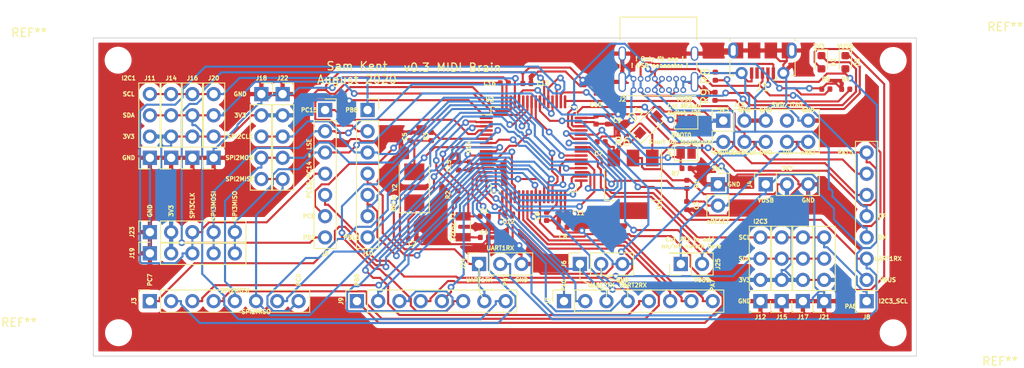
<source format=kicad_pcb>
(kicad_pcb (version 20171130) (host pcbnew "(5.1.5-0-10_14)")
  (layers (0 F.Cu signal) (31 B.Cu signal) (34 B.Paste user) (35 F.Paste user) (36 B.SilkS user) (37 F.SilkS user) (38 B.Mask user) (39 F.Mask user) (44 Edge.Cuts user))
  (net 0 "")
  (net 1 GND)
  (net 2 /LSE_IN)
  (net 3 /HSE_IN)
  (net 4 "Net-(C4-Pad1)")
  (net 5 /VUSB)
  (net 6 +3V3)
  (net 7 /DM)
  (net 8 /DP)
  (net 9 /I2C1_SDA)
  (net 10 /I2C1_SCL)
  (net 11 /I2C3_SDA)
  (net 12 /I2C3_SCL)
  (net 13 /LSE_OUT)
  (net 14 /HSE_OUT)
  (net 15 /nRST)
  (net 16 "Net-(C5-Pad1)")
  (net 17 "Net-(C6-Pad1)")
  (net 18 "Net-(C7-Pad1)")
  (net 19 "Net-(D1-Pad2)")
  (net 20 "Net-(D2-Pad1)")
  (net 21 "Net-(D3-Pad1)")
  (net 22 "Net-(J2-PadA5)")
  (net 23 "Net-(J2-PadB5)")
  (net 24 "Net-(J3-Pad1)")
  (net 25 "Net-(J3-Pad2)")
  (net 26 "Net-(J3-Pad3)")
  (net 27 "Net-(J3-Pad4)")
  (net 28 /SPI2_MOSI)
  (net 29 /SPI2_MISO)
  (net 30 "Net-(J3-Pad7)")
  (net 31 "Net-(J3-Pad8)")
  (net 32 "Net-(J5-Pad1)")
  (net 33 /SPI3_MOSI)
  (net 34 /SPI3_MISO)
  (net 35 /SPI3_CLK)
  (net 36 "Net-(J5-Pad6)")
  (net 37 /PD2)
  (net 38 /UART_RX)
  (net 39 /UART_TX)
  (net 40 "Net-(J7-Pad1)")
  (net 41 "Net-(J7-Pad2)")
  (net 42 "Net-(J7-Pad5)")
  (net 43 "Net-(J7-Pad6)")
  (net 44 "Net-(J7-Pad7)")
  (net 45 "Net-(J7-Pad8)")
  (net 46 /TDI)
  (net 47 /SWDCLK)
  (net 48 /SWDIO)
  (net 49 /UART1_RX)
  (net 50 /UART1_TX)
  (net 51 "Net-(J9-Pad6)")
  (net 52 "Net-(J9-Pad5)")
  (net 53 /SWO)
  (net 54 "Net-(J9-Pad3)")
  (net 55 "Net-(J9-Pad2)")
  (net 56 "Net-(J9-Pad1)")
  (net 57 "Net-(J10-Pad7)")
  (net 58 "Net-(J10-Pad6)")
  (net 59 "Net-(J10-Pad5)")
  (net 60 "Net-(J10-Pad4)")
  (net 61 /SPI2_CLK)
  (net 62 "Net-(J10-Pad2)")
  (net 63 /BOOT0)
  (net 64 "Net-(R6-Pad1)")
  (module MountingHole:MountingHole_2.2mm_M2 (layer F.Cu) (at 137.16508 98.18116)
    (fp_text reference REF** (at -10.65022 -3.29438) (layer F.SilkS))
    (fp_text value MountingHole_2.2mm_M2)
    (pad 1 np_thru_hole circle (at 0 0) (size 2.2 2.2) (drill 2.2) (layers *.Cu *.Mask))
  )
  (module MountingHole:MountingHole_2.2mm_M2 (layer F.Cu) (at 137.21588 130.77698)
    (fp_text reference REF** (at -11.90752 -1.22428) (layer F.SilkS))
    (fp_text value MountingHole_2.2mm_M2)
    (pad 1 np_thru_hole circle (at 0 0) (size 2.2 2.2) (drill 2.2) (layers *.Cu *.Mask))
  )
  (module MountingHole:MountingHole_2.2mm_M2 (layer F.Cu) (at 229.86492 130.7846)
    (fp_text reference REF** (at 12.78636 3.39852) (layer F.SilkS))
    (fp_text value MountingHole_2.2mm_M2)
    (pad 1 np_thru_hole circle (at 0 0) (size 2.2 2.2) (drill 2.2) (layers *.Cu *.Mask))
  )
  (module MountingHole:MountingHole_2.2mm_M2 (layer F.Cu) (at 229.87254 98.21418)
    (fp_text reference REF** (at 13.39088 -4.02336) (layer F.SilkS))
    (fp_text value MountingHole_2.2mm_M2)
    (pad 1 np_thru_hole circle (at 0 0) (size 2.2 2.2) (drill 2.2) (layers *.Cu *.Mask))
  )
  (module Crystal:Crystal_SMD_5032-2Pin_5.0x3.2mm (layer F.Cu) (at 172.596 113.388 90)
    (fp_text reference Y2 (at -0.04826 -2.33934 90) (layer F.SilkS) (effects (font (size 0.5 0.5) (thickness 0.125))))
    (fp_text value 8MHz)
    (pad 1 smd rect (at -1.85 0 90) (size 2 2.4) (layers F.Cu F.Paste F.Mask) (net 3 /HSE_IN))
    (pad 2 smd rect (at 1.85 0 90) (size 2 2.4) (layers F.Cu F.Paste F.Mask) (net 16 "Net-(C5-Pad1)"))
  )
  (module Package_TO_SOT_SMD:SOT-223 (layer F.Cu) (at 198.755 113.03 270)
    (fp_text reference U1 (at 2.54 -3.175 90) (layer F.SilkS) (effects (font (size 0.5 0.5) (thickness 0.125))))
    (fp_text value AMS1117-3.3)
    (pad 4 smd rect (at 3.15 0 270) (size 2 3.8) (layers F.Cu F.Paste F.Mask) (net 6 +3V3))
    (pad 2 smd rect (at -3.15 0 270) (size 2 1.5) (layers F.Cu F.Paste F.Mask) (net 6 +3V3))
    (pad 3 smd rect (at -3.15 2.3 270) (size 2 1.5) (layers F.Cu F.Paste F.Mask) (net 18 "Net-(C7-Pad1)"))
    (pad 1 smd rect (at -3.15 -2.3 270) (size 2 1.5) (layers F.Cu F.Paste F.Mask) (net 64 "Net-(R6-Pad1)"))
  )
  (module Package_QFP:LQFP-64_10x10mm_P0.5mm (layer F.Cu) (at 186.873 108.836)
    (fp_text reference U2 (at -5.263 -5.966) (layer F.SilkS) (effects (font (size 0.5 0.5) (thickness 0.125))))
    (fp_text value STM32F401RBTx)
    (pad 1 smd roundrect (at -5.675 -3.75) (size 1.55 0.3) (layers F.Cu F.Paste F.Mask) (net 6 +3V3))
    (pad 2 smd roundrect (at -5.675 -3.25) (size 1.55 0.3) (layers F.Cu F.Paste F.Mask) (net 13 /LSE_OUT))
    (pad 3 smd roundrect (at -5.675 -2.75) (size 1.55 0.3) (layers F.Cu F.Paste F.Mask) (net 2 /LSE_IN))
    (pad 4 smd roundrect (at -5.675 -2.25) (size 1.55 0.3) (layers F.Cu F.Paste F.Mask) (net 32 "Net-(J5-Pad1)"))
    (pad 5 smd roundrect (at -5.675 -1.75) (size 1.55 0.3) (layers F.Cu F.Paste F.Mask) (net 3 /HSE_IN))
    (pad 6 smd roundrect (at -5.675 -1.25) (size 1.55 0.3) (layers F.Cu F.Paste F.Mask) (net 14 /HSE_OUT))
    (pad 7 smd roundrect (at -5.675 -0.75) (size 1.55 0.3) (layers F.Cu F.Paste F.Mask) (net 15 /nRST))
    (pad 8 smd roundrect (at -5.675 -0.25) (size 1.55 0.3) (layers F.Cu F.Paste F.Mask) (net 31 "Net-(J3-Pad8)"))
    (pad 9 smd roundrect (at -5.675 0.25) (size 1.55 0.3) (layers F.Cu F.Paste F.Mask) (net 30 "Net-(J3-Pad7)"))
    (pad 10 smd roundrect (at -5.675 0.75) (size 1.55 0.3) (layers F.Cu F.Paste F.Mask) (net 29 /SPI2_MISO))
    (pad 11 smd roundrect (at -5.675 1.25) (size 1.55 0.3) (layers F.Cu F.Paste F.Mask) (net 28 /SPI2_MOSI))
    (pad 12 smd roundrect (at -5.675 1.75) (size 1.55 0.3) (layers F.Cu F.Paste F.Mask) (net 1 GND))
    (pad 13 smd roundrect (at -5.675 2.25) (size 1.55 0.3) (layers F.Cu F.Paste F.Mask) (net 6 +3V3))
    (pad 14 smd roundrect (at -5.675 2.75) (size 1.55 0.3) (layers F.Cu F.Paste F.Mask) (net 40 "Net-(J7-Pad1)"))
    (pad 15 smd roundrect (at -5.675 3.25) (size 1.55 0.3) (layers F.Cu F.Paste F.Mask) (net 41 "Net-(J7-Pad2)"))
    (pad 16 smd roundrect (at -5.675 3.75) (size 1.55 0.3) (layers F.Cu F.Paste F.Mask) (net 39 /UART_TX))
    (pad 17 smd roundrect (at -3.75 5.675) (size 0.3 1.55) (layers F.Cu F.Paste F.Mask) (net 38 /UART_RX))
    (pad 18 smd roundrect (at -3.25 5.675) (size 0.3 1.55) (layers F.Cu F.Paste F.Mask) (net 1 GND))
    (pad 19 smd roundrect (at -2.75 5.675) (size 0.3 1.55) (layers F.Cu F.Paste F.Mask) (net 6 +3V3))
    (pad 20 smd roundrect (at -2.25 5.675) (size 0.3 1.55) (layers F.Cu F.Paste F.Mask) (net 42 "Net-(J7-Pad5)"))
    (pad 21 smd roundrect (at -1.75 5.675) (size 0.3 1.55) (layers F.Cu F.Paste F.Mask) (net 43 "Net-(J7-Pad6)"))
    (pad 22 smd roundrect (at -1.25 5.675) (size 0.3 1.55) (layers F.Cu F.Paste F.Mask) (net 44 "Net-(J7-Pad7)"))
    (pad 23 smd roundrect (at -0.75 5.675) (size 0.3 1.55) (layers F.Cu F.Paste F.Mask) (net 45 "Net-(J7-Pad8)"))
    (pad 24 smd roundrect (at -0.25 5.675) (size 0.3 1.55) (layers F.Cu F.Paste F.Mask) (net 27 "Net-(J3-Pad4)"))
    (pad 25 smd roundrect (at 0.25 5.675) (size 0.3 1.55) (layers F.Cu F.Paste F.Mask) (net 26 "Net-(J3-Pad3)"))
    (pad 26 smd roundrect (at 0.75 5.675) (size 0.3 1.55) (layers F.Cu F.Paste F.Mask) (net 56 "Net-(J9-Pad1)"))
    (pad 27 smd roundrect (at 1.25 5.675) (size 0.3 1.55) (layers F.Cu F.Paste F.Mask) (net 55 "Net-(J9-Pad2)"))
    (pad 28 smd roundrect (at 1.75 5.675) (size 0.3 1.55) (layers F.Cu F.Paste F.Mask) (net 54 "Net-(J9-Pad3)"))
    (pad 29 smd roundrect (at 2.25 5.675) (size 0.3 1.55) (layers F.Cu F.Paste F.Mask) (net 61 /SPI2_CLK))
    (pad 30 smd roundrect (at 2.75 5.675) (size 0.3 1.55) (layers F.Cu F.Paste F.Mask) (net 17 "Net-(C6-Pad1)"))
    (pad 31 smd roundrect (at 3.25 5.675) (size 0.3 1.55) (layers F.Cu F.Paste F.Mask) (net 1 GND))
    (pad 32 smd roundrect (at 3.75 5.675) (size 0.3 1.55) (layers F.Cu F.Paste F.Mask) (net 6 +3V3))
    (pad 33 smd roundrect (at 5.675 3.75) (size 1.55 0.3) (layers F.Cu F.Paste F.Mask) (net 60 "Net-(J10-Pad4)"))
    (pad 34 smd roundrect (at 5.675 3.25) (size 1.55 0.3) (layers F.Cu F.Paste F.Mask) (net 59 "Net-(J10-Pad5)"))
    (pad 35 smd roundrect (at 5.675 2.75) (size 1.55 0.3) (layers F.Cu F.Paste F.Mask) (net 58 "Net-(J10-Pad6)"))
    (pad 36 smd roundrect (at 5.675 2.25) (size 1.55 0.3) (layers F.Cu F.Paste F.Mask) (net 57 "Net-(J10-Pad7)"))
    (pad 37 smd roundrect (at 5.675 1.75) (size 1.55 0.3) (layers F.Cu F.Paste F.Mask) (net 25 "Net-(J3-Pad2)"))
    (pad 38 smd roundrect (at 5.675 1.25) (size 1.55 0.3) (layers F.Cu F.Paste F.Mask) (net 24 "Net-(J3-Pad1)"))
    (pad 39 smd roundrect (at 5.675 0.75) (size 1.55 0.3) (layers F.Cu F.Paste F.Mask) (net 36 "Net-(J5-Pad6)"))
    (pad 40 smd roundrect (at 5.675 0.25) (size 1.55 0.3) (layers F.Cu F.Paste F.Mask) (net 11 /I2C3_SDA))
    (pad 41 smd roundrect (at 5.675 -0.25) (size 1.55 0.3) (layers F.Cu F.Paste F.Mask) (net 12 /I2C3_SCL))
    (pad 42 smd roundrect (at 5.675 -0.75) (size 1.55 0.3) (layers F.Cu F.Paste F.Mask) (net 5 /VUSB))
    (pad 43 smd roundrect (at 5.675 -1.25) (size 1.55 0.3) (layers F.Cu F.Paste F.Mask) (net 49 /UART1_RX))
    (pad 44 smd roundrect (at 5.675 -1.75) (size 1.55 0.3) (layers F.Cu F.Paste F.Mask) (net 7 /DM))
    (pad 45 smd roundrect (at 5.675 -2.25) (size 1.55 0.3) (layers F.Cu F.Paste F.Mask) (net 8 /DP))
    (pad 46 smd roundrect (at 5.675 -2.75) (size 1.55 0.3) (layers F.Cu F.Paste F.Mask) (net 48 /SWDIO))
    (pad 47 smd roundrect (at 5.675 -3.25) (size 1.55 0.3) (layers F.Cu F.Paste F.Mask) (net 1 GND))
    (pad 48 smd roundrect (at 5.675 -3.75) (size 1.55 0.3) (layers F.Cu F.Paste F.Mask) (net 6 +3V3))
    (pad 49 smd roundrect (at 3.75 -5.675) (size 0.3 1.55) (layers F.Cu F.Paste F.Mask) (net 47 /SWDCLK))
    (pad 50 smd roundrect (at 3.25 -5.675) (size 0.3 1.55) (layers F.Cu F.Paste F.Mask) (net 46 /TDI))
    (pad 51 smd roundrect (at 2.75 -5.675) (size 0.3 1.55) (layers F.Cu F.Paste F.Mask) (net 35 /SPI3_CLK))
    (pad 52 smd roundrect (at 2.25 -5.675) (size 0.3 1.55) (layers F.Cu F.Paste F.Mask) (net 34 /SPI3_MISO))
    (pad 53 smd roundrect (at 1.75 -5.675) (size 0.3 1.55) (layers F.Cu F.Paste F.Mask) (net 33 /SPI3_MOSI))
    (pad 54 smd roundrect (at 1.25 -5.675) (size 0.3 1.55) (layers F.Cu F.Paste F.Mask) (net 37 /PD2))
    (pad 55 smd roundrect (at 0.75 -5.675) (size 0.3 1.55) (layers F.Cu F.Paste F.Mask) (net 53 /SWO))
    (pad 56 smd roundrect (at 0.25 -5.675) (size 0.3 1.55) (layers F.Cu F.Paste F.Mask) (net 52 "Net-(J9-Pad5)"))
    (pad 57 smd roundrect (at -0.25 -5.675) (size 0.3 1.55) (layers F.Cu F.Paste F.Mask) (net 51 "Net-(J9-Pad6)"))
    (pad 58 smd roundrect (at -0.75 -5.675) (size 0.3 1.55) (layers F.Cu F.Paste F.Mask) (net 50 /UART1_TX))
    (pad 59 smd roundrect (at -1.25 -5.675) (size 0.3 1.55) (layers F.Cu F.Paste F.Mask) (net 9 /I2C1_SDA))
    (pad 60 smd roundrect (at -1.75 -5.675) (size 0.3 1.55) (layers F.Cu F.Paste F.Mask) (net 63 /BOOT0))
    (pad 61 smd roundrect (at -2.25 -5.675) (size 0.3 1.55) (layers F.Cu F.Paste F.Mask) (net 10 /I2C1_SCL))
    (pad 62 smd roundrect (at -2.75 -5.675) (size 0.3 1.55) (layers F.Cu F.Paste F.Mask) (net 62 "Net-(J10-Pad2)"))
    (pad 63 smd roundrect (at -3.25 -5.675) (size 0.3 1.55) (layers F.Cu F.Paste F.Mask) (net 1 GND))
    (pad 64 smd roundrect (at -3.75 -5.675) (size 0.3 1.55) (layers F.Cu F.Paste F.Mask) (net 6 +3V3))
  )
  (module LED_SMD:LED_0603_1608Metric (layer F.Cu) (at 221.295 98.425 270)
    (fp_text reference D2 (at 0 -1.43 90) (layer F.SilkS) (effects (font (size 0.5 0.5) (thickness 0.125))))
    (fp_text value LED)
    (pad 2 smd roundrect (at 0.7875 0 270) (size 0.875 0.95) (layers F.Cu F.Paste F.Mask) (net 6 +3V3))
    (pad 1 smd roundrect (at -0.7875 0 270) (size 0.875 0.95) (layers F.Cu F.Paste F.Mask) (net 20 "Net-(D2-Pad1)"))
  )
  (module LED_SMD:LED_0603_1608Metric (layer F.Cu) (at 224.155 98.425 270)
    (fp_text reference D3 (at 0 -1.43 90) (layer F.SilkS) (effects (font (size 0.5 0.5) (thickness 0.125))))
    (fp_text value LED)
    (pad 1 smd roundrect (at -0.7875 0 270) (size 0.875 0.95) (layers F.Cu F.Paste F.Mask) (net 21 "Net-(D3-Pad1)"))
    (pad 2 smd roundrect (at 0.7875 0 270) (size 0.875 0.95) (layers F.Cu F.Paste F.Mask) (net 5 /VUSB))
  )
  (module Jumper:SolderJumper-2_P1.3mm_Open_Pad1.0x1.5mm (layer F.Cu) (at 205.105 109.22)
    (fp_text reference JP1 (at -1.905 0 90) (layer F.SilkS) (effects (font (size 0.5 0.5) (thickness 0.125))))
    (fp_text value BOOT0)
    (pad 2 smd rect (at 0.65 0) (size 1 1.5) (layers F.Cu F.Mask) (net 6 +3V3))
    (pad 1 smd rect (at -0.65 0) (size 1 1.5) (layers F.Cu F.Mask) (net 63 /BOOT0))
  )
  (module Jumper:SolderJumper-2_P1.3mm_Bridged_Pad1.0x1.5mm (layer F.Cu) (at 205.105 105.41)
    (fp_text reference JP2 (at 0 -1.8) (layer F.SilkS) (effects (font (size 0.5 0.5) (thickness 0.125))))
    (fp_text value VUSB)
    (fp_poly (pts (xy -0.25 -0.3) (xy 0.25 -0.3) (xy 0.25 0.3) (xy -0.25 0.3)) (layer F.Cu) (width 0))
    (pad 1 smd rect (at -0.65 0) (size 1 1.5) (layers F.Cu F.Mask) (net 5 /VUSB))
    (pad 2 smd rect (at 0.65 0) (size 1 1.5) (layers F.Cu F.Mask) (net 19 "Net-(D1-Pad2)"))
  )
  (module Crystal:Crystal_SMD_3215-2Pin_3.2x1.5mm (layer F.Cu) (at 178.435 118.11 90)
    (fp_text reference Y1 (at 1.27 -1.27 90) (layer F.SilkS) (effects (font (size 0.5 0.5) (thickness 0.125))))
    (fp_text value 32kHz)
    (pad 1 smd rect (at 1.25 0 90) (size 1 1.8) (layers F.Cu F.Paste F.Mask) (net 2 /LSE_IN))
    (pad 2 smd rect (at -1.25 0 90) (size 1 1.8) (layers F.Cu F.Paste F.Mask) (net 4 "Net-(C4-Pad1)"))
  )
  (module Resistor_SMD:R_0402_1005Metric (layer F.Cu) (at 205.199 113.03 270)
    (fp_text reference R1 (at 0 -1.17 90) (layer F.SilkS) (effects (font (size 0.5 0.5) (thickness 0.125))))
    (fp_text value 10K)
    (pad 2 smd roundrect (at 0.485 0 270) (size 0.59 0.64) (layers F.Cu F.Paste F.Mask) (net 15 /nRST))
    (pad 1 smd roundrect (at -0.485 0 270) (size 0.59 0.64) (layers F.Cu F.Paste F.Mask) (net 6 +3V3))
  )
  (module Resistor_SMD:R_0402_1005Metric (layer F.Cu) (at 177.8 114.3 90)
    (fp_text reference R2 (at 0 -1.17 90) (layer F.SilkS) (effects (font (size 0.5 0.5) (thickness 0.125))))
    (fp_text value 50KR)
    (pad 1 smd roundrect (at -0.485 0 90) (size 0.59 0.64) (layers F.Cu F.Paste F.Mask) (net 4 "Net-(C4-Pad1)"))
    (pad 2 smd roundrect (at 0.485 0 90) (size 0.59 0.64) (layers F.Cu F.Paste F.Mask) (net 13 /LSE_OUT))
  )
  (module Resistor_SMD:R_0402_1005Metric (layer F.Cu) (at 174.625 107.315 90)
    (fp_text reference R3 (at 0 -0.635 90) (layer F.SilkS) (effects (font (size 0.5 0.5) (thickness 0.125))))
    (fp_text value 1KR)
    (pad 2 smd roundrect (at 0.485 0 90) (size 0.59 0.64) (layers F.Cu F.Paste F.Mask) (net 14 /HSE_OUT))
    (pad 1 smd roundrect (at -0.485 0 90) (size 0.59 0.64) (layers F.Cu F.Paste F.Mask) (net 16 "Net-(C5-Pad1)"))
  )
  (module Resistor_SMD:R_0402_1005Metric (layer F.Cu) (at 224.198 101.656)
    (fp_text reference R4 (at 0 -1.17) (layer F.SilkS) (effects (font (size 0.5 0.5) (thickness 0.125))))
    (fp_text value 5.11K)
    (pad 1 smd roundrect (at -0.485 0) (size 0.59 0.64) (layers F.Cu F.Paste F.Mask) (net 1 GND))
    (pad 2 smd roundrect (at 0.485 0) (size 0.59 0.64) (layers F.Cu F.Paste F.Mask) (net 22 "Net-(J2-PadA5)"))
  )
  (module Resistor_SMD:R_0402_1005Metric (layer F.Cu) (at 221.821 101.636)
    (fp_text reference R5 (at 0 -1.17) (layer F.SilkS) (effects (font (size 0.5 0.5) (thickness 0.125))))
    (fp_text value 5.11K)
    (pad 1 smd roundrect (at -0.485 0) (size 0.59 0.64) (layers F.Cu F.Paste F.Mask) (net 1 GND))
    (pad 2 smd roundrect (at 0.485 0) (size 0.59 0.64) (layers F.Cu F.Paste F.Mask) (net 23 "Net-(J2-PadB5)"))
  )
  (module Resistor_SMD:R_0402_1005Metric (layer F.Cu) (at 197.485 107.315 180)
    (fp_text reference R6 (at 0 -0.635) (layer F.SilkS))
    (fp_text value 332K)
    (pad 1 smd roundrect (at -0.485 0 180) (size 0.59 0.64) (layers F.Cu F.Paste F.Mask) (net 64 "Net-(R6-Pad1)"))
    (pad 2 smd roundrect (at 0.485 0 180) (size 0.59 0.64) (layers F.Cu F.Paste F.Mask) (net 1 GND))
  )
  (module Resistor_SMD:R_0402_1005Metric (layer F.Cu) (at 205.105 111.125)
    (fp_text reference R7 (at -1.27 0.635) (layer F.SilkS) (effects (font (size 0.5 0.5) (thickness 0.125))))
    (fp_text value 10K)
    (pad 1 smd roundrect (at -0.485 0) (size 0.59 0.64) (layers F.Cu F.Paste F.Mask) (net 63 /BOOT0))
    (pad 2 smd roundrect (at 0.485 0) (size 0.59 0.64) (layers F.Cu F.Paste F.Mask) (net 1 GND))
  )
  (module Resistor_SMD:R_0402_1005Metric (layer F.Cu) (at 208.598 100.099 90)
    (fp_text reference R8 (at 0 -1.17 90) (layer F.SilkS))
    (fp_text value 1K)
    (pad 2 smd roundrect (at 0.485 0 90) (size 0.59 0.64) (layers F.Cu F.Paste F.Mask) (net 1 GND))
    (pad 1 smd roundrect (at -0.485 0 90) (size 0.59 0.64) (layers F.Cu F.Paste F.Mask) (net 20 "Net-(D2-Pad1)"))
  )
  (module Resistor_SMD:R_0402_1005Metric (layer F.Cu) (at 208.559 102.504 90)
    (fp_text reference R9 (at 0 -1.17 90) (layer F.SilkS))
    (fp_text value 1K)
    (pad 2 smd roundrect (at 0.485 0 90) (size 0.59 0.64) (layers F.Cu F.Paste F.Mask) (net 1 GND))
    (pad 1 smd roundrect (at -0.485 0 90) (size 0.59 0.64) (layers F.Cu F.Paste F.Mask) (net 21 "Net-(D3-Pad1)"))
  )
  (module Capacitor_SMD:C_0402_1005Metric (layer F.Cu) (at 180.975 116.84 180)
    (fp_text reference C1 (at 0 0.635) (layer F.SilkS) (effects (font (size 0.5 0.5) (thickness 0.125))))
    (fp_text value 12.5pF)
    (pad 2 smd roundrect (at 0.485 0 180) (size 0.59 0.64) (layers F.Cu F.Paste F.Mask) (net 2 /LSE_IN))
    (pad 1 smd roundrect (at -0.485 0 180) (size 0.59 0.64) (layers F.Cu F.Paste F.Mask) (net 1 GND))
  )
  (module Capacitor_SMD:C_0402_1005Metric (layer F.Cu) (at 172.372 119.507 180)
    (fp_text reference C2 (at 0 -0.635) (layer F.SilkS) (effects (font (size 0.5 0.5) (thickness 0.125))))
    (fp_text value 20pF)
    (pad 2 smd roundrect (at 0.485 0 180) (size 0.59 0.64) (layers F.Cu F.Paste F.Mask) (net 3 /HSE_IN))
    (pad 1 smd roundrect (at -0.485 0 180) (size 0.59 0.64) (layers F.Cu F.Paste F.Mask) (net 1 GND))
  )
  (module Capacitor_SMD:C_0402_1005Metric (layer F.Cu) (at 205.184 115.57 270)
    (fp_text reference C3 (at 0 -1.17 90) (layer F.SilkS) (effects (font (size 0.5 0.5) (thickness 0.125))))
    (fp_text value 100nF)
    (pad 1 smd roundrect (at -0.485 0 270) (size 0.59 0.64) (layers F.Cu F.Paste F.Mask) (net 15 /nRST))
    (pad 2 smd roundrect (at 0.485 0 270) (size 0.59 0.64) (layers F.Cu F.Paste F.Mask) (net 1 GND))
  )
  (module Capacitor_SMD:C_0402_1005Metric (layer F.Cu) (at 180.975 119.38)
    (fp_text reference C4 (at 0 -0.635) (layer F.SilkS) (effects (font (size 0.5 0.5) (thickness 0.125))))
    (fp_text value 12.5pF)
    (pad 1 smd roundrect (at -0.485 0) (size 0.59 0.64) (layers F.Cu F.Paste F.Mask) (net 4 "Net-(C4-Pad1)"))
    (pad 2 smd roundrect (at 0.485 0) (size 0.59 0.64) (layers F.Cu F.Paste F.Mask) (net 1 GND))
  )
  (module Capacitor_SMD:C_0402_1005Metric (layer F.Cu) (at 172.085 107.315 90)
    (fp_text reference C5 (at 0 -0.635 90) (layer F.SilkS) (effects (font (size 0.5 0.5) (thickness 0.125))))
    (fp_text value 20pF)
    (pad 1 smd roundrect (at -0.485 0 90) (size 0.59 0.64) (layers F.Cu F.Paste F.Mask) (net 16 "Net-(C5-Pad1)"))
    (pad 2 smd roundrect (at 0.485 0 90) (size 0.59 0.64) (layers F.Cu F.Paste F.Mask) (net 1 GND))
  )
  (module Capacitor_SMD:C_0402_1005Metric (layer F.Cu) (at 188.42 116.87 270)
    (fp_text reference C6 (at -0.03 1.095 90) (layer F.SilkS) (effects (font (size 0.5 0.5) (thickness 0.125))))
    (fp_text value 4.7uF)
    (pad 2 smd roundrect (at 0.485 0 270) (size 0.59 0.64) (layers F.Cu F.Paste F.Mask) (net 1 GND))
    (pad 1 smd roundrect (at -0.485 0 270) (size 0.59 0.64) (layers F.Cu F.Paste F.Mask) (net 17 "Net-(C6-Pad1)"))
  )
  (module Capacitor_SMD:C_0402_1005Metric (layer F.Cu) (at 194.945 107.95 180)
    (fp_text reference C7 (at 0.309447 -1.410556) (layer F.SilkS) (effects (font (size 0.5 0.5) (thickness 0.125))))
    (fp_text value 1uF)
    (pad 1 smd roundrect (at -0.485 0 180) (size 0.59 0.64) (layers F.Cu F.Paste F.Mask) (net 18 "Net-(C7-Pad1)"))
    (pad 2 smd roundrect (at 0.485 0 180) (size 0.59 0.64) (layers F.Cu F.Paste F.Mask) (net 1 GND))
  )
  (module Capacitor_SMD:C_0402_1005Metric (layer F.Cu) (at 190.378 118.146 180)
    (fp_text reference C8 (at 0 -1.17) (layer F.SilkS) (effects (font (size 0.5 0.5) (thickness 0.125))))
    (fp_text value 2.2uF)
    (pad 1 smd roundrect (at -0.485 0 180) (size 0.59 0.64) (layers F.Cu F.Paste F.Mask) (net 6 +3V3))
    (pad 2 smd roundrect (at 0.485 0 180) (size 0.59 0.64) (layers F.Cu F.Paste F.Mask) (net 1 GND))
  )
  (module Capacitor_SMD:C_0402_1005Metric (layer F.Cu) (at 195.717 105.339 270)
    (fp_text reference C9 (at 0.071 -1.133 180) (layer F.SilkS) (effects (font (size 0.5 0.5) (thickness 0.125))))
    (fp_text value 10uF)
    (pad 2 smd roundrect (at 0.485 0 270) (size 0.59 0.64) (layers F.Cu F.Paste F.Mask) (net 1 GND))
    (pad 1 smd roundrect (at -0.485 0 270) (size 0.59 0.64) (layers F.Cu F.Paste F.Mask) (net 6 +3V3))
  )
  (module Capacitor_SMD:C_0402_1005Metric (layer F.Cu) (at 194.333 105.339 270)
    (fp_text reference C10 (at -1.834 0.023 180) (layer F.SilkS) (effects (font (size 0.5 0.5) (thickness 0.125))))
    (fp_text value 100nF)
    (pad 2 smd roundrect (at 0.485 0 270) (size 0.59 0.64) (layers F.Cu F.Paste F.Mask) (net 1 GND))
    (pad 1 smd roundrect (at -0.485 0 270) (size 0.59 0.64) (layers F.Cu F.Paste F.Mask) (net 6 +3V3))
  )
  (module Capacitor_SMD:C_0402_1005Metric (layer F.Cu) (at 190.363 116.436 180)
    (fp_text reference C11 (at -1.855806 -0.017948) (layer F.SilkS) (effects (font (size 0.5 0.5) (thickness 0.125))))
    (fp_text value 100nF)
    (pad 2 smd roundrect (at 0.485 0 180) (size 0.59 0.64) (layers F.Cu F.Paste F.Mask) (net 1 GND))
    (pad 1 smd roundrect (at -0.485 0 180) (size 0.59 0.64) (layers F.Cu F.Paste F.Mask) (net 6 +3V3))
  )
  (module Capacitor_SMD:C_0402_1005Metric (layer F.Cu) (at 183.871 116.599 180)
    (fp_text reference C12 (at 0 -0.876) (layer F.SilkS) (effects (font (size 0.5 0.5) (thickness 0.125))))
    (fp_text value 100nF)
    (pad 1 smd roundrect (at -0.485 0 180) (size 0.59 0.64) (layers F.Cu F.Paste F.Mask) (net 6 +3V3))
    (pad 2 smd roundrect (at 0.485 0 180) (size 0.59 0.64) (layers F.Cu F.Paste F.Mask) (net 1 GND))
  )
  (module Capacitor_SMD:C_0402_1005Metric (layer F.Cu) (at 186.055 100.965)
    (fp_text reference C13 (at 1.905 0) (layer F.SilkS) (effects (font (size 0.5 0.5) (thickness 0.125))))
    (fp_text value 100nF)
    (pad 1 smd roundrect (at -0.485 0) (size 0.59 0.64) (layers F.Cu F.Paste F.Mask) (net 6 +3V3))
    (pad 2 smd roundrect (at 0.485 0) (size 0.59 0.64) (layers F.Cu F.Paste F.Mask) (net 1 GND))
  )
  (module Capacitor_SMD:C_0402_1005Metric (layer F.Cu) (at 179.189 110.83 90)
    (fp_text reference C14 (at 2.245 -0.119 90) (layer F.SilkS) (effects (font (size 0.5 0.5) (thickness 0.125))))
    (fp_text value 100nF)
    (pad 1 smd roundrect (at -0.485 0 90) (size 0.59 0.64) (layers F.Cu F.Paste F.Mask) (net 6 +3V3))
    (pad 2 smd roundrect (at 0.485 0 90) (size 0.59 0.64) (layers F.Cu F.Paste F.Mask) (net 1 GND))
  )
  (module Capacitor_SMD:C_0402_1005Metric (layer F.Cu) (at 177.884 110.835 90)
    (fp_text reference C15 (at 0 -1.17 90) (layer F.SilkS) (effects (font (size 0.5 0.5) (thickness 0.125))))
    (fp_text value 100nF)
    (pad 2 smd roundrect (at 0.485 0 90) (size 0.59 0.64) (layers F.Cu F.Paste F.Mask) (net 1 GND))
    (pad 1 smd roundrect (at -0.485 0 90) (size 0.59 0.64) (layers F.Cu F.Paste F.Mask) (net 6 +3V3))
  )
  (module Capacitor_SMD:C_0402_1005Metric (layer F.Cu) (at 183.363 100.902)
    (fp_text reference C16 (at -1.753 0.063) (layer F.SilkS) (effects (font (size 0.5 0.5) (thickness 0.125))))
    (fp_text value 1uF)
    (pad 1 smd roundrect (at -0.485 0) (size 0.59 0.64) (layers F.Cu F.Paste F.Mask) (net 6 +3V3))
    (pad 2 smd roundrect (at 0.485 0) (size 0.59 0.64) (layers F.Cu F.Paste F.Mask) (net 1 GND))
  )
  (module Connector_USB:USB_Micro-B_Molex-105017-0001 (layer F.Cu) (at 214.241 98.257 180)
    (fp_text reference J1 (at 0 -3.1125) (layer F.SilkS))
    (fp_text value MicroUSB)
    (pad 6 smd rect (at 1 1.2375 180) (size 1.5 1.9) (layers F.Cu F.Paste F.Mask) (net 1 GND))
    (pad 6 thru_hole circle (at -2.5 -1.4625 180) (size 1.45 1.45) (drill 0.85) (layers *.Cu *.Mask) (net 1 GND))
    (pad 2 smd rect (at -0.65 -1.4625 180) (size 0.4 1.35) (layers F.Cu F.Paste F.Mask) (net 7 /DM))
    (pad 1 smd rect (at -1.3 -1.4625 180) (size 0.4 1.35) (layers F.Cu F.Paste F.Mask) (net 5 /VUSB))
    (pad 5 smd rect (at 1.3 -1.4625 180) (size 0.4 1.35) (layers F.Cu F.Paste F.Mask) (net 1 GND))
    (pad 4 smd rect (at 0.65 -1.4625 180) (size 0.4 1.35) (layers F.Cu F.Paste F.Mask))
    (pad 3 smd rect (at 0 -1.4625 180) (size 0.4 1.35) (layers F.Cu F.Paste F.Mask) (net 8 /DP))
    (pad 6 thru_hole circle (at 2.5 -1.4625 180) (size 1.45 1.45) (drill 0.85) (layers *.Cu *.Mask) (net 1 GND))
    (pad 6 smd rect (at -1 1.2375 180) (size 1.5 1.9) (layers F.Cu F.Paste F.Mask) (net 1 GND))
    (pad 6 thru_hole oval (at -3.5 1.2375) (size 1.2 1.9) (drill oval 0.6 1.3) (layers *.Cu *.Mask) (net 1 GND))
    (pad 6 thru_hole oval (at 3.5 1.2375 180) (size 1.2 1.9) (drill oval 0.6 1.3) (layers *.Cu *.Mask) (net 1 GND))
    (pad 6 smd rect (at 2.9 1.2375 180) (size 1.2 1.9) (layers F.Cu F.Mask) (net 1 GND))
    (pad 6 smd rect (at -2.9 1.2375 180) (size 1.2 1.9) (layers F.Cu F.Mask) (net 1 GND))
  )
  (module Connector_USB:USB_C_Receptacle_GCT_USB4085 (layer F.Cu) (at 204.765 101.755 180)
    (fp_text reference J2 (at 7.28 -1.115) (layer F.SilkS) (effects (font (size 0.5 0.5) (thickness 0.125))))
    (fp_text value USBC)
    (pad A1 thru_hole circle (at 0 0 180) (size 0.7 0.7) (drill 0.4) (layers *.Cu *.Mask) (net 1 GND))
    (pad A4 thru_hole circle (at 0.85 0 180) (size 0.7 0.7) (drill 0.4) (layers *.Cu *.Mask) (net 5 /VUSB))
    (pad A5 thru_hole circle (at 1.7 0 180) (size 0.7 0.7) (drill 0.4) (layers *.Cu *.Mask) (net 22 "Net-(J2-PadA5)"))
    (pad A6 thru_hole circle (at 2.55 0 180) (size 0.7 0.7) (drill 0.4) (layers *.Cu *.Mask) (net 8 /DP))
    (pad A7 thru_hole circle (at 3.4 0 180) (size 0.7 0.7) (drill 0.4) (layers *.Cu *.Mask) (net 7 /DM))
    (pad A8 thru_hole circle (at 4.25 0 180) (size 0.7 0.7) (drill 0.4) (layers *.Cu *.Mask))
    (pad A9 thru_hole circle (at 5.1 0 180) (size 0.7 0.7) (drill 0.4) (layers *.Cu *.Mask) (net 5 /VUSB))
    (pad A12 thru_hole circle (at 5.95 0 180) (size 0.7 0.7) (drill 0.4) (layers *.Cu *.Mask) (net 1 GND))
    (pad B9 thru_hole circle (at 0.85 1.35 180) (size 0.7 0.7) (drill 0.4) (layers *.Cu *.Mask) (net 5 /VUSB))
    (pad B7 thru_hole circle (at 2.55 1.35 180) (size 0.7 0.7) (drill 0.4) (layers *.Cu *.Mask) (net 7 /DM))
    (pad B8 thru_hole circle (at 1.7 1.35 180) (size 0.7 0.7) (drill 0.4) (layers *.Cu *.Mask))
    (pad B12 thru_hole circle (at 0 1.35 180) (size 0.7 0.7) (drill 0.4) (layers *.Cu *.Mask) (net 1 GND))
    (pad B5 thru_hole circle (at 4.25 1.35 180) (size 0.7 0.7) (drill 0.4) (layers *.Cu *.Mask) (net 23 "Net-(J2-PadB5)"))
    (pad B4 thru_hole circle (at 5.1 1.35 180) (size 0.7 0.7) (drill 0.4) (layers *.Cu *.Mask) (net 5 /VUSB))
    (pad B1 thru_hole circle (at 5.95 1.35 180) (size 0.7 0.7) (drill 0.4) (layers *.Cu *.Mask) (net 1 GND))
    (pad B6 thru_hole circle (at 3.4 1.35 180) (size 0.7 0.7) (drill 0.4) (layers *.Cu *.Mask) (net 8 /DP))
    (pad S1 thru_hole oval (at -1.35 0.98 180) (size 0.9 2.4) (drill oval 0.6 2.1) (layers *.Cu *.Mask) (net 1 GND))
    (pad S1 thru_hole oval (at 7.3 0.98 180) (size 0.9 2.4) (drill oval 0.6 2.1) (layers *.Cu *.Mask) (net 1 GND))
    (pad S1 thru_hole oval (at -1.35 4.36 180) (size 0.9 1.7) (drill oval 0.6 1.4) (layers *.Cu *.Mask) (net 1 GND))
    (pad S1 thru_hole oval (at 7.3 4.36 180) (size 0.9 1.7) (drill oval 0.6 1.4) (layers *.Cu *.Mask) (net 1 GND))
  )
  (module Connector_PinSocket_2.54mm:PinSocket_1x08_P2.54mm_Vertical (layer F.Cu) (at 140.97 127 90)
    (fp_text reference J3 (at 0 -1.905 90) (layer F.SilkS) (effects (font (size 0.5 0.5) (thickness 0.125))))
    (fp_text value PORTC1)
    (pad 1 thru_hole rect (at 0 0 90) (size 1.7 1.7) (drill 1) (layers *.Cu *.Mask) (net 24 "Net-(J3-Pad1)"))
    (pad 2 thru_hole oval (at 0 2.54 90) (size 1.7 1.7) (drill 1) (layers *.Cu *.Mask) (net 25 "Net-(J3-Pad2)"))
    (pad 3 thru_hole oval (at 0 5.08 90) (size 1.7 1.7) (drill 1) (layers *.Cu *.Mask) (net 26 "Net-(J3-Pad3)"))
    (pad 4 thru_hole oval (at 0 7.62 90) (size 1.7 1.7) (drill 1) (layers *.Cu *.Mask) (net 27 "Net-(J3-Pad4)"))
    (pad 5 thru_hole oval (at 0 10.16 90) (size 1.7 1.7) (drill 1) (layers *.Cu *.Mask) (net 28 /SPI2_MOSI))
    (pad 6 thru_hole oval (at 0 12.7 90) (size 1.7 1.7) (drill 1) (layers *.Cu *.Mask) (net 29 /SPI2_MISO))
    (pad 7 thru_hole oval (at 0 15.24 90) (size 1.7 1.7) (drill 1) (layers *.Cu *.Mask) (net 30 "Net-(J3-Pad7)"))
    (pad 8 thru_hole oval (at 0 17.78 90) (size 1.7 1.7) (drill 1) (layers *.Cu *.Mask) (net 31 "Net-(J3-Pad8)"))
  )
  (module Connector_PinSocket_2.54mm:PinSocket_1x03_P2.54mm_Vertical (layer F.Cu) (at 214.63 113.03 90)
    (fp_text reference J4 (at 0 -1.905 90) (layer F.SilkS) (effects (font (size 0.5 0.5) (thickness 0.125))))
    (fp_text value POWER)
    (pad 1 thru_hole rect (at 0 0 90) (size 1.7 1.7) (drill 1) (layers *.Cu *.Mask) (net 5 /VUSB))
    (pad 2 thru_hole oval (at 0 2.54 90) (size 1.7 1.7) (drill 1) (layers *.Cu *.Mask) (net 6 +3V3))
    (pad 3 thru_hole oval (at 0 5.08 90) (size 1.7 1.7) (drill 1) (layers *.Cu *.Mask) (net 1 GND))
  )
  (module Connector_PinSocket_2.54mm:PinSocket_1x07_P2.54mm_Vertical (layer F.Cu) (at 161.925 104.14)
    (fp_text reference J5 (at 0 17.145) (layer F.SilkS) (effects (font (size 0.5 0.5) (thickness 0.125))))
    (fp_text value PORTC2)
    (pad 1 thru_hole rect (at 0 0) (size 1.7 1.7) (drill 1) (layers *.Cu *.Mask) (net 32 "Net-(J5-Pad1)"))
    (pad 2 thru_hole oval (at 0 2.54) (size 1.7 1.7) (drill 1) (layers *.Cu *.Mask) (net 33 /SPI3_MOSI))
    (pad 3 thru_hole oval (at 0 5.08) (size 1.7 1.7) (drill 1) (layers *.Cu *.Mask) (net 34 /SPI3_MISO))
    (pad 4 thru_hole oval (at 0 7.62) (size 1.7 1.7) (drill 1) (layers *.Cu *.Mask) (net 35 /SPI3_CLK))
    (pad 5 thru_hole oval (at 0 10.16) (size 1.7 1.7) (drill 1) (layers *.Cu *.Mask) (net 11 /I2C3_SDA))
    (pad 6 thru_hole oval (at 0 12.7) (size 1.7 1.7) (drill 1) (layers *.Cu *.Mask) (net 36 "Net-(J5-Pad6)"))
    (pad 7 thru_hole oval (at 0 15.24) (size 1.7 1.7) (drill 1) (layers *.Cu *.Mask) (net 37 /PD2))
  )
  (module Connector_PinSocket_2.54mm:PinSocket_1x03_P2.54mm_Vertical (layer F.Cu) (at 192.405 122.555 90)
    (fp_text reference J6 (at 0 -1.905 90) (layer F.SilkS) (effects (font (size 0.5 0.5) (thickness 0.125))))
    (fp_text value UART2)
    (pad 3 thru_hole oval (at 0 5.08 90) (size 1.7 1.7) (drill 1) (layers *.Cu *.Mask) (net 1 GND))
    (pad 2 thru_hole oval (at 0 2.54 90) (size 1.7 1.7) (drill 1) (layers *.Cu *.Mask) (net 38 /UART_RX))
    (pad 1 thru_hole rect (at 0 0 90) (size 1.7 1.7) (drill 1) (layers *.Cu *.Mask) (net 39 /UART_TX))
  )
  (module Connector_PinSocket_2.54mm:PinSocket_1x08_P2.54mm_Vertical (layer F.Cu) (at 190.5 127 90)
    (fp_text reference J7 (at 0 -1.905 90) (layer F.SilkS) (effects (font (size 0.5 0.5) (thickness 0.125))))
    (fp_text value PORTA1)
    (pad 1 thru_hole rect (at 0 0 90) (size 1.7 1.7) (drill 1) (layers *.Cu *.Mask) (net 40 "Net-(J7-Pad1)"))
    (pad 2 thru_hole oval (at 0 2.54 90) (size 1.7 1.7) (drill 1) (layers *.Cu *.Mask) (net 41 "Net-(J7-Pad2)"))
    (pad 3 thru_hole oval (at 0 5.08 90) (size 1.7 1.7) (drill 1) (layers *.Cu *.Mask) (net 39 /UART_TX))
    (pad 4 thru_hole oval (at 0 7.62 90) (size 1.7 1.7) (drill 1) (layers *.Cu *.Mask) (net 38 /UART_RX))
    (pad 5 thru_hole oval (at 0 10.16 90) (size 1.7 1.7) (drill 1) (layers *.Cu *.Mask) (net 42 "Net-(J7-Pad5)"))
    (pad 6 thru_hole oval (at 0 12.7 90) (size 1.7 1.7) (drill 1) (layers *.Cu *.Mask) (net 43 "Net-(J7-Pad6)"))
    (pad 7 thru_hole oval (at 0 15.24 90) (size 1.7 1.7) (drill 1) (layers *.Cu *.Mask) (net 44 "Net-(J7-Pad7)"))
    (pad 8 thru_hole oval (at 0 17.78 90) (size 1.7 1.7) (drill 1) (layers *.Cu *.Mask) (net 45 "Net-(J7-Pad8)"))
  )
  (module Connector_PinSocket_2.54mm:PinSocket_1x08_P2.54mm_Vertical (layer F.Cu) (at 226.695 127 180)
    (fp_text reference J8 (at 0 -1.905) (layer F.SilkS) (effects (font (size 0.5 0.5) (thickness 0.125))))
    (fp_text value PORTA2)
    (pad 8 thru_hole oval (at 0 17.78 180) (size 1.7 1.7) (drill 1) (layers *.Cu *.Mask) (net 46 /TDI))
    (pad 7 thru_hole oval (at 0 15.24 180) (size 1.7 1.7) (drill 1) (layers *.Cu *.Mask) (net 47 /SWDCLK))
    (pad 6 thru_hole oval (at 0 12.7 180) (size 1.7 1.7) (drill 1) (layers *.Cu *.Mask) (net 48 /SWDIO))
    (pad 5 thru_hole oval (at 0 10.16 180) (size 1.7 1.7) (drill 1) (layers *.Cu *.Mask) (net 8 /DP))
    (pad 4 thru_hole oval (at 0 7.62 180) (size 1.7 1.7) (drill 1) (layers *.Cu *.Mask) (net 7 /DM))
    (pad 3 thru_hole oval (at 0 5.08 180) (size 1.7 1.7) (drill 1) (layers *.Cu *.Mask) (net 49 /UART1_RX))
    (pad 2 thru_hole oval (at 0 2.54 180) (size 1.7 1.7) (drill 1) (layers *.Cu *.Mask) (net 5 /VUSB))
    (pad 1 thru_hole rect (at 0 0 180) (size 1.7 1.7) (drill 1) (layers *.Cu *.Mask) (net 12 /I2C3_SCL))
  )
  (module Connector_PinSocket_2.54mm:PinSocket_1x08_P2.54mm_Vertical (layer F.Cu) (at 165.735 127 90)
    (fp_text reference J9 (at 0 -1.905 90) (layer F.SilkS) (effects (font (size 0.5 0.5) (thickness 0.125))))
    (fp_text value PORTB1)
    (pad 8 thru_hole oval (at 0 17.78 90) (size 1.7 1.7) (drill 1) (layers *.Cu *.Mask) (net 9 /I2C1_SDA))
    (pad 7 thru_hole oval (at 0 15.24 90) (size 1.7 1.7) (drill 1) (layers *.Cu *.Mask) (net 50 /UART1_TX))
    (pad 6 thru_hole oval (at 0 12.7 90) (size 1.7 1.7) (drill 1) (layers *.Cu *.Mask) (net 51 "Net-(J9-Pad6)"))
    (pad 5 thru_hole oval (at 0 10.16 90) (size 1.7 1.7) (drill 1) (layers *.Cu *.Mask) (net 52 "Net-(J9-Pad5)"))
    (pad 4 thru_hole oval (at 0 7.62 90) (size 1.7 1.7) (drill 1) (layers *.Cu *.Mask) (net 53 /SWO))
    (pad 3 thru_hole oval (at 0 5.08 90) (size 1.7 1.7) (drill 1) (layers *.Cu *.Mask) (net 54 "Net-(J9-Pad3)"))
    (pad 2 thru_hole oval (at 0 2.54 90) (size 1.7 1.7) (drill 1) (layers *.Cu *.Mask) (net 55 "Net-(J9-Pad2)"))
    (pad 1 thru_hole rect (at 0 0 90) (size 1.7 1.7) (drill 1) (layers *.Cu *.Mask) (net 56 "Net-(J9-Pad1)"))
  )
  (module Connector_PinSocket_2.54mm:PinSocket_1x07_P2.54mm_Vertical (layer F.Cu) (at 167.005 104.14)
    (fp_text reference J10 (at 0 17.145) (layer F.SilkS) (effects (font (size 0.5 0.5) (thickness 0.125))))
    (fp_text value PORTB2)
    (pad 7 thru_hole oval (at 0 15.24) (size 1.7 1.7) (drill 1) (layers *.Cu *.Mask) (net 57 "Net-(J10-Pad7)"))
    (pad 6 thru_hole oval (at 0 12.7) (size 1.7 1.7) (drill 1) (layers *.Cu *.Mask) (net 58 "Net-(J10-Pad6)"))
    (pad 5 thru_hole oval (at 0 10.16) (size 1.7 1.7) (drill 1) (layers *.Cu *.Mask) (net 59 "Net-(J10-Pad5)"))
    (pad 4 thru_hole oval (at 0 7.62) (size 1.7 1.7) (drill 1) (layers *.Cu *.Mask) (net 60 "Net-(J10-Pad4)"))
    (pad 3 thru_hole oval (at 0 5.08) (size 1.7 1.7) (drill 1) (layers *.Cu *.Mask) (net 61 /SPI2_CLK))
    (pad 2 thru_hole oval (at 0 2.54) (size 1.7 1.7) (drill 1) (layers *.Cu *.Mask) (net 62 "Net-(J10-Pad2)"))
    (pad 1 thru_hole rect (at 0 0) (size 1.7 1.7) (drill 1) (layers *.Cu *.Mask) (net 10 /I2C1_SCL))
  )
  (module Connector_PinSocket_2.54mm:PinSocket_1x04_P2.54mm_Vertical (layer F.Cu) (at 140.97 109.855 180)
    (fp_text reference J11 (at 0 9.525) (layer F.SilkS) (effects (font (size 0.5 0.5) (thickness 0.125))))
    (fp_text value I2C1_1)
    (pad 1 thru_hole rect (at 0 0 180) (size 1.7 1.7) (drill 1) (layers *.Cu *.Mask) (net 1 GND))
    (pad 2 thru_hole oval (at 0 2.54 180) (size 1.7 1.7) (drill 1) (layers *.Cu *.Mask) (net 6 +3V3))
    (pad 3 thru_hole oval (at 0 5.08 180) (size 1.7 1.7) (drill 1) (layers *.Cu *.Mask) (net 9 /I2C1_SDA))
    (pad 4 thru_hole oval (at 0 7.62 180) (size 1.7 1.7) (drill 1) (layers *.Cu *.Mask) (net 10 /I2C1_SCL))
  )
  (module Connector_PinSocket_2.54mm:PinSocket_1x04_P2.54mm_Vertical (layer F.Cu) (at 213.995 127 180)
    (fp_text reference J12 (at 0 -1.905) (layer F.SilkS) (effects (font (size 0.5 0.5) (thickness 0.125))))
    (fp_text value I2C3_1)
    (pad 4 thru_hole oval (at 0 7.62 180) (size 1.7 1.7) (drill 1) (layers *.Cu *.Mask) (net 12 /I2C3_SCL))
    (pad 3 thru_hole oval (at 0 5.08 180) (size 1.7 1.7) (drill 1) (layers *.Cu *.Mask) (net 11 /I2C3_SDA))
    (pad 2 thru_hole oval (at 0 2.54 180) (size 1.7 1.7) (drill 1) (layers *.Cu *.Mask) (net 6 +3V3))
    (pad 1 thru_hole rect (at 0 0 180) (size 1.7 1.7) (drill 1) (layers *.Cu *.Mask) (net 1 GND))
  )
  (module Connector_PinSocket_2.54mm:PinSocket_1x05_P2.54mm_Vertical (layer F.Cu) (at 154.305 102.235)
    (fp_text reference J18 (at 0 -1.905) (layer F.SilkS) (effects (font (size 0.5 0.5) (thickness 0.125))))
    (fp_text value SPI2_1)
    (pad 5 thru_hole oval (at 0 10.16) (size 1.7 1.7) (drill 1) (layers *.Cu *.Mask) (net 29 /SPI2_MISO))
    (pad 4 thru_hole oval (at 0 7.62) (size 1.7 1.7) (drill 1) (layers *.Cu *.Mask) (net 28 /SPI2_MOSI))
    (pad 3 thru_hole oval (at 0 5.08) (size 1.7 1.7) (drill 1) (layers *.Cu *.Mask) (net 61 /SPI2_CLK))
    (pad 2 thru_hole oval (at 0 2.54) (size 1.7 1.7) (drill 1) (layers *.Cu *.Mask) (net 6 +3V3))
    (pad 1 thru_hole rect (at 0 0) (size 1.7 1.7) (drill 1) (layers *.Cu *.Mask) (net 1 GND))
  )
  (module Connector_PinSocket_2.54mm:PinSocket_1x05_P2.54mm_Vertical (layer F.Cu) (at 140.97 121.285 90)
    (fp_text reference J19 (at 0 -2.135 90) (layer F.SilkS) (effects (font (size 0.5 0.5) (thickness 0.125))))
    (fp_text value SPI3_1)
    (pad 5 thru_hole oval (at 0 10.16 90) (size 1.7 1.7) (drill 1) (layers *.Cu *.Mask) (net 34 /SPI3_MISO))
    (pad 4 thru_hole oval (at 0 7.62 90) (size 1.7 1.7) (drill 1) (layers *.Cu *.Mask) (net 33 /SPI3_MOSI))
    (pad 3 thru_hole oval (at 0 5.08 90) (size 1.7 1.7) (drill 1) (layers *.Cu *.Mask) (net 35 /SPI3_CLK))
    (pad 2 thru_hole oval (at 0 2.54 90) (size 1.7 1.7) (drill 1) (layers *.Cu *.Mask) (net 6 +3V3))
    (pad 1 thru_hole rect (at 0 0 90) (size 1.7 1.7) (drill 1) (layers *.Cu *.Mask) (net 1 GND))
  )
  (module Connector_PinSocket_2.54mm:PinSocket_1x05_P2.54mm_Vertical (layer F.Cu) (at 156.845 102.235)
    (fp_text reference J22 (at 0 -1.905) (layer F.SilkS) (effects (font (size 0.5 0.5) (thickness 0.125))))
    (fp_text value SPI2_2)
    (pad 1 thru_hole rect (at 0 0) (size 1.7 1.7) (drill 1) (layers *.Cu *.Mask) (net 1 GND))
    (pad 2 thru_hole oval (at 0 2.54) (size 1.7 1.7) (drill 1) (layers *.Cu *.Mask) (net 6 +3V3))
    (pad 3 thru_hole oval (at 0 5.08) (size 1.7 1.7) (drill 1) (layers *.Cu *.Mask) (net 61 /SPI2_CLK))
    (pad 4 thru_hole oval (at 0 7.62) (size 1.7 1.7) (drill 1) (layers *.Cu *.Mask) (net 28 /SPI2_MOSI))
    (pad 5 thru_hole oval (at 0 10.16) (size 1.7 1.7) (drill 1) (layers *.Cu *.Mask) (net 29 /SPI2_MISO))
  )
  (module Connector_PinSocket_2.54mm:PinSocket_1x05_P2.54mm_Vertical (layer F.Cu) (at 140.97 118.745 90)
    (fp_text reference J23 (at 0 -2.135 90) (layer F.SilkS) (effects (font (size 0.5 0.5) (thickness 0.125))))
    (fp_text value SPI3_2)
    (pad 1 thru_hole rect (at 0 0 90) (size 1.7 1.7) (drill 1) (layers *.Cu *.Mask) (net 1 GND))
    (pad 2 thru_hole oval (at 0 2.54 90) (size 1.7 1.7) (drill 1) (layers *.Cu *.Mask) (net 6 +3V3))
    (pad 3 thru_hole oval (at 0 5.08 90) (size 1.7 1.7) (drill 1) (layers *.Cu *.Mask) (net 35 /SPI3_CLK))
    (pad 4 thru_hole oval (at 0 7.62 90) (size 1.7 1.7) (drill 1) (layers *.Cu *.Mask) (net 33 /SPI3_MOSI))
    (pad 5 thru_hole oval (at 0 10.16 90) (size 1.7 1.7) (drill 1) (layers *.Cu *.Mask) (net 34 /SPI3_MISO))
  )
  (module Connector_PinSocket_2.54mm:PinSocket_1x03_P2.54mm_Vertical (layer F.Cu) (at 180.34 122.555 90)
    (fp_text reference J24 (at 0 -1.905 90) (layer F.SilkS) (effects (font (size 0.5 0.5) (thickness 0.125))))
    (fp_text value UART1)
    (pad 1 thru_hole rect (at 0 0 90) (size 1.7 1.7) (drill 1) (layers *.Cu *.Mask) (net 50 /UART1_TX))
    (pad 2 thru_hole oval (at 0 2.54 90) (size 1.7 1.7) (drill 1) (layers *.Cu *.Mask) (net 49 /UART1_RX))
    (pad 3 thru_hole oval (at 0 5.08 90) (size 1.7 1.7) (drill 1) (layers *.Cu *.Mask) (net 1 GND))
  )
  (module Connector_PinSocket_2.54mm:PinSocket_2x01_P2.54mm_Vertical (layer F.Cu) (at 204.47 122.555 180)
    (fp_text reference J25 (at -4.445 0 90) (layer F.SilkS) (effects (font (size 0.5 0.5) (thickness 0.125))))
    (fp_text value VUSB_SWITCH)
    (pad 1 thru_hole rect (at 0 0 180) (size 1.7 1.7) (drill 1) (layers *.Cu *.Mask) (net 19 "Net-(D1-Pad2)"))
    (pad 2 thru_hole oval (at -2.54 0 180) (size 1.7 1.7) (drill 1) (layers *.Cu *.Mask) (net 5 /VUSB))
  )
  (module Connector_PinSocket_2.54mm:PinSocket_2x05_P2.54mm_Vertical (layer F.Cu) (at 209.55 105.41 90)
    (fp_text reference J13 (at 1.905 1.905 180) (layer F.SilkS) (effects (font (size 0.5 0.5) (thickness 0.125))))
    (fp_text value JTAG/SWD)
    (pad 1 thru_hole rect (at 0 0 90) (size 1.7 1.7) (drill 1) (layers *.Cu *.Mask) (net 6 +3V3))
    (pad 2 thru_hole oval (at -2.54 0 90) (size 1.7 1.7) (drill 1) (layers *.Cu *.Mask) (net 48 /SWDIO))
    (pad 3 thru_hole oval (at 0 2.54 90) (size 1.7 1.7) (drill 1) (layers *.Cu *.Mask) (net 1 GND))
    (pad 4 thru_hole oval (at -2.54 2.54 90) (size 1.7 1.7) (drill 1) (layers *.Cu *.Mask) (net 47 /SWDCLK))
    (pad 5 thru_hole oval (at 0 5.08 90) (size 1.7 1.7) (drill 1) (layers *.Cu *.Mask) (net 1 GND))
    (pad 6 thru_hole oval (at -2.54 5.08 90) (size 1.7 1.7) (drill 1) (layers *.Cu *.Mask) (net 53 /SWO))
    (pad 7 thru_hole oval (at 0 7.62 90) (size 1.7 1.7) (drill 1) (layers *.Cu *.Mask))
    (pad 8 thru_hole oval (at -2.54 7.62 90) (size 1.7 1.7) (drill 1) (layers *.Cu *.Mask) (net 46 /TDI))
    (pad 9 thru_hole oval (at 0 10.16 90) (size 1.7 1.7) (drill 1) (layers *.Cu *.Mask) (net 1 GND))
    (pad 10 thru_hole oval (at -2.54 10.16 90) (size 1.7 1.7) (drill 1) (layers *.Cu *.Mask) (net 15 /nRST))
  )
  (module Connector_PinSocket_2.54mm:PinSocket_1x04_P2.54mm_Vertical (layer F.Cu) (at 143.51 109.855 180)
    (fp_text reference J14 (at 0 9.525) (layer F.SilkS) (effects (font (size 0.5 0.5) (thickness 0.125))))
    (fp_text value I2C1_2)
    (pad 1 thru_hole rect (at 0 0 180) (size 1.7 1.7) (drill 1) (layers *.Cu *.Mask) (net 1 GND))
    (pad 2 thru_hole oval (at 0 2.54 180) (size 1.7 1.7) (drill 1) (layers *.Cu *.Mask) (net 6 +3V3))
    (pad 3 thru_hole oval (at 0 5.08 180) (size 1.7 1.7) (drill 1) (layers *.Cu *.Mask) (net 9 /I2C1_SDA))
    (pad 4 thru_hole oval (at 0 7.62 180) (size 1.7 1.7) (drill 1) (layers *.Cu *.Mask) (net 10 /I2C1_SCL))
  )
  (module Connector_PinSocket_2.54mm:PinSocket_1x04_P2.54mm_Vertical (layer F.Cu) (at 216.535 127 180)
    (fp_text reference J15 (at 0 -1.905) (layer F.SilkS) (effects (font (size 0.5 0.5) (thickness 0.125))))
    (fp_text value I2C3_2)
    (pad 4 thru_hole oval (at 0 7.62 180) (size 1.7 1.7) (drill 1) (layers *.Cu *.Mask) (net 12 /I2C3_SCL))
    (pad 3 thru_hole oval (at 0 5.08 180) (size 1.7 1.7) (drill 1) (layers *.Cu *.Mask) (net 11 /I2C3_SDA))
    (pad 2 thru_hole oval (at 0 2.54 180) (size 1.7 1.7) (drill 1) (layers *.Cu *.Mask) (net 6 +3V3))
    (pad 1 thru_hole rect (at 0 0 180) (size 1.7 1.7) (drill 1) (layers *.Cu *.Mask) (net 1 GND))
  )
  (module Connector_PinSocket_2.54mm:PinSocket_1x04_P2.54mm_Vertical (layer F.Cu) (at 146.05 109.855 180)
    (fp_text reference J16 (at 0 9.525) (layer F.SilkS) (effects (font (size 0.5 0.5) (thickness 0.125))))
    (fp_text value I2C1_3)
    (pad 4 thru_hole oval (at 0 7.62 180) (size 1.7 1.7) (drill 1) (layers *.Cu *.Mask) (net 10 /I2C1_SCL))
    (pad 3 thru_hole oval (at 0 5.08 180) (size 1.7 1.7) (drill 1) (layers *.Cu *.Mask) (net 9 /I2C1_SDA))
    (pad 2 thru_hole oval (at 0 2.54 180) (size 1.7 1.7) (drill 1) (layers *.Cu *.Mask) (net 6 +3V3))
    (pad 1 thru_hole rect (at 0 0 180) (size 1.7 1.7) (drill 1) (layers *.Cu *.Mask) (net 1 GND))
  )
  (module Connector_PinSocket_2.54mm:PinSocket_1x04_P2.54mm_Vertical (layer F.Cu) (at 219.075 127 180)
    (fp_text reference J17 (at 0 -1.905) (layer F.SilkS) (effects (font (size 0.5 0.5) (thickness 0.125))))
    (fp_text value I2C3_3)
    (pad 1 thru_hole rect (at 0 0 180) (size 1.7 1.7) (drill 1) (layers *.Cu *.Mask) (net 1 GND))
    (pad 2 thru_hole oval (at 0 2.54 180) (size 1.7 1.7) (drill 1) (layers *.Cu *.Mask) (net 6 +3V3))
    (pad 3 thru_hole oval (at 0 5.08 180) (size 1.7 1.7) (drill 1) (layers *.Cu *.Mask) (net 11 /I2C3_SDA))
    (pad 4 thru_hole oval (at 0 7.62 180) (size 1.7 1.7) (drill 1) (layers *.Cu *.Mask) (net 12 /I2C3_SCL))
  )
  (module Connector_PinSocket_2.54mm:PinSocket_1x04_P2.54mm_Vertical (layer F.Cu) (at 148.59 109.855 180)
    (fp_text reference J20 (at 0 9.525 180) (layer F.SilkS) (effects (font (size 0.5 0.5) (thickness 0.125))))
    (fp_text value I2C1_4)
    (pad 1 thru_hole rect (at 0 0 180) (size 1.7 1.7) (drill 1) (layers *.Cu *.Mask) (net 1 GND))
    (pad 2 thru_hole oval (at 0 2.54 180) (size 1.7 1.7) (drill 1) (layers *.Cu *.Mask) (net 6 +3V3))
    (pad 3 thru_hole oval (at 0 5.08 180) (size 1.7 1.7) (drill 1) (layers *.Cu *.Mask) (net 9 /I2C1_SDA))
    (pad 4 thru_hole oval (at 0 7.62 180) (size 1.7 1.7) (drill 1) (layers *.Cu *.Mask) (net 10 /I2C1_SCL))
  )
  (module Connector_PinSocket_2.54mm:PinSocket_1x04_P2.54mm_Vertical (layer F.Cu) (at 221.615 127 180)
    (fp_text reference J21 (at 0 -1.905) (layer F.SilkS) (effects (font (size 0.5 0.5) (thickness 0.125))))
    (fp_text value I2C3_4)
    (pad 4 thru_hole oval (at 0 7.62 180) (size 1.7 1.7) (drill 1) (layers *.Cu *.Mask) (net 12 /I2C3_SCL))
    (pad 3 thru_hole oval (at 0 5.08 180) (size 1.7 1.7) (drill 1) (layers *.Cu *.Mask) (net 11 /I2C3_SDA))
    (pad 2 thru_hole oval (at 0 2.54 180) (size 1.7 1.7) (drill 1) (layers *.Cu *.Mask) (net 6 +3V3))
    (pad 1 thru_hole rect (at 0 0 180) (size 1.7 1.7) (drill 1) (layers *.Cu *.Mask) (net 1 GND))
  )
  (module Connector_PinSocket_2.54mm:PinSocket_1x02_P2.54mm_Vertical (layer F.Cu) (at 208.915 113.03)
    (fp_text reference SW1 (at 0 -1.905) (layer F.SilkS) (effects (font (size 0.5 0.5) (thickness 0.125))))
    (fp_text value RESET)
    (pad 1 thru_hole rect (at 0 0) (size 1.7 1.7) (drill 1) (layers *.Cu *.Mask) (net 1 GND))
    (pad 2 thru_hole oval (at 0 2.54) (size 1.7 1.7) (drill 1) (layers *.Cu *.Mask) (net 15 /nRST))
  )
  (module Diode_SMD:D_SOD-123F (layer F.Cu) (at 200.568 105.888 45)
    (fp_text reference D1 (at -0.127 -1.905 45) (layer F.SilkS))
    (fp_text value D)
    (pad 1 smd rect (at -1.4 0 45) (size 1.1 1.1) (layers F.Cu F.Paste F.Mask) (net 18 "Net-(C7-Pad1)"))
    (pad 2 smd rect (at 1.4 0 45) (size 1.1 1.1) (layers F.Cu F.Paste F.Mask) (net 19 "Net-(D1-Pad2)"))
  )
  (gr_line (start 232.64622 95.51924) (end 232.64622 133.57352) (layer Edge.Cuts) (width 0.1))
  (gr_line (start 134.2009 95.51924) (end 232.64622 95.51924) (layer Edge.Cuts) (width 0.1))
  (gr_line (start 134.2009 133.57352) (end 134.2009 95.51924) (layer Edge.Cuts) (width 0.1))
  (gr_line (start 232.64622 133.57352) (end 134.2009 133.57352) (layer Edge.Cuts) (width 0.1))
  (gr_text "! Only fit one !\n! USB connector !" (at 201.93 98.425) (layer F.SilkS) (effects (font (size 0.5 0.5) (thickness 0.125))))
  (gr_text "v0.3 MIDI Brain" (at 177.165 99.06) (layer F.SilkS) (effects (font (size 1 1))))
  (gr_text "Sam Kent\nAugust 2020" (at 165.735 99.695) (layer F.SilkS) (effects (font (size 1 1))))
  (gr_text PB15 (at 165.1 119.38) (layer F.SilkS) (effects (font (size 0.5 0.5) (thickness 0.125))))
  (gr_text PB8 (at 165.1 104.14) (layer F.SilkS) (effects (font (size 0.5 0.5) (thickness 0.125))))
  (gr_text "PC13/PC14 = LSE" (at 160.02 111.125 90) (layer F.SilkS) (effects (font (size 0.5 0.5) (thickness 0.125))))
  (gr_text PC15 (at 160.02 104.14) (layer F.SilkS) (effects (font (size 0.5 0.5) (thickness 0.125))))
  (gr_text PD2 (at 160.02 119.38) (layer F.SilkS) (effects (font (size 0.5 0.5) (thickness 0.125))))
  (gr_text PC8 (at 160.02 116.84) (layer F.SilkS) (effects (font (size 0.5 0.5) (thickness 0.125))))
  (gr_text PA8 (at 224.79 127.635) (layer F.SilkS) (effects (font (size 0.5 0.5) (thickness 0.125))))
  (gr_text PA15 (at 224.155 109.22) (layer F.SilkS) (effects (font (size 0.5 0.5) (thickness 0.125))))
  (gr_text PA0 (at 190.5 125.095 90) (layer F.SilkS) (effects (font (size 0.5 0.5) (thickness 0.125))))
  (gr_text PA7 (at 208.28 125.095 90) (layer F.SilkS) (effects (font (size 0.5 0.5) (thickness 0.125))))
  (gr_text PB7 (at 183.515 124.46 90) (layer F.SilkS) (effects (font (size 0.5 0.5) (thickness 0.125))))
  (gr_text PB0 (at 165.735 124.46 90) (layer F.SilkS) (effects (font (size 0.5 0.5) (thickness 0.125))))
  (gr_text PC0 (at 158.75 124.46 90) (layer F.SilkS) (effects (font (size 0.5 0.5) (thickness 0.125))))
  (gr_text PC7 (at 140.97 124.46 90) (layer F.SilkS) (effects (font (size 0.5 0.5) (thickness 0.125))))
  (gr_text GND (at 210.82 113.03) (layer F.SilkS) (effects (font (size 0.5 0.5) (thickness 0.125))))
  (gr_text VUSB (at 207.01 124.46) (layer F.SilkS) (effects (font (size 0.5 0.5) (thickness 0.125))))
  (gr_text GND (at 197.485 124.46) (layer F.SilkS) (effects (font (size 0.5 0.5) (thickness 0.125))))
  (gr_text GND (at 185.42 124.46) (layer F.SilkS) (effects (font (size 0.5 0.5) (thickness 0.125))))
  (gr_text GND (at 151.765 102.235) (layer F.SilkS) (effects (font (size 0.5 0.5) (thickness 0.125))))
  (gr_text 3V3 (at 151.765 104.775) (layer F.SilkS) (effects (font (size 0.5 0.5) (thickness 0.125))))
  (gr_text 3V3 (at 143.51 116.205 90) (layer F.SilkS) (effects (font (size 0.5 0.5) (thickness 0.125))))
  (gr_text GND (at 140.97 116.205 90) (layer F.SilkS) (effects (font (size 0.5 0.5) (thickness 0.125))))
  (gr_text I2C1 (at 138.43 100.33) (layer F.SilkS) (effects (font (size 0.5 0.5) (thickness 0.125))))
  (gr_text GND (at 138.43 109.855) (layer F.SilkS) (effects (font (size 0.5 0.5) (thickness 0.125))))
  (gr_text 3V3 (at 138.43 107.315) (layer F.SilkS) (effects (font (size 0.5 0.5) (thickness 0.125))))
  (gr_text I2C3 (at 213.995 117.475) (layer F.SilkS) (effects (font (size 0.5 0.5) (thickness 0.125))))
  (gr_text GND (at 219.71 104.14) (layer F.SilkS) (effects (font (size 0.5 0.5) (thickness 0.125))))
  (gr_text GND (at 214.63 104.14) (layer F.SilkS) (effects (font (size 0.5 0.5) (thickness 0.125))))
  (gr_text GND (at 212.09 104.14) (layer F.SilkS) (effects (font (size 0.5 0.5) (thickness 0.125))))
  (gr_text 3V3 (at 209.55 104.14) (layer F.SilkS) (effects (font (size 0.5 0.5) (thickness 0.125))))
  (gr_text "Cut JP2 to add \non/off switch here" (at 205.74 120.015) (layer F.SilkS) (effects (font (size 0.5 0.5) (thickness 0.125))))
  (gr_text 32kHz (at 177.165 118.745 90) (layer F.SilkS) (effects (font (size 0.5 0.5) (thickness 0.125))))
  (gr_text 8MHz (at 170.11904 115.3033 90) (layer F.SilkS) (effects (font (size 0.5 0.5) (thickness 0.125))))
  (gr_text "VUSB\nCut to add\nswitch J25" (at 204.89164 103.65232) (layer F.SilkS) (effects (font (size 0.5 0.5) (thickness 0.125))))
  (gr_text "BOOT0\nShort for bootloader" (at 204.5208 107.54868) (layer F.SilkS) (effects (font (size 0.5 0.5) (thickness 0.125))))
  (gr_text nRESET (at 208.915 117.475) (layer F.SilkS) (effects (font (size 0.5 0.5) (thickness 0.125))))
  (gr_text GND (at 219.71 114.935) (layer F.SilkS) (effects (font (size 0.5 0.5) (thickness 0.125))))
  (gr_text VUSB (at 214.63 114.935) (layer F.SilkS) (effects (font (size 0.5 0.5) (thickness 0.125))))
  (gr_text 3V3 (at 217.17 111.125) (layer F.SilkS) (effects (font (size 0.5 0.5) (thickness 0.125))))
  (gr_text SPI2MISO (at 151.765 112.395) (layer F.SilkS) (effects (font (size 0.5 0.5) (thickness 0.125))))
  (gr_text SPI2MOSI (at 151.765 109.855) (layer F.SilkS) (effects (font (size 0.5 0.5) (thickness 0.125))))
  (gr_text SPI2CLK (at 151.765 107.315) (layer F.SilkS) (effects (font (size 0.5 0.5) (thickness 0.125))))
  (gr_text SCL (at 138.43 102.235) (layer F.SilkS) (effects (font (size 0.5 0.5) (thickness 0.125))))
  (gr_text SDA (at 138.43 104.775) (layer F.SilkS) (effects (font (size 0.5 0.5) (thickness 0.125))))
  (gr_text SPI3MISO (at 151.13 115.57 90) (layer F.SilkS) (effects (font (size 0.5 0.5) (thickness 0.125))))
  (gr_text SPI3MOSI (at 148.59 115.57 90) (layer F.SilkS) (effects (font (size 0.5 0.5) (thickness 0.125))))
  (gr_text SPI3CLK (at 146.05 115.57 90) (layer F.SilkS) (effects (font (size 0.5 0.5) (thickness 0.125))))
  (gr_text SPI2MOSI (at 151.13 125.73) (layer F.SilkS) (effects (font (size 0.5 0.5) (thickness 0.125))))
  (gr_text SPI2MISO (at 153.67 128.27) (layer F.SilkS) (effects (font (size 0.5 0.5) (thickness 0.125))))
  (gr_text UART1RX (at 182.88 120.65) (layer F.SilkS) (effects (font (size 0.5 0.5) (thickness 0.125))))
  (gr_text UART1TX (at 180.34 124.46) (layer F.SilkS) (effects (font (size 0.5 0.5) (thickness 0.125))))
  (gr_line (start 180.34 125.73) (end 180.34 122.555) (layer F.SilkS) (width 0.12))
  (gr_line (start 180.975 127) (end 180.34 125.73) (layer F.SilkS) (width 0.12))
  (gr_line (start 198.12 125.095) (end 198.12 127) (layer F.SilkS) (width 0.12))
  (gr_line (start 194.945 123.825) (end 198.12 125.095) (layer F.SilkS) (width 0.12))
  (gr_line (start 194.945 122.555) (end 194.945 123.825) (layer F.SilkS) (width 0.12))
  (gr_line (start 195.58 125.73) (end 195.58 127) (layer F.SilkS) (width 0.12))
  (gr_line (start 192.405 124.46) (end 195.58 125.73) (layer F.SilkS) (width 0.12))
  (gr_line (start 192.405 122.555) (end 192.405 124.46) (layer F.SilkS) (width 0.12))
  (gr_text UART2RX (at 198.755 125.095) (layer F.SilkS) (effects (font (size 0.5 0.5) (thickness 0.125))))
  (gr_text UART2TX (at 194.945 125.095) (layer F.SilkS) (effects (font (size 0.5 0.5) (thickness 0.125))))
  (gr_text SCL (at 212.09 119.38) (layer F.SilkS) (effects (font (size 0.5 0.5) (thickness 0.125))))
  (gr_text SDA (at 212.09 121.92) (layer F.SilkS) (effects (font (size 0.5 0.5) (thickness 0.125))))
  (gr_text 3V3 (at 212.09 124.46) (layer F.SilkS) (effects (font (size 0.5 0.5) (thickness 0.125))))
  (gr_text GND (at 212.09 127) (layer F.SilkS) (effects (font (size 0.5 0.5) (thickness 0.125))))
  (gr_text I2C3_SCL (at 229.87 127) (layer F.SilkS) (effects (font (size 0.5 0.5) (thickness 0.125))))
  (gr_text VBUS (at 229.235 124.46) (layer F.SilkS) (effects (font (size 0.5 0.5) (thickness 0.125))))
  (gr_text UART1RX (at 229.235 121.92) (layer F.SilkS) (effects (font (size 0.5 0.5) (thickness 0.125))))
  (gr_text DM (at 228.6 119.38) (layer F.SilkS) (effects (font (size 0.5 0.5) (thickness 0.125))))
  (gr_text DP (at 228.6 116.84) (layer F.SilkS) (effects (font (size 0.5 0.5) (thickness 0.125))))
  (gr_text nRST (at 219.71 109.22) (layer F.SilkS) (effects (font (size 0.5 0.5) (thickness 0.125))))
  (gr_text TDI (at 217.17 109.22) (layer F.SilkS) (effects (font (size 0.5 0.5) (thickness 0.125))))
  (gr_text SWO (at 214.63 109.22) (layer F.SilkS) (effects (font (size 0.5 0.5) (thickness 0.125))))
  (gr_text SWDCLK (at 212.09 109.22) (layer F.SilkS) (effects (font (size 0.5 0.5) (thickness 0.125))))
  (gr_text SWDIO (at 209.55 109.22) (layer F.SilkS) (effects (font (size 0.5 0.5) (thickness 0.125))))
  (gr_text SWD/JTAG (at 217.17 103.505) (layer F.SilkS) (effects (font (size 0.5 0.5) (thickness 0.125))))
  (gr_text 3V3 (at 220.98 96.52) (layer F.SilkS) (effects (font (size 0.5 0.5) (thickness 0.125))))
  (gr_text VUSB (at 224.155 96.52) (layer F.SilkS) (effects (font (size 0.5 0.5) (thickness 0.125))))
  (segment (start 183.7798 118.8302) (end 181.46 118.8302) (width 0.25) (layer F.Cu) (net 1))
  (segment (start 185.42 121.3797) (end 185.1434 121.3797) (width 0.25) (layer F.Cu) (net 1))
  (segment (start 185.1434 121.3797) (end 183.7798 120.0161) (width 0.25) (layer F.Cu) (net 1))
  (segment (start 183.7798 120.0161) (end 183.7798 118.8302) (width 0.25) (layer F.Cu) (net 1))
  (segment (start 183.386 116.599) (end 183.386 116.8218) (width 0.25) (layer F.Cu) (net 1))
  (segment (start 183.386 116.8218) (end 183.7798 117.2156) (width 0.25) (layer F.Cu) (net 1))
  (segment (start 183.7798 117.2156) (end 183.7798 118.8302) (width 0.25) (layer F.Cu) (net 1))
  (segment (start 170.7141 108.1167) (end 170.4668 107.8695) (width 0.25) (layer F.Cu) (net 1))
  (segment (start 170.4668 107.8695) (end 166.2424 107.8695) (width 0.25) (layer F.Cu) (net 1))
  (segment (start 166.2424 107.8695) (end 165.986 107.6131) (width 0.25) (layer F.Cu) (net 1))
  (segment (start 165.986 107.6131) (end 165.0212 107.6131) (width 0.25) (layer F.Cu) (net 1))
  (segment (start 165.0212 107.6131) (end 164.7523 107.882) (width 0.25) (layer F.Cu) (net 1))
  (segment (start 164.7523 107.882) (end 161.2789 107.882) (width 0.25) (layer F.Cu) (net 1))
  (segment (start 161.2789 107.882) (end 160.569 108.5919) (width 0.25) (layer F.Cu) (net 1))
  (segment (start 160.569 108.5919) (end 151.0284 108.5919) (width 0.25) (layer F.Cu) (net 1))
  (segment (start 151.0284 108.5919) (end 149.7653 109.855) (width 0.25) (layer F.Cu) (net 1))
  (segment (start 172.857 119.591) (end 172.2697 120.1783) (width 0.25) (layer F.Cu) (net 1))
  (segment (start 172.2697 120.1783) (end 171.5064 120.1783) (width 0.25) (layer F.Cu) (net 1))
  (segment (start 171.5064 120.1783) (end 170.8747 119.5466) (width 0.25) (layer F.Cu) (net 1))
  (segment (start 170.8747 119.5466) (end 170.8747 114.4823) (width 0.25) (layer F.Cu) (net 1))
  (segment (start 170.8747 114.4823) (end 170.672 114.2796) (width 0.25) (layer F.Cu) (net 1))
  (segment (start 170.672 114.2796) (end 170.672 109.1482) (width 0.25) (layer F.Cu) (net 1))
  (segment (start 170.672 109.1482) (end 170.8412 108.979) (width 0.25) (layer F.Cu) (net 1))
  (segment (start 170.8412 108.979) (end 170.8412 108.2439) (width 0.25) (layer F.Cu) (net 1))
  (segment (start 170.8412 108.2439) (end 170.7141 108.1167) (width 0.25) (layer F.Cu) (net 1))
  (segment (start 172.085 106.83) (end 172.0008 106.83) (width 0.25) (layer F.Cu) (net 1))
  (segment (start 172.0008 106.83) (end 170.7141 108.1167) (width 0.25) (layer F.Cu) (net 1))
  (segment (start 189.878 116.436) (end 190.123 116.191) (width 0.25) (layer F.Cu) (net 1))
  (segment (start 190.123 116.191) (end 190.123 114.511) (width 0.25) (layer F.Cu) (net 1))
  (segment (start 189.102 117.355) (end 189.102 117.212) (width 0.25) (layer F.Cu) (net 1))
  (segment (start 189.102 117.212) (end 189.878 116.436) (width 0.25) (layer F.Cu) (net 1))
  (segment (start 158.0203 102.235) (end 158.7766 101.4787) (width 0.25) (layer B.Cu) (net 1))
  (segment (start 158.7766 101.4787) (end 162.795 101.4787) (width 0.25) (layer B.Cu) (net 1))
  (segment (start 183.848 100.902) (end 183.848 100.8318) (width 0.25) (layer F.Cu) (net 1))
  (segment (start 183.848 100.8318) (end 183.2463 100.2301) (width 0.25) (layer F.Cu) (net 1))
  (segment (start 183.2463 100.2301) (end 164.0436 100.2301) (width 0.25) (layer F.Cu) (net 1))
  (segment (start 164.0436 100.2301) (end 162.795 101.4787) (width 0.25) (layer F.Cu) (net 1))
  (segment (start 189.893 118.146) (end 189.893 118.246) (width 0.25) (layer F.Cu) (net 1))
  (segment (start 189.893 118.246) (end 190.4421 118.7951) (width 0.25) (layer F.Cu) (net 1))
  (segment (start 190.4421 118.7951) (end 192.3902 118.7951) (width 0.25) (layer F.Cu) (net 1))
  (segment (start 192.3902 118.7951) (end 192.6345 118.5508) (width 0.25) (layer F.Cu) (net 1))
  (segment (start 196.3097 122.555) (end 196.3097 122.226) (width 0.25) (layer B.Cu) (net 1))
  (segment (start 196.3097 122.226) (end 192.6345 118.5508) (width 0.25) (layer B.Cu) (net 1))
  (segment (start 219.71 113.03) (end 220.8853 113.03) (width 0.25) (layer F.Cu) (net 1))
  (segment (start 220.8853 113.03) (end 225.8758 118.0205) (width 0.25) (layer F.Cu) (net 1))
  (segment (start 225.8758 118.0205) (end 227.2439 118.0205) (width 0.25) (layer F.Cu) (net 1))
  (segment (start 227.2439 118.0205) (end 228.3465 116.9179) (width 0.25) (layer F.Cu) (net 1))
  (segment (start 228.3465 116.9179) (end 228.3465 109.2092) (width 0.25) (layer F.Cu) (net 1))
  (segment (start 228.3465 109.2092) (end 224.5473 105.41) (width 0.25) (layer F.Cu) (net 1))
  (segment (start 224.5473 105.41) (end 219.71 105.41) (width 0.25) (layer F.Cu) (net 1))
  (segment (start 219.1224 113.03) (end 219.71 113.03) (width 0.25) (layer F.Cu) (net 1))
  (segment (start 221.0291 125.8247) (end 220.4397 125.2353) (width 0.25) (layer B.Cu) (net 1))
  (segment (start 220.4397 125.2353) (end 220.4397 114.935) (width 0.25) (layer B.Cu) (net 1))
  (segment (start 220.4397 114.935) (end 219.71 114.2053) (width 0.25) (layer B.Cu) (net 1))
  (segment (start 221.615 125.8247) (end 221.0291 125.8247) (width 0.25) (layer B.Cu) (net 1))
  (segment (start 221.0291 125.8247) (end 220.2503 126.6035) (width 0.25) (layer B.Cu) (net 1))
  (segment (start 220.2503 126.6035) (end 220.2503 127) (width 0.25) (layer B.Cu) (net 1))
  (segment (start 219.075 127) (end 220.2503 127) (width 0.25) (layer B.Cu) (net 1))
  (segment (start 221.615 127) (end 221.615 125.8247) (width 0.25) (layer B.Cu) (net 1))
  (segment (start 219.71 113.03) (end 219.71 114.2053) (width 0.25) (layer B.Cu) (net 1))
  (segment (start 221.3183 101.5904) (end 221.9187 100.99) (width 0.25) (layer F.Cu) (net 1))
  (segment (start 221.9187 100.99) (end 223.047 100.99) (width 0.25) (layer F.Cu) (net 1))
  (segment (start 223.047 100.99) (end 223.713 101.656) (width 0.25) (layer F.Cu) (net 1))
  (segment (start 219.8454 101.5448) (end 221.2727 101.5448) (width 0.25) (layer F.Cu) (net 1))
  (segment (start 221.2727 101.5448) (end 221.3183 101.5904) (width 0.25) (layer F.Cu) (net 1))
  (segment (start 221.3183 101.5904) (end 221.3183 101.6183) (width 0.25) (layer F.Cu) (net 1))
  (segment (start 221.3183 101.6183) (end 221.336 101.636) (width 0.25) (layer F.Cu) (net 1))
  (segment (start 217.0791 101.5448) (end 217.0791 100.0576) (width 0.25) (layer B.Cu) (net 1))
  (segment (start 217.0791 100.0576) (end 216.741 99.7195) (width 0.25) (layer B.Cu) (net 1))
  (segment (start 217.0791 103.6158) (end 217.0791 101.5448) (width 0.25) (layer B.Cu) (net 1))
  (segment (start 217.0791 101.5448) (end 219.8454 101.5448) (width 0.25) (layer B.Cu) (net 1))
  (segment (start 216.741 99.7195) (end 216.741 98.6948) (width 0.25) (layer F.Cu) (net 1))
  (segment (start 216.741 98.6948) (end 217.141 98.2948) (width 0.25) (layer F.Cu) (net 1))
  (segment (start 217.0791 103.6158) (end 215.2489 103.6158) (width 0.25) (layer B.Cu) (net 1))
  (segment (start 215.2489 103.6158) (end 214.63 104.2347) (width 0.25) (layer B.Cu) (net 1))
  (segment (start 218.5347 105.41) (end 218.5347 105.0714) (width 0.25) (layer B.Cu) (net 1))
  (segment (start 218.5347 105.0714) (end 217.0791 103.6158) (width 0.25) (layer B.Cu) (net 1))
  (segment (start 206.115 100.775) (end 207.1705 99.7195) (width 0.25) (layer B.Cu) (net 1))
  (segment (start 207.1705 99.7195) (end 211.741 99.7195) (width 0.25) (layer B.Cu) (net 1))
  (segment (start 204.765 100.775) (end 206.115 100.775) (width 0.25) (layer B.Cu) (net 1))
  (segment (start 204.765 100.775) (end 204.765 101.755) (width 0.25) (layer B.Cu) (net 1))
  (segment (start 204.765 100.405) (end 204.765 100.775) (width 0.25) (layer B.Cu) (net 1))
  (segment (start 212.09 104.2347) (end 212.6441 103.6806) (width 0.25) (layer B.Cu) (net 1))
  (segment (start 212.6441 103.6806) (end 212.6441 102.5233) (width 0.25) (layer B.Cu) (net 1))
  (segment (start 212.6441 102.5233) (end 212.1807 102.0599) (width 0.25) (layer B.Cu) (net 1))
  (segment (start 212.1807 102.0599) (end 212.1806 102.0599) (width 0.25) (layer B.Cu) (net 1))
  (segment (start 212.1806 102.0599) (end 212.1806 100.1591) (width 0.25) (layer B.Cu) (net 1))
  (segment (start 212.1806 100.1591) (end 211.741 99.7195) (width 0.25) (layer B.Cu) (net 1))
  (segment (start 206.115 100.775) (end 207.359 102.019) (width 0.25) (layer F.Cu) (net 1))
  (segment (start 207.359 102.019) (end 208.559 102.019) (width 0.25) (layer F.Cu) (net 1))
  (segment (start 197.485 122.555) (end 198.6603 122.555) (width 0.25) (layer B.Cu) (net 1))
  (segment (start 208.915 113.03) (end 207.7397 113.03) (width 0.25) (layer B.Cu) (net 1))
  (segment (start 198.6603 122.555) (end 198.6603 122.1094) (width 0.25) (layer B.Cu) (net 1))
  (segment (start 198.6603 122.1094) (end 207.7397 113.03) (width 0.25) (layer B.Cu) (net 1))
  (segment (start 197.1893 122.555) (end 197.485 122.555) (width 0.25) (layer B.Cu) (net 1))
  (segment (start 197.1893 122.555) (end 196.3097 122.555) (width 0.25) (layer B.Cu) (net 1))
  (segment (start 218.8286 113.03) (end 218.8286 113.1385) (width 0.25) (layer F.Cu) (net 1))
  (segment (start 218.8286 113.1385) (end 215.1978 116.7693) (width 0.25) (layer F.Cu) (net 1))
  (segment (start 215.1978 116.7693) (end 205.8983 116.7693) (width 0.25) (layer F.Cu) (net 1))
  (segment (start 205.8983 116.7693) (end 205.184 116.055) (width 0.25) (layer F.Cu) (net 1))
  (segment (start 218.8286 113.03) (end 218.5347 113.03) (width 0.25) (layer F.Cu) (net 1))
  (segment (start 219.1224 113.03) (end 218.8286 113.03) (width 0.25) (layer F.Cu) (net 1))
  (segment (start 206.115 97.395) (end 197.465 97.395) (width 0.25) (layer F.Cu) (net 1))
  (segment (start 210.741 97.0195) (end 210.3655 97.395) (width 0.25) (layer F.Cu) (net 1))
  (segment (start 210.3655 97.395) (end 206.115 97.395) (width 0.25) (layer F.Cu) (net 1))
  (segment (start 186.54 100.965) (end 186.54 100.4104) (width 0.25) (layer F.Cu) (net 1))
  (segment (start 186.54 100.4104) (end 187.4148 99.5356) (width 0.25) (layer F.Cu) (net 1))
  (segment (start 187.4148 99.5356) (end 190.6799 99.5356) (width 0.25) (layer F.Cu) (net 1))
  (segment (start 190.6799 99.5356) (end 192.4364 101.2921) (width 0.25) (layer F.Cu) (net 1))
  (segment (start 192.4364 101.2921) (end 193.0373 101.2921) (width 0.25) (layer F.Cu) (net 1))
  (segment (start 193.0373 101.2921) (end 193.5278 100.8016) (width 0.25) (layer F.Cu) (net 1))
  (segment (start 193.5278 100.8016) (end 193.5278 100.8015) (width 0.25) (layer F.Cu) (net 1))
  (segment (start 193.5278 100.8015) (end 197.4385 100.8015) (width 0.25) (layer F.Cu) (net 1))
  (segment (start 197.4385 100.8015) (end 197.465 100.775) (width 0.25) (layer F.Cu) (net 1))
  (segment (start 198.815 100.405) (end 198.815 101.755) (width 0.25) (layer B.Cu) (net 1))
  (segment (start 198.325 99.915) (end 198.815 100.405) (width 0.25) (layer B.Cu) (net 1))
  (segment (start 185.42 122.555) (end 186.5953 122.555) (width 0.25) (layer F.Cu) (net 1))
  (segment (start 197.485 122.555) (end 196.3097 122.555) (width 0.25) (layer F.Cu) (net 1))
  (segment (start 196.3097 122.555) (end 196.3097 122.9213) (width 0.25) (layer F.Cu) (net 1))
  (segment (start 196.3097 122.9213) (end 195.5007 123.7303) (width 0.25) (layer F.Cu) (net 1))
  (segment (start 195.5007 123.7303) (end 187.7706 123.7303) (width 0.25) (layer F.Cu) (net 1))
  (segment (start 187.7706 123.7303) (end 186.5953 122.555) (width 0.25) (layer F.Cu) (net 1))
  (segment (start 205.59 111.125) (end 207.495 113.03) (width 0.25) (layer F.Cu) (net 1))
  (segment (start 207.495 113.03) (end 207.7397 113.03) (width 0.25) (layer F.Cu) (net 1))
  (segment (start 181.198 110.586) (end 182.2113 110.586) (width 0.25) (layer F.Cu) (net 1))
  (segment (start 182.2113 110.586) (end 183.623 111.9977) (width 0.25) (layer F.Cu) (net 1))
  (segment (start 183.623 111.9977) (end 183.623 114.511) (width 0.25) (layer F.Cu) (net 1))
  (segment (start 172.857 119.591) (end 172.857 119.507) (width 0.25) (layer F.Cu) (net 1))
  (segment (start 181.46 119.38) (end 181.46 119.5102) (width 0.25) (layer F.Cu) (net 1))
  (segment (start 181.46 119.5102) (end 180.7848 120.1854) (width 0.25) (layer F.Cu) (net 1))
  (segment (start 180.7848 120.1854) (end 173.4514 120.1854) (width 0.25) (layer F.Cu) (net 1))
  (segment (start 173.4514 120.1854) (end 172.857 119.591) (width 0.25) (layer F.Cu) (net 1))
  (segment (start 181.46 118.8302) (end 181.46 119.38) (width 0.25) (layer F.Cu) (net 1))
  (segment (start 181.46 116.84) (end 181.46 118.8302) (width 0.25) (layer F.Cu) (net 1))
  (segment (start 177.884 110.35) (end 179.184 110.35) (width 0.25) (layer F.Cu) (net 1))
  (segment (start 179.184 110.35) (end 179.189 110.345) (width 0.25) (layer F.Cu) (net 1))
  (segment (start 179.189 110.345) (end 179.43 110.586) (width 0.25) (layer F.Cu) (net 1))
  (segment (start 179.43 110.586) (end 181.198 110.586) (width 0.25) (layer F.Cu) (net 1))
  (segment (start 183.386 116.599) (end 183.623 116.362) (width 0.25) (layer F.Cu) (net 1))
  (segment (start 183.623 116.362) (end 183.623 114.511) (width 0.25) (layer F.Cu) (net 1))
  (segment (start 156.845 102.235) (end 155.6697 102.235) (width 0.25) (layer B.Cu) (net 1))
  (segment (start 154.305 102.7124) (end 155.1923 102.7124) (width 0.25) (layer B.Cu) (net 1))
  (segment (start 155.1923 102.7124) (end 155.6697 102.235) (width 0.25) (layer B.Cu) (net 1))
  (segment (start 154.305 102.7124) (end 154.305 103.4103) (width 0.25) (layer B.Cu) (net 1))
  (segment (start 154.305 102.235) (end 154.305 102.7124) (width 0.25) (layer B.Cu) (net 1))
  (segment (start 212.09 105.41) (end 212.09 104.2347) (width 0.25) (layer B.Cu) (net 1))
  (segment (start 219.71 105.41) (end 218.5347 105.41) (width 0.25) (layer B.Cu) (net 1))
  (segment (start 214.63 105.41) (end 214.63 104.2347) (width 0.25) (layer B.Cu) (net 1))
  (segment (start 215.241 97.0195) (end 214.3163 97.0195) (width 0.25) (layer F.Cu) (net 1))
  (segment (start 213.241 97.0195) (end 214.3163 97.0195) (width 0.25) (layer F.Cu) (net 1))
  (segment (start 217.141 98.2948) (end 216.3313 98.2948) (width 0.25) (layer F.Cu) (net 1))
  (segment (start 216.3313 98.2948) (end 215.241 97.2045) (width 0.25) (layer F.Cu) (net 1))
  (segment (start 215.241 97.2045) (end 215.241 97.0195) (width 0.25) (layer F.Cu) (net 1))
  (segment (start 196.5634 105.824) (end 195.717 105.824) (width 0.25) (layer F.Cu) (net 1))
  (segment (start 198.5657 105.3997) (end 198.1414 105.824) (width 0.25) (layer F.Cu) (net 1))
  (segment (start 198.1414 105.824) (end 196.5634 105.824) (width 0.25) (layer F.Cu) (net 1))
  (segment (start 196.5634 107.304) (end 196.5634 105.824) (width 0.25) (layer F.Cu) (net 1))
  (segment (start 196.5634 107.304) (end 196.989 107.304) (width 0.25) (layer F.Cu) (net 1))
  (segment (start 196.989 107.304) (end 197 107.315) (width 0.25) (layer F.Cu) (net 1))
  (segment (start 194.46 107.95) (end 194.46 107.9017) (width 0.25) (layer F.Cu) (net 1))
  (segment (start 194.46 107.9017) (end 195.0577 107.304) (width 0.25) (layer F.Cu) (net 1))
  (segment (start 195.0577 107.304) (end 196.5634 107.304) (width 0.25) (layer F.Cu) (net 1))
  (segment (start 198.815 101.755) (end 198.5657 102.0043) (width 0.25) (layer B.Cu) (net 1))
  (segment (start 198.5657 102.0043) (end 198.5657 105.3997) (width 0.25) (layer B.Cu) (net 1))
  (segment (start 185.42 122.555) (end 185.42 121.3797) (width 0.25) (layer F.Cu) (net 1))
  (segment (start 183.848 100.902) (end 183.623 101.127) (width 0.25) (layer F.Cu) (net 1))
  (segment (start 183.623 101.127) (end 183.623 103.161) (width 0.25) (layer F.Cu) (net 1))
  (segment (start 140.97 109.855) (end 140.97 118.745) (width 0.25) (layer B.Cu) (net 1))
  (segment (start 148.59 108.6797) (end 148.8893 108.6797) (width 0.25) (layer B.Cu) (net 1))
  (segment (start 148.8893 108.6797) (end 151.4414 106.1276) (width 0.25) (layer B.Cu) (net 1))
  (segment (start 151.4414 106.1276) (end 151.4414 105.9065) (width 0.25) (layer B.Cu) (net 1))
  (segment (start 151.4414 105.9065) (end 153.9376 103.4103) (width 0.25) (layer B.Cu) (net 1))
  (segment (start 153.9376 103.4103) (end 154.305 103.4103) (width 0.25) (layer B.Cu) (net 1))
  (segment (start 156.845 102.235) (end 158.0203 102.235) (width 0.25) (layer B.Cu) (net 1))
  (segment (start 189.102 117.355) (end 188.42 117.355) (width 0.25) (layer F.Cu) (net 1))
  (segment (start 189.893 118.146) (end 189.102 117.355) (width 0.25) (layer F.Cu) (net 1))
  (segment (start 148.59 109.855) (end 149.7653 109.855) (width 0.25) (layer F.Cu) (net 1))
  (segment (start 146.05 109.855) (end 148.59 109.855) (width 0.25) (layer F.Cu) (net 1))
  (segment (start 195.717 105.824) (end 195.681 105.788) (width 0.25) (layer F.Cu) (net 1))
  (segment (start 195.681 105.788) (end 194.369 105.788) (width 0.25) (layer F.Cu) (net 1))
  (segment (start 194.369 105.788) (end 194.333 105.824) (width 0.25) (layer F.Cu) (net 1))
  (segment (start 217.141 97.0195) (end 217.141 98.2948) (width 0.25) (layer F.Cu) (net 1))
  (segment (start 208.915 113.03) (end 207.7397 113.03) (width 0.25) (layer F.Cu) (net 1))
  (segment (start 194.333 105.824) (end 194.095 105.586) (width 0.25) (layer F.Cu) (net 1))
  (segment (start 194.095 105.586) (end 192.548 105.586) (width 0.25) (layer F.Cu) (net 1))
  (segment (start 211.741 99.7195) (end 208.7035 99.7195) (width 0.25) (layer F.Cu) (net 1))
  (segment (start 208.7035 99.7195) (end 208.598 99.614) (width 0.25) (layer F.Cu) (net 1))
  (segment (start 211.741 99.7195) (end 211.741 99.9697) (width 0.25) (layer F.Cu) (net 1))
  (segment (start 211.741 99.9697) (end 212.4911 100.7198) (width 0.25) (layer F.Cu) (net 1))
  (segment (start 212.4911 100.7198) (end 212.941 100.7198) (width 0.25) (layer F.Cu) (net 1))
  (segment (start 212.941 99.7195) (end 212.941 100.7198) (width 0.25) (layer F.Cu) (net 1))
  (segment (start 217.741 97.0195) (end 217.141 97.0195) (width 0.25) (layer F.Cu) (net 1))
  (segment (start 211.341 97.0195) (end 213.241 97.0195) (width 0.25) (layer F.Cu) (net 1))
  (segment (start 210.741 97.0195) (end 211.341 97.0195) (width 0.25) (layer F.Cu) (net 1))
  (segment (start 198.325 99.915) (end 198.325 99.4303) (width 0.25) (layer B.Cu) (net 1))
  (segment (start 198.325 99.4303) (end 197.465 98.5703) (width 0.25) (layer B.Cu) (net 1))
  (segment (start 197.465 100.775) (end 198.325 99.915) (width 0.25) (layer B.Cu) (net 1))
  (segment (start 197.465 97.395) (end 197.465 98.5703) (width 0.25) (layer B.Cu) (net 1))
  (segment (start 208.915 113.03) (end 210.0903 113.03) (width 0.25) (layer F.Cu) (net 1))
  (segment (start 218.5347 113.03) (end 218.5347 112.6815) (width 0.25) (layer F.Cu) (net 1))
  (segment (start 218.5347 112.6815) (end 217.7079 111.8547) (width 0.25) (layer F.Cu) (net 1))
  (segment (start 217.7079 111.8547) (end 211.2656 111.8547) (width 0.25) (layer F.Cu) (net 1))
  (segment (start 211.2656 111.8547) (end 210.0903 113.03) (width 0.25) (layer F.Cu) (net 1))
  (segment (start 143.51 109.855) (end 140.97 109.855) (width 0.25) (layer F.Cu) (net 1))
  (segment (start 146.05 109.855) (end 143.51 109.855) (width 0.25) (layer F.Cu) (net 1))
  (segment (start 216.535 127) (end 219.075 127) (width 0.25) (layer F.Cu) (net 1))
  (segment (start 213.995 127) (end 216.535 127) (width 0.25) (layer F.Cu) (net 1))
  (segment (start 148.59 109.855) (end 148.59 108.6797) (width 0.25) (layer B.Cu) (net 1))
  (segment (start 140.97 121.285) (end 140.97 118.745) (width 0.25) (layer B.Cu) (net 1))
  (segment (start 214.63 105.41) (end 212.09 105.41) (width 0.25) (layer F.Cu) (net 1))
  (via (at 219.8454 101.5448) (size 0.8) (layers F.Cu B.Cu) (net 1))
  (via (at 198.5657 105.3997) (size 0.8) (layers F.Cu B.Cu) (net 1))
  (via (at 162.795 101.4787) (size 0.8) (layers F.Cu B.Cu) (net 1))
  (via (at 192.6345 118.5508) (size 0.8) (layers F.Cu B.Cu) (net 1))
  (segment (start 176.0081 109.3923) (end 179.0267 106.3737) (width 0.25) (layer B.Cu) (net 2))
  (segment (start 179.0267 106.3737) (end 179.4348 106.3737) (width 0.25) (layer B.Cu) (net 2))
  (segment (start 179.4348 106.3737) (end 179.5235 106.285) (width 0.25) (layer B.Cu) (net 2))
  (segment (start 181.198 106.086) (end 179.7225 106.086) (width 0.25) (layer F.Cu) (net 2))
  (segment (start 179.7225 106.086) (end 179.5235 106.285) (width 0.25) (layer F.Cu) (net 2))
  (segment (start 179.0477 116.86) (end 179.0477 114.0619) (width 0.25) (layer F.Cu) (net 2))
  (segment (start 179.0477 114.0619) (end 176.0081 111.0223) (width 0.25) (layer F.Cu) (net 2))
  (segment (start 176.0081 111.0223) (end 176.0081 109.3923) (width 0.25) (layer F.Cu) (net 2))
  (segment (start 179.0477 116.86) (end 179.6603 116.86) (width 0.25) (layer F.Cu) (net 2))
  (segment (start 178.435 116.86) (end 179.0477 116.86) (width 0.25) (layer F.Cu) (net 2))
  (segment (start 180.49 116.84) (end 179.6803 116.84) (width 0.25) (layer F.Cu) (net 2))
  (segment (start 179.6803 116.84) (end 179.6603 116.86) (width 0.25) (layer F.Cu) (net 2))
  (via (at 179.5235 106.285) (size 0.8) (layers F.Cu B.Cu) (net 2))
  (via (at 176.0081 109.3923) (size 0.8) (layers F.Cu B.Cu) (net 2))
  (segment (start 172.596 115.3208) (end 173.3303 115.3208) (width 0.25) (layer F.Cu) (net 3))
  (segment (start 173.3303 115.3208) (end 174.9501 113.701) (width 0.25) (layer F.Cu) (net 3))
  (segment (start 174.9501 113.701) (end 174.9501 112.113) (width 0.25) (layer F.Cu) (net 3))
  (segment (start 182.5785 106.5666) (end 181.1257 108.0194) (width 0.25) (layer B.Cu) (net 3))
  (segment (start 181.1257 108.0194) (end 178.6548 108.0194) (width 0.25) (layer B.Cu) (net 3))
  (segment (start 178.6548 108.0194) (end 177.5773 109.0969) (width 0.25) (layer B.Cu) (net 3))
  (segment (start 177.5773 109.0969) (end 177.5773 109.4858) (width 0.25) (layer B.Cu) (net 3))
  (segment (start 177.5773 109.4858) (end 174.9501 112.113) (width 0.25) (layer B.Cu) (net 3))
  (segment (start 181.198 107.086) (end 182.0591 107.086) (width 0.25) (layer F.Cu) (net 3))
  (segment (start 182.0591 107.086) (end 182.5785 106.5666) (width 0.25) (layer F.Cu) (net 3))
  (segment (start 171.887 119.507) (end 171.887 117.2723) (width 0.25) (layer F.Cu) (net 3))
  (segment (start 171.887 117.2723) (end 172.596 116.5633) (width 0.25) (layer F.Cu) (net 3))
  (segment (start 172.596 115.3208) (end 172.596 116.5633) (width 0.25) (layer F.Cu) (net 3))
  (segment (start 172.596 115.238) (end 172.596 115.3208) (width 0.25) (layer F.Cu) (net 3))
  (via (at 182.5785 106.5666) (size 0.8) (layers F.Cu B.Cu) (net 3))
  (via (at 174.9501 112.113) (size 0.8) (layers F.Cu B.Cu) (net 3))
  (segment (start 178.435 119.36) (end 177.2097 119.36) (width 0.25) (layer F.Cu) (net 4))
  (segment (start 177.8 114.785) (end 177.2097 115.3753) (width 0.25) (layer F.Cu) (net 4))
  (segment (start 177.2097 115.3753) (end 177.2097 119.36) (width 0.25) (layer F.Cu) (net 4))
  (segment (start 178.435 119.36) (end 179.6603 119.36) (width 0.25) (layer F.Cu) (net 4))
  (segment (start 180.49 119.38) (end 179.6803 119.38) (width 0.25) (layer F.Cu) (net 4))
  (segment (start 179.6803 119.38) (end 179.6603 119.36) (width 0.25) (layer F.Cu) (net 4))
  (segment (start 198.8296 118.5008) (end 197.8071 117.4783) (width 0.25) (layer B.Cu) (net 5))
  (segment (start 197.8071 117.4783) (end 197.8071 112.3116) (width 0.25) (layer B.Cu) (net 5))
  (segment (start 197.8071 112.3116) (end 193.5815 108.086) (width 0.25) (layer B.Cu) (net 5))
  (segment (start 193.5815 108.086) (end 191.0926 108.086) (width 0.25) (layer B.Cu) (net 5))
  (segment (start 192.548 108.086) (end 191.0926 108.086) (width 0.25) (layer F.Cu) (net 5))
  (segment (start 207.01 122.555) (end 207.01 121.3797) (width 0.25) (layer F.Cu) (net 5))
  (segment (start 207.01 121.3797) (end 204.1311 118.5008) (width 0.25) (layer F.Cu) (net 5))
  (segment (start 204.1311 118.5008) (end 198.8296 118.5008) (width 0.25) (layer F.Cu) (net 5))
  (segment (start 226.2135 120.65) (end 227.1456 120.65) (width 0.25) (layer B.Cu) (net 5))
  (segment (start 227.1456 120.65) (end 227.9135 119.8821) (width 0.25) (layer B.Cu) (net 5))
  (segment (start 227.9135 119.8821) (end 227.9135 103.5421) (width 0.25) (layer B.Cu) (net 5))
  (segment (start 227.9135 103.5421) (end 224.7028 100.3314) (width 0.25) (layer B.Cu) (net 5))
  (segment (start 226.695 124.46) (end 225.5089 123.2739) (width 0.25) (layer B.Cu) (net 5))
  (segment (start 225.5089 123.2739) (end 225.5089 121.3546) (width 0.25) (layer B.Cu) (net 5))
  (segment (start 225.5089 121.3546) (end 226.2135 120.65) (width 0.25) (layer B.Cu) (net 5))
  (segment (start 214.63 113.6176) (end 216.426 111.8216) (width 0.25) (layer B.Cu) (net 5))
  (segment (start 216.426 111.8216) (end 220.1879 111.8216) (width 0.25) (layer B.Cu) (net 5))
  (segment (start 220.1879 111.8216) (end 220.8854 112.5191) (width 0.25) (layer B.Cu) (net 5))
  (segment (start 220.8854 112.5191) (end 220.8854 114.0245) (width 0.25) (layer B.Cu) (net 5))
  (segment (start 220.8854 114.0245) (end 222.7904 115.9295) (width 0.25) (layer B.Cu) (net 5))
  (segment (start 222.7904 115.9295) (end 222.7904 117.2269) (width 0.25) (layer B.Cu) (net 5))
  (segment (start 222.7904 117.2269) (end 226.2135 120.65) (width 0.25) (layer B.Cu) (net 5))
  (segment (start 214.63 113.6176) (end 214.63 114.2053) (width 0.25) (layer B.Cu) (net 5))
  (segment (start 214.63 113.03) (end 214.63 113.6176) (width 0.25) (layer B.Cu) (net 5))
  (segment (start 215.541 99.7195) (end 215.541 100.7198) (width 0.25) (layer F.Cu) (net 5))
  (segment (start 215.541 100.7198) (end 215.5911 100.7699) (width 0.25) (layer F.Cu) (net 5))
  (segment (start 215.5911 100.7699) (end 220.9822 100.7699) (width 0.25) (layer F.Cu) (net 5))
  (segment (start 220.9822 100.7699) (end 221.9685 99.7836) (width 0.25) (layer F.Cu) (net 5))
  (segment (start 221.9685 99.7836) (end 224.155 99.7836) (width 0.25) (layer F.Cu) (net 5))
  (segment (start 215.541 99.7029) (end 215.541 99.7195) (width 0.25) (layer F.Cu) (net 5))
  (segment (start 224.155 99.7836) (end 224.155 99.2125) (width 0.25) (layer F.Cu) (net 5))
  (segment (start 224.7028 100.3314) (end 224.155 99.7836) (width 0.25) (layer F.Cu) (net 5))
  (segment (start 207.01 122.555) (end 207.01 121.3797) (width 0.25) (layer B.Cu) (net 5))
  (segment (start 207.01 121.3797) (end 214.1844 114.2053) (width 0.25) (layer B.Cu) (net 5))
  (segment (start 214.1844 114.2053) (end 214.63 114.2053) (width 0.25) (layer B.Cu) (net 5))
  (segment (start 204.455 105.41) (end 203.6297 105.41) (width 0.25) (layer F.Cu) (net 5))
  (segment (start 203.253 105.3023) (end 203.522 105.3023) (width 0.25) (layer F.Cu) (net 5))
  (segment (start 203.522 105.3023) (end 203.6297 105.41) (width 0.25) (layer F.Cu) (net 5))
  (segment (start 199.665 101.755) (end 199.665 101.8646) (width 0.25) (layer B.Cu) (net 5))
  (segment (start 199.665 101.8646) (end 203.1027 105.3023) (width 0.25) (layer B.Cu) (net 5))
  (segment (start 203.1027 105.3023) (end 203.253 105.3023) (width 0.25) (layer B.Cu) (net 5))
  (segment (start 199.665 100.405) (end 199.665 101.755) (width 0.25) (layer B.Cu) (net 5))
  (segment (start 215.541 99.7029) (end 215.541 98.7192) (width 0.25) (layer F.Cu) (net 5))
  (segment (start 215.541 98.7192) (end 215.4481 98.6263) (width 0.25) (layer F.Cu) (net 5))
  (segment (start 215.4481 98.6263) (end 201.1885 98.6263) (width 0.25) (layer F.Cu) (net 5))
  (segment (start 201.1885 98.6263) (end 201.0287 98.4665) (width 0.25) (layer F.Cu) (net 5))
  (segment (start 201.0287 98.4665) (end 200.2494 98.4665) (width 0.25) (layer F.Cu) (net 5))
  (segment (start 200.2494 98.4665) (end 199.665 99.0509) (width 0.25) (layer F.Cu) (net 5))
  (segment (start 199.665 99.0509) (end 199.665 100.405) (width 0.25) (layer F.Cu) (net 5))
  (segment (start 199.665 101.755) (end 199.665 101.9496) (width 0.25) (layer F.Cu) (net 5))
  (segment (start 199.665 101.9496) (end 200.1559 102.4405) (width 0.25) (layer F.Cu) (net 5))
  (segment (start 200.1559 102.4405) (end 203.3353 102.4405) (width 0.25) (layer F.Cu) (net 5))
  (segment (start 203.3353 102.4405) (end 203.915 101.8608) (width 0.25) (layer F.Cu) (net 5))
  (segment (start 203.915 101.8608) (end 203.915 101.755) (width 0.25) (layer F.Cu) (net 5))
  (segment (start 203.915 100.405) (end 203.915 101.755) (width 0.25) (layer B.Cu) (net 5))
  (via (at 191.0926 108.086) (size 0.8) (layers F.Cu B.Cu) (net 5))
  (via (at 198.8296 118.5008) (size 0.8) (layers F.Cu B.Cu) (net 5))
  (via (at 224.7028 100.3314) (size 0.8) (layers F.Cu B.Cu) (net 5))
  (via (at 203.253 105.3023) (size 0.8) (layers F.Cu B.Cu) (net 5))
  (segment (start 191.7815 116.538) (end 196.1717 116.538) (width 0.25) (layer F.Cu) (net 6))
  (segment (start 196.1717 116.538) (end 196.5297 116.18) (width 0.25) (layer F.Cu) (net 6))
  (segment (start 182.1191 113.7186) (end 182.4576 113.7186) (width 0.25) (layer B.Cu) (net 6))
  (segment (start 182.4576 113.7186) (end 184.8839 116.1449) (width 0.25) (layer B.Cu) (net 6))
  (segment (start 184.8839 116.1449) (end 191.3884 116.1449) (width 0.25) (layer B.Cu) (net 6))
  (segment (start 191.3884 116.1449) (end 191.7815 116.538) (width 0.25) (layer B.Cu) (net 6))
  (segment (start 198.755 116.18) (end 196.5297 116.18) (width 0.25) (layer F.Cu) (net 6))
  (segment (start 190.863 116.538) (end 191.7815 116.538) (width 0.25) (layer F.Cu) (net 6))
  (segment (start 190.863 116.538) (end 190.863 118.146) (width 0.25) (layer F.Cu) (net 6))
  (segment (start 190.848 116.436) (end 190.863 116.451) (width 0.25) (layer F.Cu) (net 6))
  (segment (start 190.863 116.451) (end 190.863 116.538) (width 0.25) (layer F.Cu) (net 6))
  (segment (start 185.14 120.3506) (end 184.4816 120.3506) (width 0.25) (layer B.Cu) (net 6))
  (segment (start 184.4816 120.3506) (end 180.0862 115.9552) (width 0.25) (layer B.Cu) (net 6))
  (segment (start 180.0862 115.9552) (end 180.0862 115.3624) (width 0.25) (layer B.Cu) (net 6))
  (segment (start 180.0862 115.3624) (end 181.73 113.7186) (width 0.25) (layer B.Cu) (net 6))
  (segment (start 181.73 113.7186) (end 182.1191 113.7186) (width 0.25) (layer B.Cu) (net 6))
  (segment (start 190.623 114.511) (end 190.623 116.211) (width 0.25) (layer F.Cu) (net 6))
  (segment (start 190.623 116.211) (end 190.848 116.436) (width 0.25) (layer F.Cu) (net 6))
  (segment (start 162.0413 101.7507) (end 162.4946 102.204) (width 0.25) (layer F.Cu) (net 6))
  (segment (start 162.4946 102.204) (end 163.0955 102.204) (width 0.25) (layer F.Cu) (net 6))
  (segment (start 163.0955 102.204) (end 164.3975 100.902) (width 0.25) (layer F.Cu) (net 6))
  (segment (start 164.3975 100.902) (end 182.878 100.902) (width 0.25) (layer F.Cu) (net 6))
  (segment (start 185.57 99.8495) (end 185.3421 99.6216) (width 0.25) (layer F.Cu) (net 6))
  (segment (start 185.3421 99.6216) (end 163.6049 99.6216) (width 0.25) (layer F.Cu) (net 6))
  (segment (start 163.6049 99.6216) (end 162.0413 101.1852) (width 0.25) (layer F.Cu) (net 6))
  (segment (start 162.0413 101.1852) (end 162.0413 101.7507) (width 0.25) (layer F.Cu) (net 6))
  (segment (start 162.0413 101.7507) (end 161.0446 101.7507) (width 0.25) (layer F.Cu) (net 6))
  (segment (start 161.0446 101.7507) (end 158.0203 104.775) (width 0.25) (layer F.Cu) (net 6))
  (segment (start 181.198 105.086) (end 179.0766 102.9646) (width 0.25) (layer F.Cu) (net 6))
  (segment (start 179.0766 102.9646) (end 164.8853 102.9646) (width 0.25) (layer F.Cu) (net 6))
  (segment (start 164.8853 102.9646) (end 164.8112 103.0387) (width 0.25) (layer F.Cu) (net 6))
  (segment (start 158.0203 104.775) (end 159.8307 102.9646) (width 0.25) (layer B.Cu) (net 6))
  (segment (start 159.8307 102.9646) (end 164.7371 102.9646) (width 0.25) (layer B.Cu) (net 6))
  (segment (start 164.7371 102.9646) (end 164.8112 103.0387) (width 0.25) (layer B.Cu) (net 6))
  (segment (start 156.845 104.775) (end 158.0203 104.775) (width 0.25) (layer B.Cu) (net 6))
  (segment (start 222.7903 124.46) (end 223.9969 125.6666) (width 0.25) (layer F.Cu) (net 6))
  (segment (start 223.9969 125.6666) (end 227.1859 125.6666) (width 0.25) (layer F.Cu) (net 6))
  (segment (start 227.1859 125.6666) (end 228.7968 124.0557) (width 0.25) (layer F.Cu) (net 6))
  (segment (start 228.7968 124.0557) (end 228.7968 101.0334) (width 0.25) (layer F.Cu) (net 6))
  (segment (start 228.7968 101.0334) (end 224.608 96.8446) (width 0.25) (layer F.Cu) (net 6))
  (segment (start 224.608 96.8446) (end 220.8357 96.8446) (width 0.25) (layer F.Cu) (net 6))
  (segment (start 220.8357 96.8446) (end 220.4837 97.1966) (width 0.25) (layer F.Cu) (net 6))
  (segment (start 220.4837 97.1966) (end 220.4837 98.4012) (width 0.25) (layer F.Cu) (net 6))
  (segment (start 220.4837 98.4012) (end 221.295 99.2125) (width 0.25) (layer F.Cu) (net 6))
  (segment (start 216.9024 123.2847) (end 216.535 123.2847) (width 0.25) (layer B.Cu) (net 6))
  (segment (start 217.17 114.2053) (end 217.7103 114.7456) (width 0.25) (layer B.Cu) (net 6))
  (segment (start 217.7103 114.7456) (end 217.7103 122.4768) (width 0.25) (layer B.Cu) (net 6))
  (segment (start 217.7103 122.4768) (end 216.9024 123.2847) (width 0.25) (layer B.Cu) (net 6))
  (segment (start 216.9024 123.2847) (end 217.8997 124.282) (width 0.25) (layer B.Cu) (net 6))
  (segment (start 217.8997 124.282) (end 217.8997 124.46) (width 0.25) (layer B.Cu) (net 6))
  (segment (start 219.075 124.46) (end 217.8997 124.46) (width 0.25) (layer B.Cu) (net 6))
  (segment (start 221.615 124.46) (end 222.7903 124.46) (width 0.25) (layer F.Cu) (net 6))
  (segment (start 221.615 124.46) (end 219.075 124.46) (width 0.25) (layer F.Cu) (net 6))
  (segment (start 185.57 99.8495) (end 185.57 100.965) (width 0.25) (layer F.Cu) (net 6))
  (segment (start 185.57 99.8495) (end 186.355 99.0645) (width 0.25) (layer F.Cu) (net 6))
  (segment (start 186.355 99.0645) (end 191.2345 99.0645) (width 0.25) (layer F.Cu) (net 6))
  (segment (start 191.2345 99.0645) (end 192.7368 100.5668) (width 0.25) (layer F.Cu) (net 6))
  (segment (start 200.3935 104.649) (end 196.9782 104.649) (width 0.25) (layer F.Cu) (net 6))
  (segment (start 195.717 104.854) (end 195.922 104.649) (width 0.25) (layer F.Cu) (net 6))
  (segment (start 195.922 104.649) (end 196.9782 104.649) (width 0.25) (layer F.Cu) (net 6))
  (segment (start 192.7368 100.5668) (end 196.819 104.649) (width 0.25) (layer B.Cu) (net 6))
  (segment (start 196.819 104.649) (end 196.9782 104.649) (width 0.25) (layer B.Cu) (net 6))
  (segment (start 202.1515 111.2188) (end 203.4777 112.545) (width 0.25) (layer F.Cu) (net 6))
  (segment (start 203.4777 112.545) (end 205.199 112.545) (width 0.25) (layer F.Cu) (net 6))
  (segment (start 199.8303 109.88) (end 199.8303 110.9553) (width 0.25) (layer F.Cu) (net 6))
  (segment (start 199.8303 110.9553) (end 200.0938 111.2188) (width 0.25) (layer F.Cu) (net 6))
  (segment (start 200.0938 111.2188) (end 202.1515 111.2188) (width 0.25) (layer F.Cu) (net 6))
  (segment (start 202.1515 111.2188) (end 202.1515 109.5141) (width 0.25) (layer F.Cu) (net 6))
  (segment (start 202.1515 109.5141) (end 203.5209 108.1447) (width 0.25) (layer F.Cu) (net 6))
  (segment (start 203.5209 108.1447) (end 205.755 108.1447) (width 0.25) (layer F.Cu) (net 6))
  (segment (start 200.3935 104.649) (end 200.3935 105.0173) (width 0.25) (layer F.Cu) (net 6))
  (segment (start 200.3935 105.0173) (end 203.5209 108.1447) (width 0.25) (layer F.Cu) (net 6))
  (segment (start 208.3747 105.41) (end 207.2993 104.3346) (width 0.25) (layer F.Cu) (net 6))
  (segment (start 207.2993 104.3346) (end 202.5335 104.3346) (width 0.25) (layer F.Cu) (net 6))
  (segment (start 202.5335 104.3346) (end 201.9662 103.7673) (width 0.25) (layer F.Cu) (net 6))
  (segment (start 201.9662 103.7673) (end 201.2752 103.7673) (width 0.25) (layer F.Cu) (net 6))
  (segment (start 201.2752 103.7673) (end 200.3935 104.649) (width 0.25) (layer F.Cu) (net 6))
  (segment (start 205.755 109.22) (end 205.755 108.1447) (width 0.25) (layer F.Cu) (net 6))
  (segment (start 181.198 111.086) (end 182.045 111.086) (width 0.25) (layer F.Cu) (net 6))
  (segment (start 182.045 111.086) (end 182.3383 111.3793) (width 0.25) (layer F.Cu) (net 6))
  (segment (start 182.3383 111.3793) (end 182.3383 113.4994) (width 0.25) (layer F.Cu) (net 6))
  (segment (start 182.3383 113.4994) (end 182.1191 113.7186) (width 0.25) (layer F.Cu) (net 6))
  (segment (start 185.14 120.3506) (end 186.6109 121.8215) (width 0.25) (layer B.Cu) (net 6))
  (segment (start 186.6109 121.8215) (end 186.6109 126.0101) (width 0.25) (layer B.Cu) (net 6))
  (segment (start 186.6109 126.0101) (end 189.3079 128.7071) (width 0.25) (layer B.Cu) (net 6))
  (segment (start 189.3079 128.7071) (end 208.5726 128.7071) (width 0.25) (layer B.Cu) (net 6))
  (segment (start 208.5726 128.7071) (end 212.8197 124.46) (width 0.25) (layer B.Cu) (net 6))
  (segment (start 213.995 124.46) (end 212.8197 124.46) (width 0.25) (layer B.Cu) (net 6))
  (segment (start 156.845 104.775) (end 158.0203 104.775) (width 0.25) (layer F.Cu) (net 6))
  (segment (start 216.535 124.46) (end 216.535 123.2847) (width 0.25) (layer B.Cu) (net 6))
  (segment (start 217.17 113.03) (end 217.17 114.2053) (width 0.25) (layer B.Cu) (net 6))
  (segment (start 217.17 113.03) (end 215.9947 113.03) (width 0.25) (layer F.Cu) (net 6))
  (segment (start 205.199 112.545) (end 205.569 112.545) (width 0.25) (layer F.Cu) (net 6))
  (segment (start 205.569 112.545) (end 207.2293 114.2053) (width 0.25) (layer F.Cu) (net 6))
  (segment (start 207.2293 114.2053) (end 215.6275 114.2053) (width 0.25) (layer F.Cu) (net 6))
  (segment (start 215.6275 114.2053) (end 215.9947 113.8381) (width 0.25) (layer F.Cu) (net 6))
  (segment (start 215.9947 113.8381) (end 215.9947 113.03) (width 0.25) (layer F.Cu) (net 6))
  (segment (start 198.755 109.88) (end 199.8303 109.88) (width 0.25) (layer F.Cu) (net 6))
  (segment (start 209.55 105.41) (end 208.3747 105.41) (width 0.25) (layer F.Cu) (net 6))
  (segment (start 185.14 120.3506) (end 184.356 119.5666) (width 0.25) (layer F.Cu) (net 6))
  (segment (start 184.356 119.5666) (end 184.356 116.599) (width 0.25) (layer F.Cu) (net 6))
  (segment (start 182.878 100.902) (end 183.123 101.147) (width 0.25) (layer F.Cu) (net 6))
  (segment (start 183.123 101.147) (end 183.123 103.161) (width 0.25) (layer F.Cu) (net 6))
  (segment (start 142.3347 108.4903) (end 142.3347 116.3944) (width 0.25) (layer B.Cu) (net 6))
  (segment (start 142.3347 116.3944) (end 143.51 117.5697) (width 0.25) (layer B.Cu) (net 6))
  (segment (start 179.189 111.315) (end 179.418 111.086) (width 0.25) (layer F.Cu) (net 6))
  (segment (start 179.418 111.086) (end 181.198 111.086) (width 0.25) (layer F.Cu) (net 6))
  (segment (start 194.333 104.854) (end 195.717 104.854) (width 0.25) (layer F.Cu) (net 6))
  (segment (start 192.548 105.086) (end 194.101 105.086) (width 0.25) (layer F.Cu) (net 6))
  (segment (start 194.101 105.086) (end 194.333 104.854) (width 0.25) (layer F.Cu) (net 6))
  (segment (start 184.356 116.599) (end 184.123 116.366) (width 0.25) (layer F.Cu) (net 6))
  (segment (start 184.123 116.366) (end 184.123 114.511) (width 0.25) (layer F.Cu) (net 6))
  (segment (start 177.884 111.32) (end 179.184 111.32) (width 0.25) (layer F.Cu) (net 6))
  (segment (start 179.184 111.32) (end 179.189 111.315) (width 0.25) (layer F.Cu) (net 6))
  (segment (start 154.305 104.775) (end 156.845 104.775) (width 0.25) (layer F.Cu) (net 6))
  (segment (start 142.3347 108.4903) (end 142.3347 107.5044) (width 0.25) (layer B.Cu) (net 6))
  (segment (start 142.3347 107.5044) (end 142.1453 107.315) (width 0.25) (layer B.Cu) (net 6))
  (segment (start 142.3347 108.4903) (end 143.51 108.4903) (width 0.25) (layer B.Cu) (net 6))
  (segment (start 140.97 107.315) (end 142.1453 107.315) (width 0.25) (layer B.Cu) (net 6))
  (segment (start 146.05 107.315) (end 143.51 107.315) (width 0.25) (layer F.Cu) (net 6))
  (segment (start 148.59 107.315) (end 146.05 107.315) (width 0.25) (layer F.Cu) (net 6))
  (segment (start 213.995 124.46) (end 216.535 124.46) (width 0.25) (layer F.Cu) (net 6))
  (segment (start 154.305 104.775) (end 153.1297 104.775) (width 0.25) (layer F.Cu) (net 6))
  (segment (start 153.1297 104.775) (end 150.5897 107.315) (width 0.25) (layer F.Cu) (net 6))
  (segment (start 150.5897 107.315) (end 148.59 107.315) (width 0.25) (layer F.Cu) (net 6))
  (segment (start 143.51 107.315) (end 143.51 108.4903) (width 0.25) (layer B.Cu) (net 6))
  (segment (start 143.51 118.745) (end 143.51 117.5697) (width 0.25) (layer B.Cu) (net 6))
  (segment (start 143.51 121.285) (end 143.51 118.745) (width 0.25) (layer B.Cu) (net 6))
  (via (at 191.7815 116.538) (size 0.8) (layers F.Cu B.Cu) (net 6))
  (via (at 164.8112 103.0387) (size 0.8) (layers F.Cu B.Cu) (net 6))
  (via (at 196.9782 104.649) (size 0.8) (layers F.Cu B.Cu) (net 6))
  (via (at 192.7368 100.5668) (size 0.8) (layers F.Cu B.Cu) (net 6))
  (via (at 185.14 120.3506) (size 0.8) (layers F.Cu B.Cu) (net 6))
  (via (at 182.1191 113.7186) (size 0.8) (layers F.Cu B.Cu) (net 6))
  (segment (start 226.695 118.2047) (end 226.3277 118.2047) (width 0.25) (layer B.Cu) (net 7))
  (segment (start 226.3277 118.2047) (end 222.5787 114.4557) (width 0.25) (layer B.Cu) (net 7))
  (segment (start 222.5787 114.4557) (end 222.6172 114.4172) (width 0.25) (layer B.Cu) (net 7))
  (segment (start 222.6172 114.4172) (end 222.6172 113.8573) (width 0.25) (layer B.Cu) (net 7))
  (segment (start 222.6172 113.8573) (end 222.3535 113.5936) (width 0.25) (layer B.Cu) (net 7))
  (segment (start 222.3535 113.5936) (end 222.1669 113.5936) (width 0.25) (layer B.Cu) (net 7))
  (segment (start 222.1669 113.5936) (end 222.1669 108.7049) (width 0.25) (layer B.Cu) (net 7))
  (segment (start 222.1669 108.7049) (end 220.1931 106.7311) (width 0.25) (layer B.Cu) (net 7))
  (segment (start 220.1931 106.7311) (end 213.36 106.7311) (width 0.25) (layer B.Cu) (net 7))
  (segment (start 195.0307 106.5491) (end 199.0917 110.6101) (width 0.25) (layer B.Cu) (net 7))
  (segment (start 199.0917 110.6101) (end 207.8486 110.6101) (width 0.25) (layer B.Cu) (net 7))
  (segment (start 207.8486 110.6101) (end 209.3334 109.1253) (width 0.25) (layer B.Cu) (net 7))
  (segment (start 209.3334 109.1253) (end 210.0369 109.1253) (width 0.25) (layer B.Cu) (net 7))
  (segment (start 210.0369 109.1253) (end 210.8485 108.3137) (width 0.25) (layer B.Cu) (net 7))
  (segment (start 210.8485 108.3137) (end 210.8485 106.7311) (width 0.25) (layer B.Cu) (net 7))
  (segment (start 214.891 101.1113) (end 214.891 99.7195) (width 0.25) (layer F.Cu) (net 7))
  (segment (start 213.36 106.7311) (end 213.36 102.6423) (width 0.25) (layer B.Cu) (net 7))
  (segment (start 213.36 102.6423) (end 214.891 101.1113) (width 0.25) (layer B.Cu) (net 7))
  (segment (start 213.36 106.7311) (end 210.8485 106.7311) (width 0.25) (layer B.Cu) (net 7))
  (segment (start 201.365 101.755) (end 201.365 101.9033) (width 0.25) (layer B.Cu) (net 7))
  (segment (start 201.365 101.9033) (end 203.6595 104.1978) (width 0.25) (layer B.Cu) (net 7))
  (segment (start 203.6595 104.1978) (end 210.5469 104.1978) (width 0.25) (layer B.Cu) (net 7))
  (segment (start 210.5469 104.1978) (end 210.8485 104.4994) (width 0.25) (layer B.Cu) (net 7))
  (segment (start 210.8485 104.4994) (end 210.8485 106.7311) (width 0.25) (layer B.Cu) (net 7))
  (segment (start 226.695 119.38) (end 226.695 118.2047) (width 0.25) (layer B.Cu) (net 7))
  (segment (start 192.548 107.086) (end 194.4938 107.086) (width 0.25) (layer F.Cu) (net 7))
  (segment (start 194.4938 107.086) (end 195.0307 106.5491) (width 0.25) (layer F.Cu) (net 7))
  (segment (start 202.215 100.405) (end 202.215 100.5822) (width 0.25) (layer B.Cu) (net 7))
  (segment (start 202.215 100.5822) (end 201.365 101.4322) (width 0.25) (layer B.Cu) (net 7))
  (segment (start 201.365 101.4322) (end 201.365 101.755) (width 0.25) (layer B.Cu) (net 7))
  (via (at 214.891 101.1113) (size 0.8) (layers F.Cu B.Cu) (net 7))
  (via (at 195.0307 106.5491) (size 0.8) (layers F.Cu B.Cu) (net 7))
  (segment (start 192.548 106.586) (end 191.4681 106.586) (width 0.25) (layer F.Cu) (net 8))
  (segment (start 191.4681 106.586) (end 190.9916 106.1095) (width 0.25) (layer F.Cu) (net 8))
  (segment (start 190.9916 106.1095) (end 190.9916 104.5077) (width 0.25) (layer F.Cu) (net 8))
  (segment (start 190.9916 104.5077) (end 191.7082 103.7911) (width 0.25) (layer F.Cu) (net 8))
  (segment (start 213.8446 101.1162) (end 214.241 100.7198) (width 0.25) (layer F.Cu) (net 8))
  (segment (start 201.365 99.5624) (end 201.683 99.2444) (width 0.25) (layer F.Cu) (net 8))
  (segment (start 201.683 99.2444) (end 206.4693 99.2444) (width 0.25) (layer F.Cu) (net 8))
  (segment (start 206.4693 99.2444) (end 206.9869 99.762) (width 0.25) (layer F.Cu) (net 8))
  (segment (start 206.9869 99.762) (end 206.9869 99.9786) (width 0.25) (layer F.Cu) (net 8))
  (segment (start 206.9869 99.9786) (end 208.2566 101.2483) (width 0.25) (layer F.Cu) (net 8))
  (segment (start 208.2566 101.2483) (end 213.7125 101.2483) (width 0.25) (layer F.Cu) (net 8))
  (segment (start 213.7125 101.2483) (end 213.8446 101.1162) (width 0.25) (layer F.Cu) (net 8))
  (segment (start 213.8446 101.1162) (end 215.1164 102.388) (width 0.25) (layer F.Cu) (net 8))
  (segment (start 215.1164 102.388) (end 217.9005 102.388) (width 0.25) (layer F.Cu) (net 8))
  (segment (start 226.695 116.84) (end 226.695 115.6647) (width 0.25) (layer B.Cu) (net 8))
  (segment (start 226.695 115.6647) (end 226.3276 115.6647) (width 0.25) (layer B.Cu) (net 8))
  (segment (start 226.3276 115.6647) (end 225.5197 114.8568) (width 0.25) (layer B.Cu) (net 8))
  (segment (start 225.5197 114.8568) (end 225.5197 109.5079) (width 0.25) (layer B.Cu) (net 8))
  (segment (start 225.5197 109.5079) (end 218.3998 102.388) (width 0.25) (layer B.Cu) (net 8))
  (segment (start 218.3998 102.388) (end 217.9005 102.388) (width 0.25) (layer B.Cu) (net 8))
  (segment (start 200.5583 99.2245) (end 200.5583 98.9911) (width 0.25) (layer B.Cu) (net 8))
  (segment (start 200.5583 98.9911) (end 197.7859 96.2187) (width 0.25) (layer B.Cu) (net 8))
  (segment (start 197.7859 96.2187) (end 196.0586 96.2187) (width 0.25) (layer B.Cu) (net 8))
  (segment (start 196.0586 96.2187) (end 191.7082 100.5691) (width 0.25) (layer B.Cu) (net 8))
  (segment (start 191.7082 100.5691) (end 191.7082 103.7911) (width 0.25) (layer B.Cu) (net 8))
  (segment (start 201.365 100.405) (end 201.365 100.5823) (width 0.25) (layer F.Cu) (net 8))
  (segment (start 201.365 100.5823) (end 202.215 101.4323) (width 0.25) (layer F.Cu) (net 8))
  (segment (start 202.215 101.4323) (end 202.215 101.755) (width 0.25) (layer F.Cu) (net 8))
  (segment (start 201.365 99.5624) (end 201.365 100.405) (width 0.25) (layer F.Cu) (net 8))
  (segment (start 201.365 99.5624) (end 200.8962 99.5624) (width 0.25) (layer F.Cu) (net 8))
  (segment (start 200.8962 99.5624) (end 200.5583 99.2245) (width 0.25) (layer F.Cu) (net 8))
  (segment (start 214.241 99.7195) (end 214.241 100.7198) (width 0.25) (layer F.Cu) (net 8))
  (via (at 217.9005 102.388) (size 0.8) (layers F.Cu B.Cu) (net 8))
  (via (at 191.7082 103.7911) (size 0.8) (layers F.Cu B.Cu) (net 8))
  (via (at 200.5583 99.2245) (size 0.8) (layers F.Cu B.Cu) (net 8))
  (segment (start 149.7653 104.775) (end 149.7653 104.5546) (width 0.25) (layer B.Cu) (net 9))
  (segment (start 149.7653 104.5546) (end 153.5666 100.7533) (width 0.25) (layer B.Cu) (net 9))
  (segment (start 153.5666 100.7533) (end 163.9909 100.7533) (width 0.25) (layer B.Cu) (net 9))
  (segment (start 163.9909 100.7533) (end 165.4049 102.1673) (width 0.25) (layer B.Cu) (net 9))
  (segment (start 183.515 127) (end 182.3397 127) (width 0.25) (layer B.Cu) (net 9))
  (segment (start 146.05 104.775) (end 146.05 105.9503) (width 0.25) (layer B.Cu) (net 9))
  (segment (start 146.05 105.9503) (end 146.4174 105.9503) (width 0.25) (layer B.Cu) (net 9))
  (segment (start 146.4174 105.9503) (end 147.2253 106.7582) (width 0.25) (layer B.Cu) (net 9))
  (segment (start 147.2253 106.7582) (end 147.2253 123.7351) (width 0.25) (layer B.Cu) (net 9))
  (segment (start 147.2253 123.7351) (end 149.86 126.3698) (width 0.25) (layer B.Cu) (net 9))
  (segment (start 149.86 126.3698) (end 149.86 127.459) (width 0.25) (layer B.Cu) (net 9))
  (segment (start 149.86 127.459) (end 151.5626 129.1616) (width 0.25) (layer B.Cu) (net 9))
  (segment (start 151.5626 129.1616) (end 180.5454 129.1616) (width 0.25) (layer B.Cu) (net 9))
  (segment (start 180.5454 129.1616) (end 182.3397 127.3673) (width 0.25) (layer B.Cu) (net 9))
  (segment (start 182.3397 127.3673) (end 182.3397 127) (width 0.25) (layer B.Cu) (net 9))
  (segment (start 148.59 104.775) (end 149.7653 104.775) (width 0.25) (layer B.Cu) (net 9))
  (segment (start 185.623 103.161) (end 185.623 104.0299) (width 0.25) (layer F.Cu) (net 9))
  (segment (start 185.623 104.0299) (end 184.923 104.7299) (width 0.25) (layer F.Cu) (net 9))
  (segment (start 184.923 104.7299) (end 182.2291 104.7299) (width 0.25) (layer F.Cu) (net 9))
  (segment (start 182.2291 104.7299) (end 179.6665 102.1673) (width 0.25) (layer F.Cu) (net 9))
  (segment (start 179.6665 102.1673) (end 165.4049 102.1673) (width 0.25) (layer F.Cu) (net 9))
  (segment (start 146.05 104.775) (end 148.59 104.775) (width 0.25) (layer F.Cu) (net 9))
  (segment (start 143.51 104.775) (end 146.05 104.775) (width 0.25) (layer F.Cu) (net 9))
  (segment (start 143.51 104.775) (end 140.97 104.775) (width 0.25) (layer F.Cu) (net 9))
  (via (at 165.4049 102.1673) (size 0.8) (layers F.Cu B.Cu) (net 9))
  (segment (start 167.005 100.353) (end 166.955 100.303) (width 0.25) (layer B.Cu) (net 10))
  (segment (start 166.955 100.303) (end 151.6973 100.303) (width 0.25) (layer B.Cu) (net 10))
  (segment (start 151.6973 100.303) (end 149.7653 102.235) (width 0.25) (layer B.Cu) (net 10))
  (segment (start 167.005 102.9647) (end 167.005 100.353) (width 0.25) (layer B.Cu) (net 10))
  (segment (start 167.005 100.353) (end 184.6897 100.353) (width 0.25) (layer B.Cu) (net 10))
  (segment (start 184.623 103.161) (end 184.623 100.4197) (width 0.25) (layer F.Cu) (net 10))
  (segment (start 184.623 100.4197) (end 184.6897 100.353) (width 0.25) (layer F.Cu) (net 10))
  (segment (start 167.005 104.14) (end 167.005 102.9647) (width 0.25) (layer B.Cu) (net 10))
  (segment (start 148.59 102.235) (end 149.7653 102.235) (width 0.25) (layer B.Cu) (net 10))
  (segment (start 146.05 102.235) (end 148.59 102.235) (width 0.25) (layer F.Cu) (net 10))
  (segment (start 143.51 102.235) (end 140.97 102.235) (width 0.25) (layer F.Cu) (net 10))
  (segment (start 146.05 102.235) (end 143.51 102.235) (width 0.25) (layer F.Cu) (net 10))
  (via (at 184.6897 100.353) (size 0.8) (layers F.Cu B.Cu) (net 10))
  (segment (start 212.8197 121.92) (end 208.3351 121.92) (width 0.25) (layer F.Cu) (net 11))
  (segment (start 208.3351 121.92) (end 200.9327 114.5176) (width 0.25) (layer F.Cu) (net 11))
  (segment (start 200.9327 114.5176) (end 195.9979 114.5176) (width 0.25) (layer F.Cu) (net 11))
  (segment (start 195.9979 114.5176) (end 194.9065 113.4262) (width 0.25) (layer F.Cu) (net 11))
  (segment (start 194.9065 113.4262) (end 194.9065 111.28) (width 0.25) (layer F.Cu) (net 11))
  (segment (start 194.9065 111.28) (end 194.5552 110.9287) (width 0.25) (layer F.Cu) (net 11))
  (segment (start 194.5552 110.9287) (end 194.5552 110.2028) (width 0.25) (layer F.Cu) (net 11))
  (segment (start 194.5552 110.2028) (end 193.4384 109.086) (width 0.25) (layer F.Cu) (net 11))
  (segment (start 193.4384 109.086) (end 192.548 109.086) (width 0.25) (layer F.Cu) (net 11))
  (segment (start 196.6947 124.0111) (end 196.4941 124.2117) (width 0.25) (layer F.Cu) (net 11))
  (segment (start 196.4941 124.2117) (end 177.763 124.2117) (width 0.25) (layer F.Cu) (net 11))
  (segment (start 177.763 124.2117) (end 177.6161 124.0648) (width 0.25) (layer F.Cu) (net 11))
  (segment (start 177.6161 124.0648) (end 171.3983 124.0648) (width 0.25) (layer F.Cu) (net 11))
  (segment (start 171.3983 124.0648) (end 169.5076 122.1741) (width 0.25) (layer F.Cu) (net 11))
  (segment (start 169.5076 122.1741) (end 168.1037 122.1741) (width 0.25) (layer F.Cu) (net 11))
  (segment (start 168.1037 122.1741) (end 165.8296 119.9) (width 0.25) (layer F.Cu) (net 11))
  (segment (start 165.8296 119.9) (end 165.8296 119.0126) (width 0.25) (layer F.Cu) (net 11))
  (segment (start 165.8296 119.0126) (end 162.2923 115.4753) (width 0.25) (layer F.Cu) (net 11))
  (segment (start 162.2923 115.4753) (end 161.925 115.4753) (width 0.25) (layer F.Cu) (net 11))
  (segment (start 212.8197 121.92) (end 210.7286 124.0111) (width 0.25) (layer B.Cu) (net 11))
  (segment (start 210.7286 124.0111) (end 196.6947 124.0111) (width 0.25) (layer B.Cu) (net 11))
  (segment (start 213.995 121.92) (end 212.8197 121.92) (width 0.25) (layer B.Cu) (net 11))
  (segment (start 161.925 114.3) (end 161.925 115.4753) (width 0.25) (layer F.Cu) (net 11))
  (segment (start 213.995 121.92) (end 212.8197 121.92) (width 0.25) (layer F.Cu) (net 11))
  (segment (start 216.535 121.92) (end 213.995 121.92) (width 0.25) (layer F.Cu) (net 11))
  (segment (start 216.535 121.92) (end 219.075 121.92) (width 0.25) (layer F.Cu) (net 11))
  (segment (start 221.615 121.92) (end 219.075 121.92) (width 0.25) (layer F.Cu) (net 11))
  (via (at 196.6947 124.0111) (size 0.8) (layers F.Cu B.Cu) (net 11))
  (segment (start 212.8197 119.38) (end 206.481 119.38) (width 0.25) (layer F.Cu) (net 12))
  (segment (start 206.481 119.38) (end 201.1683 114.0673) (width 0.25) (layer F.Cu) (net 12))
  (segment (start 201.1683 114.0673) (end 196.2034 114.0673) (width 0.25) (layer F.Cu) (net 12))
  (segment (start 196.2034 114.0673) (end 195.4558 113.3197) (width 0.25) (layer F.Cu) (net 12))
  (segment (start 195.4558 113.3197) (end 195.4558 111.1924) (width 0.25) (layer F.Cu) (net 12))
  (segment (start 195.4558 111.1924) (end 195.0055 110.7421) (width 0.25) (layer F.Cu) (net 12))
  (segment (start 195.0055 110.7421) (end 195.0055 110.0162) (width 0.25) (layer F.Cu) (net 12))
  (segment (start 195.0055 110.0162) (end 193.5753 108.586) (width 0.25) (layer F.Cu) (net 12))
  (segment (start 193.5753 108.586) (end 192.548 108.586) (width 0.25) (layer F.Cu) (net 12))
  (segment (start 216.535 119.38) (end 215.1703 119.38) (width 0.25) (layer F.Cu) (net 12))
  (segment (start 219.075 119.38) (end 216.535 119.38) (width 0.25) (layer F.Cu) (net 12))
  (segment (start 213.995 119.38) (end 215.1703 119.38) (width 0.25) (layer F.Cu) (net 12))
  (segment (start 213.995 119.38) (end 212.8197 119.38) (width 0.25) (layer F.Cu) (net 12))
  (segment (start 226.695 127) (end 226.695 125.8247) (width 0.25) (layer B.Cu) (net 12))
  (segment (start 221.615 119.38) (end 221.615 120.5553) (width 0.25) (layer B.Cu) (net 12))
  (segment (start 221.615 120.5553) (end 221.9824 120.5553) (width 0.25) (layer B.Cu) (net 12))
  (segment (start 221.9824 120.5553) (end 225.5197 124.0926) (width 0.25) (layer B.Cu) (net 12))
  (segment (start 225.5197 124.0926) (end 225.5197 125.0168) (width 0.25) (layer B.Cu) (net 12))
  (segment (start 225.5197 125.0168) (end 226.3276 125.8247) (width 0.25) (layer B.Cu) (net 12))
  (segment (start 226.3276 125.8247) (end 226.695 125.8247) (width 0.25) (layer B.Cu) (net 12))
  (segment (start 221.615 119.38) (end 219.075 119.38) (width 0.25) (layer F.Cu) (net 12))
  (segment (start 181.198 105.586) (end 179.9785 105.586) (width 0.25) (layer F.Cu) (net 13))
  (segment (start 179.9785 105.586) (end 179.9108 105.5183) (width 0.25) (layer F.Cu) (net 13))
  (segment (start 179.9108 105.5183) (end 178.8753 105.5183) (width 0.25) (layer F.Cu) (net 13))
  (segment (start 178.8753 105.5183) (end 178.7452 105.6484) (width 0.25) (layer F.Cu) (net 13))
  (segment (start 175.2225 110.1779) (end 175.2225 109.0722) (width 0.25) (layer B.Cu) (net 13))
  (segment (start 175.2225 109.0722) (end 178.6463 105.6484) (width 0.25) (layer B.Cu) (net 13))
  (segment (start 178.6463 105.6484) (end 178.7452 105.6484) (width 0.25) (layer B.Cu) (net 13))
  (segment (start 177.8 113.815) (end 175.2225 111.2375) (width 0.25) (layer F.Cu) (net 13))
  (segment (start 175.2225 111.2375) (end 175.2225 110.1779) (width 0.25) (layer F.Cu) (net 13))
  (via (at 178.7452 105.6484) (size 0.8) (layers F.Cu B.Cu) (net 13))
  (via (at 175.2225 110.1779) (size 0.8) (layers F.Cu B.Cu) (net 13))
  (segment (start 181.198 107.586) (end 175.6288 107.586) (width 0.25) (layer F.Cu) (net 14))
  (segment (start 175.6288 107.586) (end 174.8728 106.83) (width 0.25) (layer F.Cu) (net 14))
  (segment (start 174.8728 106.83) (end 174.625 106.83) (width 0.25) (layer F.Cu) (net 14))
  (segment (start 196.1812 112.9853) (end 196.559 112.6075) (width 0.25) (layer F.Cu) (net 15))
  (segment (start 196.559 112.6075) (end 202.8035 112.6075) (width 0.25) (layer F.Cu) (net 15))
  (segment (start 202.8035 112.6075) (end 203.711 113.515) (width 0.25) (layer F.Cu) (net 15))
  (segment (start 203.711 113.515) (end 205.199 113.515) (width 0.25) (layer F.Cu) (net 15))
  (segment (start 184.409 107.6932) (end 185.1401 108.4243) (width 0.25) (layer B.Cu) (net 15))
  (segment (start 185.1401 108.4243) (end 185.1401 108.4244) (width 0.25) (layer B.Cu) (net 15))
  (segment (start 185.1401 108.4244) (end 185.9064 108.4244) (width 0.25) (layer B.Cu) (net 15))
  (segment (start 185.9064 108.4244) (end 188.6985 111.2165) (width 0.25) (layer B.Cu) (net 15))
  (segment (start 188.6985 111.2165) (end 189.4764 111.2165) (width 0.25) (layer B.Cu) (net 15))
  (segment (start 189.4764 111.2165) (end 190.1447 111.8848) (width 0.25) (layer B.Cu) (net 15))
  (segment (start 190.1447 111.8848) (end 195.0807 111.8848) (width 0.25) (layer B.Cu) (net 15))
  (segment (start 195.0807 111.8848) (end 196.1812 112.9853) (width 0.25) (layer B.Cu) (net 15))
  (segment (start 181.198 108.086) (end 182.3172 108.086) (width 0.25) (layer F.Cu) (net 15))
  (segment (start 182.3172 108.086) (end 182.71 107.6932) (width 0.25) (layer F.Cu) (net 15))
  (segment (start 182.71 107.6932) (end 184.409 107.6932) (width 0.25) (layer F.Cu) (net 15))
  (segment (start 205.199 115.085) (end 205.199 113.515) (width 0.25) (layer F.Cu) (net 15))
  (segment (start 219.71 107.95) (end 218.5347 107.95) (width 0.25) (layer B.Cu) (net 15))
  (segment (start 208.915 115.57) (end 210.0903 115.57) (width 0.25) (layer B.Cu) (net 15))
  (segment (start 210.0903 115.57) (end 210.0903 115.3808) (width 0.25) (layer B.Cu) (net 15))
  (segment (start 210.0903 115.3808) (end 216.3458 109.1253) (width 0.25) (layer B.Cu) (net 15))
  (segment (start 216.3458 109.1253) (end 217.7268 109.1253) (width 0.25) (layer B.Cu) (net 15))
  (segment (start 217.7268 109.1253) (end 218.5347 108.3174) (width 0.25) (layer B.Cu) (net 15))
  (segment (start 218.5347 108.3174) (end 218.5347 107.95) (width 0.25) (layer B.Cu) (net 15))
  (segment (start 205.199 115.085) (end 205.184 115.085) (width 0.25) (layer F.Cu) (net 15))
  (segment (start 207.7397 115.57) (end 207.2547 115.085) (width 0.25) (layer F.Cu) (net 15))
  (segment (start 207.2547 115.085) (end 205.199 115.085) (width 0.25) (layer F.Cu) (net 15))
  (segment (start 208.915 115.57) (end 207.7397 115.57) (width 0.25) (layer F.Cu) (net 15))
  (via (at 184.409 107.6932) (size 0.8) (layers F.Cu B.Cu) (net 15))
  (via (at 196.1812 112.9853) (size 0.8) (layers F.Cu B.Cu) (net 15))
  (segment (start 172.596 107.8) (end 174.625 107.8) (width 0.25) (layer F.Cu) (net 16))
  (segment (start 172.085 107.8) (end 172.596 107.8) (width 0.25) (layer F.Cu) (net 16))
  (segment (start 172.596 107.8) (end 172.596 110.2127) (width 0.25) (layer F.Cu) (net 16))
  (segment (start 172.596 111.538) (end 172.596 110.2127) (width 0.25) (layer F.Cu) (net 16))
  (segment (start 188.42 116.385) (end 188.6574 116.385) (width 0.25) (layer F.Cu) (net 17))
  (segment (start 188.6574 116.385) (end 189.623 115.4194) (width 0.25) (layer F.Cu) (net 17))
  (segment (start 189.623 115.4194) (end 189.623 114.511) (width 0.25) (layer F.Cu) (net 17))
  (segment (start 196.455 109.2173) (end 197.687 107.9853) (width 0.25) (layer F.Cu) (net 18))
  (segment (start 197.687 107.9853) (end 198.4707 107.9853) (width 0.25) (layer F.Cu) (net 18))
  (segment (start 198.4707 107.9853) (end 199.5781 106.8779) (width 0.25) (layer F.Cu) (net 18))
  (segment (start 196.455 109.2173) (end 196.455 108.5547) (width 0.25) (layer F.Cu) (net 18))
  (segment (start 196.455 109.88) (end 196.455 109.2173) (width 0.25) (layer F.Cu) (net 18))
  (segment (start 195.43 107.95) (end 196.0347 108.5547) (width 0.25) (layer F.Cu) (net 18))
  (segment (start 196.0347 108.5547) (end 196.455 108.5547) (width 0.25) (layer F.Cu) (net 18))
  (segment (start 205.755 106.4853) (end 207.0095 107.7398) (width 0.25) (layer F.Cu) (net 19))
  (segment (start 207.0095 107.7398) (end 207.0095 108.9635) (width 0.25) (layer F.Cu) (net 19))
  (segment (start 207.0095 108.9635) (end 208.8791 110.8331) (width 0.25) (layer F.Cu) (net 19))
  (segment (start 208.8791 110.8331) (end 209.336 110.8331) (width 0.25) (layer F.Cu) (net 19))
  (segment (start 204.47 121.3797) (end 204.47 118.3097) (width 0.25) (layer B.Cu) (net 19))
  (segment (start 204.47 118.3097) (end 208.5743 114.2054) (width 0.25) (layer B.Cu) (net 19))
  (segment (start 208.5743 114.2054) (end 209.9461 114.2054) (width 0.25) (layer B.Cu) (net 19))
  (segment (start 209.9461 114.2054) (end 210.0904 114.0611) (width 0.25) (layer B.Cu) (net 19))
  (segment (start 210.0904 114.0611) (end 210.0904 111.5875) (width 0.25) (layer B.Cu) (net 19))
  (segment (start 210.0904 111.5875) (end 209.336 110.8331) (width 0.25) (layer B.Cu) (net 19))
  (segment (start 204.47 122.555) (end 204.47 121.3797) (width 0.25) (layer B.Cu) (net 19))
  (segment (start 205.755 106.4853) (end 203.1451 106.4853) (width 0.25) (layer F.Cu) (net 19))
  (segment (start 203.1451 106.4853) (end 202.1769 105.5171) (width 0.25) (layer F.Cu) (net 19))
  (segment (start 205.755 106.4227) (end 205.755 106.4853) (width 0.25) (layer F.Cu) (net 19))
  (segment (start 205.755 105.41) (end 205.755 106.4227) (width 0.25) (layer F.Cu) (net 19))
  (segment (start 201.5579 104.8981) (end 202.1769 105.5171) (width 0.25) (layer F.Cu) (net 19))
  (via (at 209.336 110.8331) (size 0.8) (layers F.Cu B.Cu) (net 19))
  (segment (start 211.9188 102.8238) (end 212.6586 103.5636) (width 0.25) (layer F.Cu) (net 20))
  (segment (start 212.6586 103.5636) (end 223.8138 103.5636) (width 0.25) (layer F.Cu) (net 20))
  (segment (start 223.8138 103.5636) (end 225.4281 101.9493) (width 0.25) (layer F.Cu) (net 20))
  (segment (start 225.4281 101.9493) (end 225.4281 99.2289) (width 0.25) (layer F.Cu) (net 20))
  (segment (start 225.4281 99.2289) (end 224.6242 98.425) (width 0.25) (layer F.Cu) (net 20))
  (segment (start 224.6242 98.425) (end 222.0825 98.425) (width 0.25) (layer F.Cu) (net 20))
  (segment (start 222.0825 98.425) (end 221.295 97.6375) (width 0.25) (layer F.Cu) (net 20))
  (segment (start 210.0042 100.4839) (end 210.0042 100.9092) (width 0.25) (layer B.Cu) (net 20))
  (segment (start 210.0042 100.9092) (end 211.9188 102.8238) (width 0.25) (layer B.Cu) (net 20))
  (segment (start 208.598 100.584) (end 209.9041 100.584) (width 0.25) (layer F.Cu) (net 20))
  (segment (start 209.9041 100.584) (end 210.0042 100.4839) (width 0.25) (layer F.Cu) (net 20))
  (via (at 211.9188 102.8238) (size 0.8) (layers F.Cu B.Cu) (net 20))
  (via (at 210.0042 100.4839) (size 0.8) (layers F.Cu B.Cu) (net 20))
  (segment (start 208.559 102.989) (end 211.0583 102.989) (width 0.25) (layer F.Cu) (net 21))
  (segment (start 211.0583 102.989) (end 212.0862 104.0169) (width 0.25) (layer F.Cu) (net 21))
  (segment (start 212.0862 104.0169) (end 223.9974 104.0169) (width 0.25) (layer F.Cu) (net 21))
  (segment (start 223.9974 104.0169) (end 225.8784 102.1359) (width 0.25) (layer F.Cu) (net 21))
  (segment (start 225.8784 102.1359) (end 225.8784 98.9628) (width 0.25) (layer F.Cu) (net 21))
  (segment (start 225.8784 98.9628) (end 224.5531 97.6375) (width 0.25) (layer F.Cu) (net 21))
  (segment (start 224.5531 97.6375) (end 224.155 97.6375) (width 0.25) (layer F.Cu) (net 21))
  (segment (start 209.8349 102.0985) (end 212.5736 102.0985) (width 0.25) (layer F.Cu) (net 22))
  (segment (start 212.5736 102.0985) (end 213.5884 103.1133) (width 0.25) (layer F.Cu) (net 22))
  (segment (start 213.5884 103.1133) (end 223.3124 103.1133) (width 0.25) (layer F.Cu) (net 22))
  (segment (start 223.3124 103.1133) (end 224.683 101.7427) (width 0.25) (layer F.Cu) (net 22))
  (segment (start 224.683 101.7427) (end 224.683 101.656) (width 0.25) (layer F.Cu) (net 22))
  (segment (start 203.065 101.755) (end 203.065 101.932) (width 0.25) (layer B.Cu) (net 22))
  (segment (start 203.065 101.932) (end 203.5667 102.4337) (width 0.25) (layer B.Cu) (net 22))
  (segment (start 203.5667 102.4337) (end 209.4997 102.4337) (width 0.25) (layer B.Cu) (net 22))
  (segment (start 209.4997 102.4337) (end 209.8349 102.0985) (width 0.25) (layer B.Cu) (net 22))
  (via (at 209.8349 102.0985) (size 0.8) (layers F.Cu B.Cu) (net 22))
  (segment (start 222.306 101.636) (end 222.306 101.6547) (width 0.25) (layer F.Cu) (net 23))
  (segment (start 222.306 101.6547) (end 221.6787 102.282) (width 0.25) (layer F.Cu) (net 23))
  (segment (start 221.6787 102.282) (end 218.8878 102.282) (width 0.25) (layer F.Cu) (net 23))
  (segment (start 218.8878 102.282) (end 218.1416 101.5358) (width 0.25) (layer F.Cu) (net 23))
  (segment (start 218.1416 101.5358) (end 216.2769 101.5358) (width 0.25) (layer F.Cu) (net 23))
  (segment (start 200.515 100.405) (end 200.515 100.3) (width 0.25) (layer B.Cu) (net 23))
  (segment (start 200.515 100.3) (end 202.1752 98.6398) (width 0.25) (layer B.Cu) (net 23))
  (segment (start 202.1752 98.6398) (end 213.4453 98.6398) (width 0.25) (layer B.Cu) (net 23))
  (segment (start 213.4453 98.6398) (end 216.2769 101.4714) (width 0.25) (layer B.Cu) (net 23))
  (segment (start 216.2769 101.4714) (end 216.2769 101.5358) (width 0.25) (layer B.Cu) (net 23))
  (via (at 216.2769 101.5358) (size 0.8) (layers F.Cu B.Cu) (net 23))
  (segment (start 190.3726 113.0604) (end 190.3069 113.1261) (width 0.25) (layer B.Cu) (net 24))
  (segment (start 190.3069 113.1261) (end 188.6974 113.1261) (width 0.25) (layer B.Cu) (net 24))
  (segment (start 188.6974 113.1261) (end 186.3411 110.7698) (width 0.25) (layer B.Cu) (net 24))
  (segment (start 186.3411 110.7698) (end 184.2306 110.7698) (width 0.25) (layer B.Cu) (net 24))
  (segment (start 184.2306 110.7698) (end 183.7499 110.2891) (width 0.25) (layer B.Cu) (net 24))
  (segment (start 183.7499 110.2891) (end 180.6914 110.2891) (width 0.25) (layer B.Cu) (net 24))
  (segment (start 180.6914 110.2891) (end 169.2071 121.7734) (width 0.25) (layer B.Cu) (net 24))
  (segment (start 169.2071 121.7734) (end 169.2071 122.8994) (width 0.25) (layer B.Cu) (net 24))
  (segment (start 190.3726 113.0604) (end 190.3726 112.1127) (width 0.25) (layer F.Cu) (net 24))
  (segment (start 190.3726 112.1127) (end 190.0156 111.7557) (width 0.25) (layer F.Cu) (net 24))
  (segment (start 190.0156 111.7557) (end 190.0156 110.8243) (width 0.25) (layer F.Cu) (net 24))
  (segment (start 190.0156 110.8243) (end 190.7539 110.086) (width 0.25) (layer F.Cu) (net 24))
  (segment (start 190.7539 110.086) (end 192.548 110.086) (width 0.25) (layer F.Cu) (net 24))
  (segment (start 142.1453 127) (end 142.1453 126.6327) (width 0.25) (layer F.Cu) (net 24))
  (segment (start 142.1453 126.6327) (end 146.3115 122.4665) (width 0.25) (layer F.Cu) (net 24))
  (segment (start 146.3115 122.4665) (end 160.5465 122.4665) (width 0.25) (layer F.Cu) (net 24))
  (segment (start 160.5465 122.4665) (end 163.1004 119.9126) (width 0.25) (layer F.Cu) (net 24))
  (segment (start 163.1004 119.9126) (end 163.1004 118.6099) (width 0.25) (layer F.Cu) (net 24))
  (segment (start 163.1004 118.6099) (end 163.5997 118.1106) (width 0.25) (layer F.Cu) (net 24))
  (segment (start 163.5997 118.1106) (end 164.2907 118.1106) (width 0.25) (layer F.Cu) (net 24))
  (segment (start 164.2907 118.1106) (end 164.9288 118.7487) (width 0.25) (layer F.Cu) (net 24))
  (segment (start 164.9288 118.7487) (end 164.9288 119.656) (width 0.25) (layer F.Cu) (net 24))
  (segment (start 164.9288 119.656) (end 167.9677 122.6949) (width 0.25) (layer F.Cu) (net 24))
  (segment (start 167.9677 122.6949) (end 169.0026 122.6949) (width 0.25) (layer F.Cu) (net 24))
  (segment (start 169.0026 122.6949) (end 169.2071 122.8994) (width 0.25) (layer F.Cu) (net 24))
  (segment (start 140.97 127) (end 142.1453 127) (width 0.25) (layer F.Cu) (net 24))
  (via (at 190.3726 113.0604) (size 0.8) (layers F.Cu B.Cu) (net 24))
  (via (at 169.2071 122.8994) (size 0.8) (layers F.Cu B.Cu) (net 24))
  (segment (start 143.51 127) (end 144.6853 127) (width 0.25) (layer B.Cu) (net 25))
  (segment (start 192.548 110.586) (end 193.3893 110.586) (width 0.25) (layer F.Cu) (net 25))
  (segment (start 193.3893 110.586) (end 194.1266 111.3233) (width 0.25) (layer F.Cu) (net 25))
  (segment (start 194.1266 111.3233) (end 194.1266 113.9145) (width 0.25) (layer F.Cu) (net 25))
  (segment (start 194.1266 113.9145) (end 192.3565 115.6846) (width 0.25) (layer F.Cu) (net 25))
  (segment (start 144.6853 127) (end 144.6853 127.3673) (width 0.25) (layer B.Cu) (net 25))
  (segment (start 144.6853 127.3673) (end 146.9342 129.6162) (width 0.25) (layer B.Cu) (net 25))
  (segment (start 146.9342 129.6162) (end 182.6227 129.6162) (width 0.25) (layer B.Cu) (net 25))
  (segment (start 182.6227 129.6162) (end 184.7039 127.535) (width 0.25) (layer B.Cu) (net 25))
  (segment (start 184.7039 127.535) (end 184.7039 126.4578) (width 0.25) (layer B.Cu) (net 25))
  (segment (start 184.7039 126.4578) (end 181.5154 123.2693) (width 0.25) (layer B.Cu) (net 25))
  (segment (start 181.5154 123.2693) (end 181.5154 118.4083) (width 0.25) (layer B.Cu) (net 25))
  (segment (start 181.5154 118.4083) (end 179.5947 116.4876) (width 0.25) (layer B.Cu) (net 25))
  (segment (start 179.5947 116.4876) (end 179.5947 115.2072) (width 0.25) (layer B.Cu) (net 25))
  (segment (start 179.5947 115.2072) (end 181.811 112.9909) (width 0.25) (layer B.Cu) (net 25))
  (segment (start 181.811 112.9909) (end 182.6303 112.9909) (width 0.25) (layer B.Cu) (net 25))
  (segment (start 182.6303 112.9909) (end 185.324 115.6846) (width 0.25) (layer B.Cu) (net 25))
  (segment (start 185.324 115.6846) (end 192.3565 115.6846) (width 0.25) (layer B.Cu) (net 25))
  (via (at 192.3565 115.6846) (size 0.8) (layers F.Cu B.Cu) (net 25))
  (segment (start 187.0242 113.1241) (end 185.5705 111.6704) (width 0.25) (layer B.Cu) (net 26))
  (segment (start 185.5705 111.6704) (end 183.8574 111.6704) (width 0.25) (layer B.Cu) (net 26))
  (segment (start 183.8574 111.6704) (end 183.3767 111.1897) (width 0.25) (layer B.Cu) (net 26))
  (segment (start 183.3767 111.1897) (end 181.0646 111.1897) (width 0.25) (layer B.Cu) (net 26))
  (segment (start 181.0646 111.1897) (end 177.1533 115.101) (width 0.25) (layer B.Cu) (net 26))
  (segment (start 177.1533 115.101) (end 177.1533 115.5641) (width 0.25) (layer B.Cu) (net 26))
  (segment (start 177.1533 115.5641) (end 171.4528 121.2646) (width 0.25) (layer B.Cu) (net 26))
  (segment (start 171.4528 121.2646) (end 171.4528 122.0613) (width 0.25) (layer B.Cu) (net 26))
  (segment (start 171.4528 122.0613) (end 168.4234 125.0907) (width 0.25) (layer B.Cu) (net 26))
  (segment (start 168.4234 125.0907) (end 168.334 125.0907) (width 0.25) (layer B.Cu) (net 26))
  (segment (start 187.123 114.511) (end 187.123 113.2229) (width 0.25) (layer F.Cu) (net 26))
  (segment (start 187.123 113.2229) (end 187.0242 113.1241) (width 0.25) (layer F.Cu) (net 26))
  (segment (start 147.2253 127) (end 147.2253 126.6327) (width 0.25) (layer F.Cu) (net 26))
  (segment (start 147.2253 126.6327) (end 148.7673 125.0907) (width 0.25) (layer F.Cu) (net 26))
  (segment (start 148.7673 125.0907) (end 168.334 125.0907) (width 0.25) (layer F.Cu) (net 26))
  (segment (start 146.05 127) (end 147.2253 127) (width 0.25) (layer F.Cu) (net 26))
  (via (at 187.0242 113.1241) (size 0.8) (layers F.Cu B.Cu) (net 26))
  (via (at 168.334 125.0907) (size 0.8) (layers F.Cu B.Cu) (net 26))
  (segment (start 186.873 116.8703) (end 188.8986 116.8703) (width 0.25) (layer B.Cu) (net 27))
  (segment (start 188.8986 116.8703) (end 193.5804 121.5521) (width 0.25) (layer B.Cu) (net 27))
  (segment (start 193.5804 121.5521) (end 193.5804 123.0032) (width 0.25) (layer B.Cu) (net 27))
  (segment (start 193.5804 123.0032) (end 196.1747 125.5975) (width 0.25) (layer B.Cu) (net 27))
  (segment (start 196.1747 125.5975) (end 196.3128 125.5975) (width 0.25) (layer B.Cu) (net 27))
  (segment (start 186.623 114.511) (end 186.623 116.6203) (width 0.25) (layer F.Cu) (net 27))
  (segment (start 186.623 116.6203) (end 186.873 116.8703) (width 0.25) (layer F.Cu) (net 27))
  (segment (start 149.7653 127) (end 149.7653 126.6327) (width 0.25) (layer F.Cu) (net 27))
  (segment (start 149.7653 126.6327) (end 150.5734 125.8246) (width 0.25) (layer F.Cu) (net 27))
  (segment (start 150.5734 125.8246) (end 166.7661 125.8246) (width 0.25) (layer F.Cu) (net 27))
  (segment (start 166.7661 125.8246) (end 166.9104 125.9689) (width 0.25) (layer F.Cu) (net 27))
  (segment (start 166.9104 125.9689) (end 166.9104 127.3136) (width 0.25) (layer F.Cu) (net 27))
  (segment (start 166.9104 127.3136) (end 168.7077 129.1109) (width 0.25) (layer F.Cu) (net 27))
  (segment (start 168.7077 129.1109) (end 200.238 129.1109) (width 0.25) (layer F.Cu) (net 27))
  (segment (start 200.238 129.1109) (end 201.8428 127.5061) (width 0.25) (layer F.Cu) (net 27))
  (segment (start 201.8428 127.5061) (end 201.8428 126.4348) (width 0.25) (layer F.Cu) (net 27))
  (segment (start 201.8428 126.4348) (end 201.0055 125.5975) (width 0.25) (layer F.Cu) (net 27))
  (segment (start 201.0055 125.5975) (end 196.3128 125.5975) (width 0.25) (layer F.Cu) (net 27))
  (segment (start 148.59 127) (end 149.7653 127) (width 0.25) (layer F.Cu) (net 27))
  (via (at 186.873 116.8703) (size 0.8) (layers F.Cu B.Cu) (net 27))
  (via (at 196.3128 125.5975) (size 0.8) (layers F.Cu B.Cu) (net 27))
  (segment (start 156.845 109.855) (end 159.3898 109.855) (width 0.25) (layer B.Cu) (net 28))
  (segment (start 159.3898 109.855) (end 161.2119 108.0329) (width 0.25) (layer B.Cu) (net 28))
  (segment (start 161.2119 108.0329) (end 162.4128 108.0329) (width 0.25) (layer B.Cu) (net 28))
  (segment (start 162.4128 108.0329) (end 164.7987 110.4188) (width 0.25) (layer B.Cu) (net 28))
  (segment (start 164.7987 110.4188) (end 170.0383 110.4188) (width 0.25) (layer B.Cu) (net 28))
  (segment (start 170.0383 110.4188) (end 176.885 103.5721) (width 0.25) (layer B.Cu) (net 28))
  (segment (start 176.885 103.5721) (end 184.0024 103.5721) (width 0.25) (layer B.Cu) (net 28))
  (segment (start 184.0024 103.5721) (end 186.284 105.8537) (width 0.25) (layer B.Cu) (net 28))
  (segment (start 186.284 105.8537) (end 186.284 106.7602) (width 0.25) (layer B.Cu) (net 28))
  (segment (start 181.198 110.086) (end 182.3933 110.086) (width 0.25) (layer F.Cu) (net 28))
  (segment (start 182.3933 110.086) (end 183.542 108.9373) (width 0.25) (layer F.Cu) (net 28))
  (segment (start 183.542 108.9373) (end 183.542 108.8433) (width 0.25) (layer F.Cu) (net 28))
  (segment (start 183.542 108.8433) (end 183.9668 108.4185) (width 0.25) (layer F.Cu) (net 28))
  (segment (start 183.9668 108.4185) (end 184.7638 108.4185) (width 0.25) (layer F.Cu) (net 28))
  (segment (start 184.7638 108.4185) (end 186.284 106.8983) (width 0.25) (layer F.Cu) (net 28))
  (segment (start 186.284 106.8983) (end 186.284 106.7602) (width 0.25) (layer F.Cu) (net 28))
  (segment (start 154.305 109.855) (end 156.845 109.855) (width 0.25) (layer F.Cu) (net 28))
  (segment (start 151.13 127) (end 151.13 125.8247) (width 0.25) (layer B.Cu) (net 28))
  (segment (start 154.305 109.855) (end 154.305 111.0303) (width 0.25) (layer B.Cu) (net 28))
  (segment (start 154.305 111.0303) (end 153.9377 111.0303) (width 0.25) (layer B.Cu) (net 28))
  (segment (start 153.9377 111.0303) (end 149.9547 115.0133) (width 0.25) (layer B.Cu) (net 28))
  (segment (start 149.9547 115.0133) (end 149.9547 124.6494) (width 0.25) (layer B.Cu) (net 28))
  (segment (start 149.9547 124.6494) (end 151.13 125.8247) (width 0.25) (layer B.Cu) (net 28))
  (via (at 186.284 106.7602) (size 0.8) (layers F.Cu B.Cu) (net 28))
  (segment (start 181.198 109.586) (end 179.1438 109.586) (width 0.25) (layer F.Cu) (net 29))
  (segment (start 179.1438 109.586) (end 178.9972 109.4394) (width 0.25) (layer F.Cu) (net 29))
  (segment (start 153.67 127) (end 155.3571 128.6871) (width 0.25) (layer B.Cu) (net 29))
  (segment (start 155.3571 128.6871) (end 160.0606 128.6871) (width 0.25) (layer B.Cu) (net 29))
  (segment (start 160.0606 128.6871) (end 178.9972 109.7505) (width 0.25) (layer B.Cu) (net 29))
  (segment (start 178.9972 109.7505) (end 178.9972 109.4394) (width 0.25) (layer B.Cu) (net 29))
  (segment (start 156.845 112.395) (end 156.845 113.5703) (width 0.25) (layer B.Cu) (net 29))
  (segment (start 156.845 113.5703) (end 153.67 116.7453) (width 0.25) (layer B.Cu) (net 29))
  (segment (start 153.67 116.7453) (end 153.67 125.8247) (width 0.25) (layer B.Cu) (net 29))
  (segment (start 153.67 127) (end 153.67 125.8247) (width 0.25) (layer B.Cu) (net 29))
  (segment (start 154.305 112.395) (end 156.845 112.395) (width 0.25) (layer F.Cu) (net 29))
  (via (at 178.9972 109.4394) (size 0.8) (layers F.Cu B.Cu) (net 29))
  (segment (start 182.8166 108.6123) (end 178.7506 108.6123) (width 0.25) (layer B.Cu) (net 30))
  (segment (start 178.7506 108.6123) (end 178.0276 109.3353) (width 0.25) (layer B.Cu) (net 30))
  (segment (start 178.0276 109.3353) (end 178.0276 110.0699) (width 0.25) (layer B.Cu) (net 30))
  (segment (start 178.0276 110.0699) (end 167.0251 121.0724) (width 0.25) (layer B.Cu) (net 30))
  (segment (start 167.0251 121.0724) (end 162.9455 121.0724) (width 0.25) (layer B.Cu) (net 30))
  (segment (start 162.9455 121.0724) (end 157.3853 126.6326) (width 0.25) (layer B.Cu) (net 30))
  (segment (start 157.3853 126.6326) (end 157.3853 127) (width 0.25) (layer B.Cu) (net 30))
  (segment (start 181.198 109.086) (end 182.3429 109.086) (width 0.25) (layer F.Cu) (net 30))
  (segment (start 182.3429 109.086) (end 182.8166 108.6123) (width 0.25) (layer F.Cu) (net 30))
  (segment (start 156.21 127) (end 157.3853 127) (width 0.25) (layer B.Cu) (net 30))
  (via (at 182.8166 108.6123) (size 0.8) (layers F.Cu B.Cu) (net 30))
  (segment (start 181.198 108.586) (end 175.0368 108.586) (width 0.25) (layer F.Cu) (net 31))
  (segment (start 175.0368 108.586) (end 173.7717 109.8511) (width 0.25) (layer F.Cu) (net 31))
  (segment (start 158.75 127) (end 157.5638 128.1862) (width 0.25) (layer B.Cu) (net 31))
  (segment (start 157.5638 128.1862) (end 155.7298 128.1862) (width 0.25) (layer B.Cu) (net 31))
  (segment (start 155.7298 128.1862) (end 155.0259 127.4823) (width 0.25) (layer B.Cu) (net 31))
  (segment (start 155.0259 127.4823) (end 155.0259 126.4263) (width 0.25) (layer B.Cu) (net 31))
  (segment (start 155.0259 126.4263) (end 159.6153 121.8369) (width 0.25) (layer B.Cu) (net 31))
  (segment (start 159.6153 121.8369) (end 161.1721 121.8369) (width 0.25) (layer B.Cu) (net 31))
  (segment (start 161.1721 121.8369) (end 163.4476 119.5614) (width 0.25) (layer B.Cu) (net 31))
  (segment (start 163.4476 119.5614) (end 164.2416 119.5614) (width 0.25) (layer B.Cu) (net 31))
  (segment (start 164.2416 119.5614) (end 165.693 118.11) (width 0.25) (layer B.Cu) (net 31))
  (segment (start 165.693 118.11) (end 167.413 118.11) (width 0.25) (layer B.Cu) (net 31))
  (segment (start 167.413 118.11) (end 169.4241 116.0989) (width 0.25) (layer B.Cu) (net 31))
  (segment (start 169.4241 116.0989) (end 169.4241 114.1987) (width 0.25) (layer B.Cu) (net 31))
  (segment (start 169.4241 114.1987) (end 173.7717 109.8511) (width 0.25) (layer B.Cu) (net 31))
  (via (at 173.7717 109.8511) (size 0.8) (layers F.Cu B.Cu) (net 31))
  (segment (start 163.1003 104.14) (end 164.2756 105.3153) (width 0.25) (layer F.Cu) (net 32))
  (segment (start 164.2756 105.3153) (end 177.3403 105.3153) (width 0.25) (layer F.Cu) (net 32))
  (segment (start 177.3403 105.3153) (end 179.0353 107.0103) (width 0.25) (layer F.Cu) (net 32))
  (segment (start 179.0353 107.0103) (end 179.8697 107.0103) (width 0.25) (layer F.Cu) (net 32))
  (segment (start 179.8697 107.0103) (end 180.294 106.586) (width 0.25) (layer F.Cu) (net 32))
  (segment (start 180.294 106.586) (end 181.198 106.586) (width 0.25) (layer F.Cu) (net 32))
  (segment (start 161.925 104.14) (end 163.1003 104.14) (width 0.25) (layer F.Cu) (net 32))
  (segment (start 164.7055 106.8818) (end 166.2719 105.3154) (width 0.25) (layer B.Cu) (net 33))
  (segment (start 166.2719 105.3154) (end 168.0645 105.3154) (width 0.25) (layer B.Cu) (net 33))
  (segment (start 168.0645 105.3154) (end 172.3016 101.0783) (width 0.25) (layer B.Cu) (net 33))
  (segment (start 172.3016 101.0783) (end 184.9902 101.0783) (width 0.25) (layer B.Cu) (net 33))
  (segment (start 184.9902 101.0783) (end 185.036 101.0325) (width 0.25) (layer B.Cu) (net 33))
  (segment (start 185.036 101.0325) (end 188.0781 101.0325) (width 0.25) (layer B.Cu) (net 33))
  (segment (start 188.0781 101.0325) (end 189.1978 102.1522) (width 0.25) (layer B.Cu) (net 33))
  (segment (start 189.1978 102.1522) (end 190.0885 102.1522) (width 0.25) (layer B.Cu) (net 33))
  (segment (start 190.0885 102.1522) (end 190.5381 101.7026) (width 0.25) (layer B.Cu) (net 33))
  (segment (start 190.5381 101.7026) (end 190.5381 100.7782) (width 0.25) (layer B.Cu) (net 33))
  (segment (start 190.5381 100.7782) (end 190.0732 100.3133) (width 0.25) (layer B.Cu) (net 33))
  (segment (start 161.925 106.68) (end 163.1003 106.68) (width 0.25) (layer F.Cu) (net 33))
  (segment (start 163.1003 106.68) (end 163.3021 106.8818) (width 0.25) (layer F.Cu) (net 33))
  (segment (start 163.3021 106.8818) (end 164.7055 106.8818) (width 0.25) (layer F.Cu) (net 33))
  (segment (start 190.0732 100.3133) (end 189.824 100.3133) (width 0.25) (layer F.Cu) (net 33))
  (segment (start 189.824 100.3133) (end 188.623 101.5143) (width 0.25) (layer F.Cu) (net 33))
  (segment (start 188.623 101.5143) (end 188.623 103.161) (width 0.25) (layer F.Cu) (net 33))
  (segment (start 161.925 106.68) (end 160.7497 106.68) (width 0.25) (layer B.Cu) (net 33))
  (segment (start 148.59 118.745) (end 148.59 113.8681) (width 0.25) (layer B.Cu) (net 33))
  (segment (start 148.59 113.8681) (end 153.7785 108.6796) (width 0.25) (layer B.Cu) (net 33))
  (segment (start 153.7785 108.6796) (end 158.7501 108.6796) (width 0.25) (layer B.Cu) (net 33))
  (segment (start 158.7501 108.6796) (end 160.7497 106.68) (width 0.25) (layer B.Cu) (net 33))
  (segment (start 148.59 121.285) (end 148.59 118.745) (width 0.25) (layer B.Cu) (net 33))
  (via (at 190.0732 100.3133) (size 0.8) (layers F.Cu B.Cu) (net 33))
  (via (at 164.7055 106.8818) (size 0.8) (layers F.Cu B.Cu) (net 33))
  (segment (start 189.123 103.161) (end 189.123 104.4201) (width 0.25) (layer F.Cu) (net 34))
  (segment (start 189.123 104.4201) (end 188.9866 104.5565) (width 0.25) (layer F.Cu) (net 34))
  (segment (start 165.6855 108.3384) (end 165.9793 108.0446) (width 0.25) (layer B.Cu) (net 34))
  (segment (start 165.9793 108.0446) (end 167.6501 108.0446) (width 0.25) (layer B.Cu) (net 34))
  (segment (start 167.6501 108.0446) (end 173.5387 102.156) (width 0.25) (layer B.Cu) (net 34))
  (segment (start 173.5387 102.156) (end 186.5861 102.156) (width 0.25) (layer B.Cu) (net 34))
  (segment (start 186.5861 102.156) (end 188.9866 104.5565) (width 0.25) (layer B.Cu) (net 34))
  (segment (start 161.925 109.22) (end 164.8039 109.22) (width 0.25) (layer F.Cu) (net 34))
  (segment (start 164.8039 109.22) (end 165.6855 108.3384) (width 0.25) (layer F.Cu) (net 34))
  (segment (start 151.13 118.745) (end 151.13 117.5697) (width 0.25) (layer B.Cu) (net 34))
  (segment (start 151.13 117.5697) (end 155.6696 113.0301) (width 0.25) (layer B.Cu) (net 34))
  (segment (start 155.6696 113.0301) (end 155.6696 111.9056) (width 0.25) (layer B.Cu) (net 34))
  (segment (start 155.6696 111.9056) (end 156.3556 111.2196) (width 0.25) (layer B.Cu) (net 34))
  (segment (start 156.3556 111.2196) (end 158.7501 111.2196) (width 0.25) (layer B.Cu) (net 34))
  (segment (start 158.7501 111.2196) (end 160.7497 109.22) (width 0.25) (layer B.Cu) (net 34))
  (segment (start 161.925 109.22) (end 160.7497 109.22) (width 0.25) (layer B.Cu) (net 34))
  (segment (start 151.13 121.285) (end 151.13 118.745) (width 0.25) (layer B.Cu) (net 34))
  (via (at 188.9866 104.5565) (size 0.8) (layers F.Cu B.Cu) (net 34))
  (via (at 165.6855 108.3384) (size 0.8) (layers F.Cu B.Cu) (net 34))
  (segment (start 146.05 121.285) (end 144.8747 121.285) (width 0.25) (layer B.Cu) (net 35))
  (segment (start 189.7674 101.4216) (end 189.7674 101.3202) (width 0.25) (layer B.Cu) (net 35))
  (segment (start 189.7674 101.3202) (end 187.3992 98.952) (width 0.25) (layer B.Cu) (net 35))
  (segment (start 187.3992 98.952) (end 147.6028 98.952) (width 0.25) (layer B.Cu) (net 35))
  (segment (start 147.6028 98.952) (end 144.8746 101.6802) (width 0.25) (layer B.Cu) (net 35))
  (segment (start 144.8746 101.6802) (end 144.8746 102.6343) (width 0.25) (layer B.Cu) (net 35))
  (segment (start 144.8746 102.6343) (end 144.0039 103.505) (width 0.25) (layer B.Cu) (net 35))
  (segment (start 144.0039 103.505) (end 140.5633 103.505) (width 0.25) (layer B.Cu) (net 35))
  (segment (start 140.5633 103.505) (end 139.7946 104.2737) (width 0.25) (layer B.Cu) (net 35))
  (segment (start 139.7946 104.2737) (end 139.7946 122.2806) (width 0.25) (layer B.Cu) (net 35))
  (segment (start 139.7946 122.2806) (end 139.9743 122.4603) (width 0.25) (layer B.Cu) (net 35))
  (segment (start 139.9743 122.4603) (end 144.0668 122.4603) (width 0.25) (layer B.Cu) (net 35))
  (segment (start 144.0668 122.4603) (end 144.8747 121.6524) (width 0.25) (layer B.Cu) (net 35))
  (segment (start 144.8747 121.6524) (end 144.8747 121.285) (width 0.25) (layer B.Cu) (net 35))
  (segment (start 189.623 103.161) (end 189.623 101.566) (width 0.25) (layer F.Cu) (net 35))
  (segment (start 189.623 101.566) (end 189.7674 101.4216) (width 0.25) (layer F.Cu) (net 35))
  (segment (start 146.05 118.745) (end 146.05 121.285) (width 0.25) (layer B.Cu) (net 35))
  (segment (start 161.925 111.76) (end 160.7497 111.76) (width 0.25) (layer F.Cu) (net 35))
  (segment (start 146.05 118.745) (end 147.2253 118.745) (width 0.25) (layer F.Cu) (net 35))
  (segment (start 147.2253 118.745) (end 147.2253 118.3776) (width 0.25) (layer F.Cu) (net 35))
  (segment (start 147.2253 118.3776) (end 148.0332 117.5697) (width 0.25) (layer F.Cu) (net 35))
  (segment (start 148.0332 117.5697) (end 154.94 117.5697) (width 0.25) (layer F.Cu) (net 35))
  (segment (start 154.94 117.5697) (end 160.7497 111.76) (width 0.25) (layer F.Cu) (net 35))
  (via (at 189.7674 101.4216) (size 0.8) (layers F.Cu B.Cu) (net 35))
  (segment (start 192.548 109.586) (end 190.1935 109.586) (width 0.25) (layer F.Cu) (net 36))
  (segment (start 170.1159 108.6785) (end 176.1229 102.6715) (width 0.25) (layer B.Cu) (net 36))
  (segment (start 176.1229 102.6715) (end 184.3756 102.6715) (width 0.25) (layer B.Cu) (net 36))
  (segment (start 184.3756 102.6715) (end 187.971 106.2669) (width 0.25) (layer B.Cu) (net 36))
  (segment (start 187.971 106.2669) (end 187.971 107.1504) (width 0.25) (layer B.Cu) (net 36))
  (segment (start 187.971 107.1504) (end 190.1935 109.3729) (width 0.25) (layer B.Cu) (net 36))
  (segment (start 190.1935 109.3729) (end 190.1935 109.586) (width 0.25) (layer B.Cu) (net 36))
  (segment (start 161.925 116.84) (end 160.7146 115.6296) (width 0.25) (layer F.Cu) (net 36))
  (segment (start 160.7146 115.6296) (end 160.7146 113.8368) (width 0.25) (layer F.Cu) (net 36))
  (segment (start 160.7146 113.8368) (end 161.5214 113.03) (width 0.25) (layer F.Cu) (net 36))
  (segment (start 161.5214 113.03) (end 162.3517 113.03) (width 0.25) (layer F.Cu) (net 36))
  (segment (start 162.3517 113.03) (end 164.7971 110.5846) (width 0.25) (layer F.Cu) (net 36))
  (segment (start 164.7971 110.5846) (end 168.2098 110.5846) (width 0.25) (layer F.Cu) (net 36))
  (segment (start 168.2098 110.5846) (end 170.1159 108.6785) (width 0.25) (layer F.Cu) (net 36))
  (via (at 190.1935 109.586) (size 0.8) (layers F.Cu B.Cu) (net 36))
  (via (at 170.1159 108.6785) (size 0.8) (layers F.Cu B.Cu) (net 36))
  (segment (start 144.78 120.015) (end 144.78 104.3441) (width 0.25) (layer B.Cu) (net 37))
  (segment (start 144.78 104.3441) (end 145.7137 103.4104) (width 0.25) (layer B.Cu) (net 37))
  (segment (start 145.7137 103.4104) (end 146.5756 103.4104) (width 0.25) (layer B.Cu) (net 37))
  (segment (start 146.5756 103.4104) (end 147.32 102.666) (width 0.25) (layer B.Cu) (net 37))
  (segment (start 147.32 102.666) (end 147.32 101.8393) (width 0.25) (layer B.Cu) (net 37))
  (segment (start 147.32 101.8393) (end 149.5318 99.6275) (width 0.25) (layer B.Cu) (net 37))
  (segment (start 149.5318 99.6275) (end 187.0117 99.6275) (width 0.25) (layer B.Cu) (net 37))
  (segment (start 187.0117 99.6275) (end 187.6913 100.3071) (width 0.25) (layer B.Cu) (net 37))
  (segment (start 161.925 119.38) (end 160.7497 119.38) (width 0.25) (layer F.Cu) (net 37))
  (segment (start 187.6913 100.3071) (end 188.123 100.7388) (width 0.25) (layer F.Cu) (net 37))
  (segment (start 188.123 100.7388) (end 188.123 103.161) (width 0.25) (layer F.Cu) (net 37))
  (segment (start 160.7497 119.38) (end 160.1147 120.015) (width 0.25) (layer F.Cu) (net 37))
  (segment (start 160.1147 120.015) (end 144.78 120.015) (width 0.25) (layer F.Cu) (net 37))
  (via (at 187.6913 100.3071) (size 0.8) (layers F.Cu B.Cu) (net 37))
  (via (at 144.78 120.015) (size 0.8) (layers F.Cu B.Cu) (net 37))
  (segment (start 183.123 114.511) (end 183.123 115.86) (width 0.25) (layer F.Cu) (net 38))
  (segment (start 183.123 115.86) (end 182.763 116.22) (width 0.25) (layer F.Cu) (net 38))
  (segment (start 182.763 116.22) (end 182.763 117.334) (width 0.25) (layer F.Cu) (net 38))
  (segment (start 182.763 117.334) (end 182.9645 117.5355) (width 0.25) (layer F.Cu) (net 38))
  (segment (start 198.12 126.1223) (end 196.0339 128.2084) (width 0.25) (layer B.Cu) (net 38))
  (segment (start 196.0339 128.2084) (end 189.5463 128.2084) (width 0.25) (layer B.Cu) (net 38))
  (segment (start 189.5463 128.2084) (end 188.3225 126.9846) (width 0.25) (layer B.Cu) (net 38))
  (segment (start 188.3225 126.9846) (end 188.3225 122.5073) (width 0.25) (layer B.Cu) (net 38))
  (segment (start 188.3225 122.5073) (end 183.4179 117.6027) (width 0.25) (layer B.Cu) (net 38))
  (segment (start 183.4179 117.6027) (end 183.0316 117.6027) (width 0.25) (layer B.Cu) (net 38))
  (segment (start 183.0316 117.6027) (end 183.0316 117.6026) (width 0.25) (layer B.Cu) (net 38))
  (segment (start 183.0316 117.6026) (end 182.9645 117.5355) (width 0.25) (layer B.Cu) (net 38))
  (segment (start 198.12 126.1223) (end 196.8699 124.8722) (width 0.25) (layer B.Cu) (net 38))
  (segment (start 196.8699 124.8722) (end 196.0869 124.8722) (width 0.25) (layer B.Cu) (net 38))
  (segment (start 196.0869 124.8722) (end 194.945 123.7303) (width 0.25) (layer B.Cu) (net 38))
  (segment (start 198.12 127) (end 198.12 126.1223) (width 0.25) (layer B.Cu) (net 38))
  (segment (start 194.945 122.555) (end 194.945 123.7303) (width 0.25) (layer B.Cu) (net 38))
  (via (at 182.9645 117.5355) (size 0.8) (layers F.Cu B.Cu) (net 38))
  (segment (start 182.367 114.719) (end 182.4477 114.719) (width 0.25) (layer B.Cu) (net 39))
  (segment (start 182.4477 114.719) (end 190.869 123.1403) (width 0.25) (layer B.Cu) (net 39))
  (segment (start 190.869 123.1403) (end 192.405 123.1403) (width 0.25) (layer B.Cu) (net 39))
  (segment (start 181.198 112.586) (end 181.198 113.8232) (width 0.25) (layer F.Cu) (net 39))
  (segment (start 181.198 113.8232) (end 182.0938 114.719) (width 0.25) (layer F.Cu) (net 39))
  (segment (start 182.0938 114.719) (end 182.367 114.719) (width 0.25) (layer F.Cu) (net 39))
  (segment (start 192.405 123.1403) (end 195.0894 125.8247) (width 0.25) (layer B.Cu) (net 39))
  (segment (start 195.0894 125.8247) (end 195.58 125.8247) (width 0.25) (layer B.Cu) (net 39))
  (segment (start 195.58 127) (end 195.58 125.8247) (width 0.25) (layer B.Cu) (net 39))
  (segment (start 192.405 122.555) (end 192.405 123.1403) (width 0.25) (layer B.Cu) (net 39))
  (via (at 182.367 114.719) (size 0.8) (layers F.Cu B.Cu) (net 39))
  (segment (start 180.8289 115.6457) (end 181.6279 116.4447) (width 0.25) (layer B.Cu) (net 40))
  (segment (start 181.6279 116.4447) (end 182.8996 116.4447) (width 0.25) (layer B.Cu) (net 40))
  (segment (start 182.8996 116.4447) (end 190.5 124.0451) (width 0.25) (layer B.Cu) (net 40))
  (segment (start 190.5 124.0451) (end 190.5 125.8247) (width 0.25) (layer B.Cu) (net 40))
  (segment (start 181.198 111.586) (end 180.1568 111.586) (width 0.25) (layer F.Cu) (net 40))
  (segment (start 180.1568 111.586) (end 179.5578 112.185) (width 0.25) (layer F.Cu) (net 40))
  (segment (start 179.5578 112.185) (end 179.5578 114.3746) (width 0.25) (layer F.Cu) (net 40))
  (segment (start 179.5578 114.3746) (end 180.8289 115.6457) (width 0.25) (layer F.Cu) (net 40))
  (segment (start 190.5 127) (end 190.5 125.8247) (width 0.25) (layer B.Cu) (net 40))
  (via (at 180.8289 115.6457) (size 0.8) (layers F.Cu B.Cu) (net 40))
  (segment (start 182.2378 115.7194) (end 182.8112 115.7194) (width 0.25) (layer B.Cu) (net 41))
  (segment (start 182.8112 115.7194) (end 191.8647 124.7729) (width 0.25) (layer B.Cu) (net 41))
  (segment (start 191.8647 124.7729) (end 191.8647 127) (width 0.25) (layer B.Cu) (net 41))
  (segment (start 181.198 112.086) (end 180.2937 112.086) (width 0.25) (layer F.Cu) (net 41))
  (segment (start 180.2937 112.086) (end 180.0471 112.3326) (width 0.25) (layer F.Cu) (net 41))
  (segment (start 180.0471 112.3326) (end 180.0471 113.5287) (width 0.25) (layer F.Cu) (net 41))
  (segment (start 180.0471 113.5287) (end 182.2378 115.7194) (width 0.25) (layer F.Cu) (net 41))
  (segment (start 193.04 127) (end 191.8647 127) (width 0.25) (layer B.Cu) (net 41))
  (via (at 182.2378 115.7194) (size 0.8) (layers F.Cu B.Cu) (net 41))
  (segment (start 166.7556 123.3134) (end 167.6561 124.2139) (width 0.25) (layer F.Cu) (net 42))
  (segment (start 167.6561 124.2139) (end 168.4962 124.2139) (width 0.25) (layer F.Cu) (net 42))
  (segment (start 168.4962 124.2139) (end 169.4657 125.1834) (width 0.25) (layer F.Cu) (net 42))
  (segment (start 169.4657 125.1834) (end 169.4657 127.3171) (width 0.25) (layer F.Cu) (net 42))
  (segment (start 169.4657 127.3171) (end 170.8091 128.6605) (width 0.25) (layer F.Cu) (net 42))
  (segment (start 170.8091 128.6605) (end 198.1916 128.6605) (width 0.25) (layer F.Cu) (net 42))
  (segment (start 198.1916 128.6605) (end 199.4847 127.3674) (width 0.25) (layer F.Cu) (net 42))
  (segment (start 199.4847 127.3674) (end 199.4847 127) (width 0.25) (layer F.Cu) (net 42))
  (segment (start 184.2673 109.1439) (end 184.0735 109.3377) (width 0.25) (layer B.Cu) (net 42))
  (segment (start 184.0735 109.3377) (end 180.3508 109.3377) (width 0.25) (layer B.Cu) (net 42))
  (segment (start 180.3508 109.3377) (end 166.7556 122.9329) (width 0.25) (layer B.Cu) (net 42))
  (segment (start 166.7556 122.9329) (end 166.7556 123.3134) (width 0.25) (layer B.Cu) (net 42))
  (segment (start 184.2673 109.1439) (end 184.2673 112.8775) (width 0.25) (layer F.Cu) (net 42))
  (segment (start 184.2673 112.8775) (end 184.623 113.2332) (width 0.25) (layer F.Cu) (net 42))
  (segment (start 184.623 113.2332) (end 184.623 114.511) (width 0.25) (layer F.Cu) (net 42))
  (segment (start 200.66 127) (end 199.4847 127) (width 0.25) (layer F.Cu) (net 42))
  (via (at 184.2673 109.1439) (size 0.8) (layers F.Cu B.Cu) (net 42))
  (via (at 166.7556 123.3134) (size 0.8) (layers F.Cu B.Cu) (net 42))
  (segment (start 185.123 114.511) (end 185.123 117.4198) (width 0.25) (layer F.Cu) (net 43))
  (segment (start 185.123 117.4198) (end 188.4282 120.725) (width 0.25) (layer F.Cu) (net 43))
  (segment (start 188.4282 120.725) (end 196.3246 120.725) (width 0.25) (layer F.Cu) (net 43))
  (segment (start 196.3246 120.725) (end 196.689 120.3606) (width 0.25) (layer F.Cu) (net 43))
  (segment (start 196.689 120.3606) (end 197.6558 120.3606) (width 0.25) (layer F.Cu) (net 43))
  (segment (start 197.6558 120.3606) (end 203.2 125.9048) (width 0.25) (layer F.Cu) (net 43))
  (segment (start 203.2 125.9048) (end 203.2 127) (width 0.25) (layer F.Cu) (net 43))
  (segment (start 185.623 114.511) (end 185.623 117.2829) (width 0.25) (layer F.Cu) (net 44))
  (segment (start 185.623 117.2829) (end 188.5389 120.1988) (width 0.25) (layer F.Cu) (net 44))
  (segment (start 188.5389 120.1988) (end 195.9216 120.1988) (width 0.25) (layer F.Cu) (net 44))
  (segment (start 195.9216 120.1988) (end 196.2156 119.9048) (width 0.25) (layer F.Cu) (net 44))
  (segment (start 196.2156 119.9048) (end 197.8835 119.9048) (width 0.25) (layer F.Cu) (net 44))
  (segment (start 197.8835 119.9048) (end 204.5647 126.586) (width 0.25) (layer F.Cu) (net 44))
  (segment (start 204.5647 126.586) (end 204.5647 127) (width 0.25) (layer F.Cu) (net 44))
  (segment (start 205.74 127) (end 204.5647 127) (width 0.25) (layer F.Cu) (net 44))
  (segment (start 186.123 114.511) (end 186.123 117.146) (width 0.25) (layer F.Cu) (net 45))
  (segment (start 186.123 117.146) (end 188.7156 119.7386) (width 0.25) (layer F.Cu) (net 45))
  (segment (start 188.7156 119.7386) (end 194.7708 119.7386) (width 0.25) (layer F.Cu) (net 45))
  (segment (start 194.7708 119.7386) (end 195.0726 119.4368) (width 0.25) (layer F.Cu) (net 45))
  (segment (start 195.0726 119.4368) (end 198.103 119.4368) (width 0.25) (layer F.Cu) (net 45))
  (segment (start 198.103 119.4368) (end 204.4909 125.8247) (width 0.25) (layer F.Cu) (net 45))
  (segment (start 204.4909 125.8247) (end 206.2968 125.8247) (width 0.25) (layer F.Cu) (net 45))
  (segment (start 206.2968 125.8247) (end 207.1047 126.6326) (width 0.25) (layer F.Cu) (net 45))
  (segment (start 207.1047 126.6326) (end 207.1047 127) (width 0.25) (layer F.Cu) (net 45))
  (segment (start 208.28 127) (end 207.1047 127) (width 0.25) (layer F.Cu) (net 45))
  (segment (start 190.123 103.161) (end 190.123 102.3089) (width 0.25) (layer F.Cu) (net 46))
  (segment (start 190.123 102.3089) (end 190.3973 102.0346) (width 0.25) (layer F.Cu) (net 46))
  (segment (start 190.3973 102.0346) (end 193.1707 102.0346) (width 0.25) (layer F.Cu) (net 46))
  (segment (start 207.7348 108.6631) (end 199.9665 108.6631) (width 0.25) (layer B.Cu) (net 46))
  (segment (start 199.9665 108.6631) (end 193.338 102.0346) (width 0.25) (layer B.Cu) (net 46))
  (segment (start 193.338 102.0346) (end 193.1707 102.0346) (width 0.25) (layer B.Cu) (net 46))
  (segment (start 226.695 109.22) (end 226.695 110.3953) (width 0.25) (layer F.Cu) (net 46))
  (segment (start 226.695 110.3953) (end 227.0623 110.3953) (width 0.25) (layer F.Cu) (net 46))
  (segment (start 227.0623 110.3953) (end 227.8767 111.2097) (width 0.25) (layer F.Cu) (net 46))
  (segment (start 227.8767 111.2097) (end 227.8767 114.788) (width 0.25) (layer F.Cu) (net 46))
  (segment (start 227.8767 114.788) (end 227.1508 115.5139) (width 0.25) (layer F.Cu) (net 46))
  (segment (start 227.1508 115.5139) (end 226.0573 115.5139) (width 0.25) (layer F.Cu) (net 46))
  (segment (start 226.0573 115.5139) (end 221.9477 111.4043) (width 0.25) (layer F.Cu) (net 46))
  (segment (start 221.9477 111.4043) (end 210.9431 111.4043) (width 0.25) (layer F.Cu) (net 46))
  (segment (start 210.9431 111.4043) (end 208.2019 108.6631) (width 0.25) (layer F.Cu) (net 46))
  (segment (start 208.2019 108.6631) (end 207.7348 108.6631) (width 0.25) (layer F.Cu) (net 46))
  (segment (start 226.5916 109.22) (end 226.695 109.22) (width 0.25) (layer F.Cu) (net 46))
  (segment (start 226.5916 109.22) (end 225.5197 109.22) (width 0.25) (layer F.Cu) (net 46))
  (segment (start 218.3453 107.95) (end 218.3453 108.3173) (width 0.25) (layer F.Cu) (net 46))
  (segment (start 218.3453 108.3173) (end 219.248 109.22) (width 0.25) (layer F.Cu) (net 46))
  (segment (start 219.248 109.22) (end 225.5197 109.22) (width 0.25) (layer F.Cu) (net 46))
  (segment (start 217.17 107.95) (end 218.3453 107.95) (width 0.25) (layer F.Cu) (net 46))
  (via (at 193.1707 102.0346) (size 0.8) (layers F.Cu B.Cu) (net 46))
  (via (at 207.7348 108.6631) (size 0.8) (layers F.Cu B.Cu) (net 46))
  (segment (start 225.5197 111.76) (end 223.8132 110.0535) (width 0.25) (layer F.Cu) (net 47))
  (segment (start 223.8132 110.0535) (end 215.0015 110.0535) (width 0.25) (layer F.Cu) (net 47))
  (segment (start 215.0015 110.0535) (end 213.2653 108.3173) (width 0.25) (layer F.Cu) (net 47))
  (segment (start 213.2653 108.3173) (end 213.2653 107.95) (width 0.25) (layer F.Cu) (net 47))
  (segment (start 212.09 107.95) (end 213.2653 107.95) (width 0.25) (layer F.Cu) (net 47))
  (segment (start 226.695 111.76) (end 225.5197 111.76) (width 0.25) (layer F.Cu) (net 47))
  (segment (start 212.09 107.95) (end 212.09 106.7747) (width 0.25) (layer F.Cu) (net 47))
  (segment (start 212.09 106.7747) (end 211.7226 106.7747) (width 0.25) (layer F.Cu) (net 47))
  (segment (start 211.7226 106.7747) (end 210.9147 105.9668) (width 0.25) (layer F.Cu) (net 47))
  (segment (start 210.9147 105.9668) (end 210.9147 104.5788) (width 0.25) (layer F.Cu) (net 47))
  (segment (start 210.9147 104.5788) (end 210.0113 103.6754) (width 0.25) (layer F.Cu) (net 47))
  (segment (start 210.0113 103.6754) (end 206.5419 103.6754) (width 0.25) (layer F.Cu) (net 47))
  (segment (start 206.5419 103.6754) (end 205.9256 103.0591) (width 0.25) (layer F.Cu) (net 47))
  (segment (start 205.9256 103.0591) (end 190.7249 103.0591) (width 0.25) (layer F.Cu) (net 47))
  (segment (start 190.7249 103.0591) (end 190.623 103.161) (width 0.25) (layer F.Cu) (net 47))
  (segment (start 208.3747 107.95) (end 208.3625 107.9378) (width 0.25) (layer B.Cu) (net 48))
  (segment (start 208.3625 107.9378) (end 204.3084 107.9378) (width 0.25) (layer B.Cu) (net 48))
  (segment (start 204.3084 107.9378) (end 200.155 103.7844) (width 0.25) (layer B.Cu) (net 48))
  (segment (start 225.5197 114.3) (end 221.7235 110.5038) (width 0.25) (layer F.Cu) (net 48))
  (segment (start 221.7235 110.5038) (end 212.96 110.5038) (width 0.25) (layer F.Cu) (net 48))
  (segment (start 212.96 110.5038) (end 210.7253 108.2691) (width 0.25) (layer F.Cu) (net 48))
  (segment (start 210.7253 108.2691) (end 210.7253 107.95) (width 0.25) (layer F.Cu) (net 48))
  (segment (start 192.548 106.086) (end 191.6088 106.086) (width 0.25) (layer F.Cu) (net 48))
  (segment (start 191.6088 106.086) (end 191.4469 105.9241) (width 0.25) (layer F.Cu) (net 48))
  (segment (start 191.4469 105.9241) (end 191.4469 104.8184) (width 0.25) (layer F.Cu) (net 48))
  (segment (start 191.4469 104.8184) (end 191.7489 104.5164) (width 0.25) (layer F.Cu) (net 48))
  (segment (start 191.7489 104.5164) (end 192.0087 104.5164) (width 0.25) (layer F.Cu) (net 48))
  (segment (start 192.0087 104.5164) (end 192.7407 103.7844) (width 0.25) (layer F.Cu) (net 48))
  (segment (start 192.7407 103.7844) (end 200.155 103.7844) (width 0.25) (layer F.Cu) (net 48))
  (segment (start 226.695 114.3) (end 225.5197 114.3) (width 0.25) (layer F.Cu) (net 48))
  (segment (start 209.55 107.95) (end 210.7253 107.95) (width 0.25) (layer F.Cu) (net 48))
  (segment (start 209.55 107.95) (end 208.3747 107.95) (width 0.25) (layer B.Cu) (net 48))
  (via (at 200.155 103.7844) (size 0.8) (layers F.Cu B.Cu) (net 48))
  (segment (start 199.3338 113.342) (end 199.3338 113.2014) (width 0.25) (layer B.Cu) (net 49))
  (segment (start 199.3338 113.2014) (end 193.0819 106.9495) (width 0.25) (layer B.Cu) (net 49))
  (segment (start 193.0819 106.9495) (end 190.7696 106.9495) (width 0.25) (layer B.Cu) (net 49))
  (segment (start 192.548 107.586) (end 191.6443 107.586) (width 0.25) (layer F.Cu) (net 49))
  (segment (start 191.6443 107.586) (end 191.0078 106.9495) (width 0.25) (layer F.Cu) (net 49))
  (segment (start 191.0078 106.9495) (end 190.7696 106.9495) (width 0.25) (layer F.Cu) (net 49))
  (segment (start 199.3338 113.342) (end 201.2231 113.342) (width 0.25) (layer F.Cu) (net 49))
  (segment (start 201.2231 113.342) (end 205.1569 117.2758) (width 0.25) (layer F.Cu) (net 49))
  (segment (start 205.1569 117.2758) (end 221.2428 117.2758) (width 0.25) (layer F.Cu) (net 49))
  (segment (start 221.2428 117.2758) (end 225.5197 121.5527) (width 0.25) (layer F.Cu) (net 49))
  (segment (start 225.5197 121.5527) (end 225.5197 121.92) (width 0.25) (layer F.Cu) (net 49))
  (segment (start 226.695 121.92) (end 225.5197 121.92) (width 0.25) (layer F.Cu) (net 49))
  (segment (start 184.0553 122.555) (end 184.0553 124.1436) (width 0.25) (layer B.Cu) (net 49))
  (segment (start 184.0553 124.1436) (end 189.0691 129.1574) (width 0.25) (layer B.Cu) (net 49))
  (segment (start 189.0691 129.1574) (end 226.7297 129.1574) (width 0.25) (layer B.Cu) (net 49))
  (segment (start 226.7297 129.1574) (end 227.8704 128.0167) (width 0.25) (layer B.Cu) (net 49))
  (segment (start 227.8704 128.0167) (end 227.8704 123.9034) (width 0.25) (layer B.Cu) (net 49))
  (segment (start 227.8704 123.9034) (end 227.0623 123.0953) (width 0.25) (layer B.Cu) (net 49))
  (segment (start 227.0623 123.0953) (end 226.695 123.0953) (width 0.25) (layer B.Cu) (net 49))
  (segment (start 182.88 122.555) (end 184.0553 122.555) (width 0.25) (layer B.Cu) (net 49))
  (segment (start 226.695 121.92) (end 226.695 123.0953) (width 0.25) (layer B.Cu) (net 49))
  (via (at 190.7696 106.9495) (size 0.8) (layers F.Cu B.Cu) (net 49))
  (via (at 199.3338 113.342) (size 0.8) (layers F.Cu B.Cu) (net 49))
  (segment (start 186.123 103.161) (end 186.123 104.1668) (width 0.25) (layer F.Cu) (net 50))
  (segment (start 186.123 104.1668) (end 184.4062 105.8836) (width 0.25) (layer F.Cu) (net 50))
  (segment (start 184.4062 105.8836) (end 184.0142 105.8836) (width 0.25) (layer F.Cu) (net 50))
  (segment (start 170.1494 115.1737) (end 174.4971 110.826) (width 0.25) (layer B.Cu) (net 50))
  (segment (start 174.4971 110.826) (end 174.4971 108.8611) (width 0.25) (layer B.Cu) (net 50))
  (segment (start 174.4971 108.8611) (end 178.4352 104.923) (width 0.25) (layer B.Cu) (net 50))
  (segment (start 178.4352 104.923) (end 183.0536 104.923) (width 0.25) (layer B.Cu) (net 50))
  (segment (start 183.0536 104.923) (end 184.0142 105.8836) (width 0.25) (layer B.Cu) (net 50))
  (segment (start 179.1647 122.555) (end 177.4055 120.7958) (width 0.25) (layer F.Cu) (net 50))
  (segment (start 177.4055 120.7958) (end 171.4385 120.7958) (width 0.25) (layer F.Cu) (net 50))
  (segment (start 171.4385 120.7958) (end 170.1494 119.5067) (width 0.25) (layer F.Cu) (net 50))
  (segment (start 170.1494 119.5067) (end 170.1494 115.1737) (width 0.25) (layer F.Cu) (net 50))
  (segment (start 180.34 122.555) (end 179.1647 122.555) (width 0.25) (layer F.Cu) (net 50))
  (segment (start 180.975 125.8247) (end 180.34 125.1897) (width 0.25) (layer B.Cu) (net 50))
  (segment (start 180.34 125.1897) (end 180.34 122.555) (width 0.25) (layer B.Cu) (net 50))
  (segment (start 180.975 127) (end 180.975 125.8247) (width 0.25) (layer B.Cu) (net 50))
  (via (at 184.0142 105.8836) (size 0.8) (layers F.Cu B.Cu) (net 50))
  (via (at 170.1494 115.1737) (size 0.8) (layers F.Cu B.Cu) (net 50))
  (segment (start 163.9411 118.8361) (end 163.9411 115.6543) (width 0.25) (layer B.Cu) (net 51))
  (segment (start 163.9411 115.6543) (end 166.5654 113.03) (width 0.25) (layer B.Cu) (net 51))
  (segment (start 166.5654 113.03) (end 168.117 113.03) (width 0.25) (layer B.Cu) (net 51))
  (segment (start 168.117 113.03) (end 177.1246 104.0224) (width 0.25) (layer B.Cu) (net 51))
  (segment (start 177.1246 104.0224) (end 183.8158 104.0224) (width 0.25) (layer B.Cu) (net 51))
  (segment (start 183.8158 104.0224) (end 185.4742 105.6808) (width 0.25) (layer B.Cu) (net 51))
  (segment (start 185.4742 105.6808) (end 185.4742 106.0699) (width 0.25) (layer B.Cu) (net 51))
  (segment (start 186.623 103.161) (end 186.623 104.9211) (width 0.25) (layer F.Cu) (net 51))
  (segment (start 186.623 104.9211) (end 185.4742 106.0699) (width 0.25) (layer F.Cu) (net 51))
  (segment (start 163.9411 118.8361) (end 163.9411 119.3138) (width 0.25) (layer F.Cu) (net 51))
  (segment (start 163.9411 119.3138) (end 167.7725 123.1452) (width 0.25) (layer F.Cu) (net 51))
  (segment (start 167.7725 123.1452) (end 168.4272 123.1452) (width 0.25) (layer F.Cu) (net 51))
  (segment (start 168.4272 123.1452) (end 169.2252 123.9432) (width 0.25) (layer F.Cu) (net 51))
  (segment (start 169.2252 123.9432) (end 169.4318 123.9432) (width 0.25) (layer F.Cu) (net 51))
  (segment (start 169.4318 123.9432) (end 172.1796 126.691) (width 0.25) (layer F.Cu) (net 51))
  (segment (start 172.1796 126.691) (end 172.1796 127.5412) (width 0.25) (layer F.Cu) (net 51))
  (segment (start 172.1796 127.5412) (end 172.8485 128.2101) (width 0.25) (layer F.Cu) (net 51))
  (segment (start 172.8485 128.2101) (end 176.4169 128.2101) (width 0.25) (layer F.Cu) (net 51))
  (segment (start 176.4169 128.2101) (end 177.2597 127.3673) (width 0.25) (layer F.Cu) (net 51))
  (segment (start 177.2597 127.3673) (end 177.2597 127) (width 0.25) (layer F.Cu) (net 51))
  (segment (start 178.435 127) (end 177.2597 127) (width 0.25) (layer F.Cu) (net 51))
  (via (at 185.4742 106.0699) (size 0.8) (layers F.Cu B.Cu) (net 51))
  (via (at 163.9411 118.8361) (size 0.8) (layers F.Cu B.Cu) (net 51))
  (segment (start 176.9851 125.3341) (end 178.5042 123.815) (width 0.25) (layer B.Cu) (net 52))
  (segment (start 178.5042 123.815) (end 178.5042 115.6608) (width 0.25) (layer B.Cu) (net 52))
  (segment (start 178.5042 115.6608) (end 181.6244 112.5406) (width 0.25) (layer B.Cu) (net 52))
  (segment (start 181.6244 112.5406) (end 182.8169 112.5406) (width 0.25) (layer B.Cu) (net 52))
  (segment (start 182.8169 112.5406) (end 185.2296 114.9533) (width 0.25) (layer B.Cu) (net 52))
  (segment (start 185.2296 114.9533) (end 195.8759 114.9533) (width 0.25) (layer B.Cu) (net 52))
  (segment (start 195.8759 114.9533) (end 197.3568 113.4724) (width 0.25) (layer B.Cu) (net 52))
  (segment (start 197.3568 113.4724) (end 197.3568 112.4982) (width 0.25) (layer B.Cu) (net 52))
  (segment (start 197.3568 112.4982) (end 193.7227 108.8641) (width 0.25) (layer B.Cu) (net 52))
  (segment (start 193.7227 108.8641) (end 190.8179 108.8641) (width 0.25) (layer B.Cu) (net 52))
  (segment (start 190.8179 108.8641) (end 188.7265 106.7727) (width 0.25) (layer B.Cu) (net 52))
  (segment (start 175.895 127) (end 176.9851 125.9099) (width 0.25) (layer F.Cu) (net 52))
  (segment (start 176.9851 125.9099) (end 176.9851 125.3341) (width 0.25) (layer F.Cu) (net 52))
  (segment (start 188.7265 106.7727) (end 187.123 105.1692) (width 0.25) (layer F.Cu) (net 52))
  (segment (start 187.123 105.1692) (end 187.123 103.161) (width 0.25) (layer F.Cu) (net 52))
  (via (at 188.7265 106.7727) (size 0.8) (layers F.Cu B.Cu) (net 52))
  (via (at 176.9851 125.3341) (size 0.8) (layers F.Cu B.Cu) (net 52))
  (segment (start 197.3553 121.0886) (end 197.6957 121.0886) (width 0.25) (layer F.Cu) (net 53))
  (segment (start 197.6957 121.0886) (end 198.6661 122.059) (width 0.25) (layer F.Cu) (net 53))
  (segment (start 198.6661 122.059) (end 198.6661 123.0961) (width 0.25) (layer F.Cu) (net 53))
  (segment (start 198.6661 123.0961) (end 197.0008 124.7614) (width 0.25) (layer F.Cu) (net 53))
  (segment (start 197.0008 124.7614) (end 177.5169 124.7614) (width 0.25) (layer F.Cu) (net 53))
  (segment (start 177.5169 124.7614) (end 177.3516 124.5961) (width 0.25) (layer F.Cu) (net 53))
  (segment (start 177.3516 124.5961) (end 176.6187 124.5961) (width 0.25) (layer F.Cu) (net 53))
  (segment (start 176.6187 124.5961) (end 174.5303 126.6845) (width 0.25) (layer F.Cu) (net 53))
  (segment (start 174.5303 126.6845) (end 174.5303 127) (width 0.25) (layer F.Cu) (net 53))
  (segment (start 200.5911 113.4665) (end 200.5911 117.8528) (width 0.25) (layer B.Cu) (net 53))
  (segment (start 200.5911 117.8528) (end 197.3553 121.0886) (width 0.25) (layer B.Cu) (net 53))
  (segment (start 200.5911 113.4665) (end 192.5591 105.4345) (width 0.25) (layer B.Cu) (net 53))
  (segment (start 192.5591 105.4345) (end 190.2663 105.4345) (width 0.25) (layer B.Cu) (net 53))
  (segment (start 200.5911 113.4665) (end 205.6637 113.4665) (width 0.25) (layer B.Cu) (net 53))
  (segment (start 205.6637 113.4665) (end 209.5546 109.5756) (width 0.25) (layer B.Cu) (net 53))
  (segment (start 209.5546 109.5756) (end 212.1965 109.5756) (width 0.25) (layer B.Cu) (net 53))
  (segment (start 212.1965 109.5756) (end 213.4547 108.3174) (width 0.25) (layer B.Cu) (net 53))
  (segment (start 213.4547 108.3174) (end 213.4547 107.95) (width 0.25) (layer B.Cu) (net 53))
  (segment (start 190.2663 105.4345) (end 188.8092 105.4345) (width 0.25) (layer F.Cu) (net 53))
  (segment (start 188.8092 105.4345) (end 187.623 104.2483) (width 0.25) (layer F.Cu) (net 53))
  (segment (start 187.623 104.2483) (end 187.623 103.161) (width 0.25) (layer F.Cu) (net 53))
  (segment (start 173.355 127) (end 174.5303 127) (width 0.25) (layer F.Cu) (net 53))
  (segment (start 214.63 107.95) (end 213.4547 107.95) (width 0.25) (layer B.Cu) (net 53))
  (via (at 190.2663 105.4345) (size 0.8) (layers F.Cu B.Cu) (net 53))
  (via (at 197.3553 121.0886) (size 0.8) (layers F.Cu B.Cu) (net 53))
  (segment (start 188.9893 112.3921) (end 186.9167 110.3195) (width 0.25) (layer B.Cu) (net 54))
  (segment (start 186.9167 110.3195) (end 184.4172 110.3195) (width 0.25) (layer B.Cu) (net 54))
  (segment (start 184.4172 110.3195) (end 183.9365 109.8388) (width 0.25) (layer B.Cu) (net 54))
  (segment (start 183.9365 109.8388) (end 180.5048 109.8388) (width 0.25) (layer B.Cu) (net 54))
  (segment (start 180.5048 109.8388) (end 168.4818 121.8618) (width 0.25) (layer B.Cu) (net 54))
  (segment (start 168.4818 121.8618) (end 168.4818 122.6167) (width 0.25) (layer B.Cu) (net 54))
  (segment (start 168.4818 122.6167) (end 165.8833 125.2152) (width 0.25) (layer B.Cu) (net 54))
  (segment (start 165.8833 125.2152) (end 165.3546 125.2152) (width 0.25) (layer B.Cu) (net 54))
  (segment (start 165.3546 125.2152) (end 164.559 126.0108) (width 0.25) (layer B.Cu) (net 54))
  (segment (start 164.559 126.0108) (end 164.559 128.0322) (width 0.25) (layer B.Cu) (net 54))
  (segment (start 164.559 128.0322) (end 164.7274 128.2006) (width 0.25) (layer B.Cu) (net 54))
  (segment (start 164.7274 128.2006) (end 176.3604 128.2006) (width 0.25) (layer B.Cu) (net 54))
  (segment (start 176.3604 128.2006) (end 177.165 127.396) (width 0.25) (layer B.Cu) (net 54))
  (segment (start 177.165 127.396) (end 177.165 126.5776) (width 0.25) (layer B.Cu) (net 54))
  (segment (start 177.165 126.5776) (end 176.4061 125.8187) (width 0.25) (layer B.Cu) (net 54))
  (segment (start 176.4061 125.8187) (end 172.8043 125.8187) (width 0.25) (layer B.Cu) (net 54))
  (segment (start 172.8043 125.8187) (end 171.9903 126.6327) (width 0.25) (layer B.Cu) (net 54))
  (segment (start 171.9903 126.6327) (end 171.9903 127) (width 0.25) (layer B.Cu) (net 54))
  (segment (start 188.623 114.511) (end 188.623 112.7584) (width 0.25) (layer F.Cu) (net 54))
  (segment (start 188.623 112.7584) (end 188.9893 112.3921) (width 0.25) (layer F.Cu) (net 54))
  (segment (start 170.815 127) (end 171.9903 127) (width 0.25) (layer B.Cu) (net 54))
  (via (at 188.9893 112.3921) (size 0.8) (layers F.Cu B.Cu) (net 54))
  (segment (start 184.9972 112.3958) (end 183.9459 112.3958) (width 0.25) (layer B.Cu) (net 55))
  (segment (start 183.9459 112.3958) (end 183.1901 111.64) (width 0.25) (layer B.Cu) (net 55))
  (segment (start 183.1901 111.64) (end 181.2512 111.64) (width 0.25) (layer B.Cu) (net 55))
  (segment (start 181.2512 111.64) (end 177.6036 115.2876) (width 0.25) (layer B.Cu) (net 55))
  (segment (start 177.6036 115.2876) (end 177.6036 115.7507) (width 0.25) (layer B.Cu) (net 55))
  (segment (start 177.6036 115.7507) (end 171.9032 121.4511) (width 0.25) (layer B.Cu) (net 55))
  (segment (start 171.9032 121.4511) (end 171.9032 122.5638) (width 0.25) (layer B.Cu) (net 55))
  (segment (start 171.9032 122.5638) (end 168.6423 125.8247) (width 0.25) (layer B.Cu) (net 55))
  (segment (start 168.6423 125.8247) (end 168.275 125.8247) (width 0.25) (layer B.Cu) (net 55))
  (segment (start 188.123 114.511) (end 188.123 113.158) (width 0.25) (layer F.Cu) (net 55))
  (segment (start 188.123 113.158) (end 187.3608 112.3958) (width 0.25) (layer F.Cu) (net 55))
  (segment (start 187.3608 112.3958) (end 184.9972 112.3958) (width 0.25) (layer F.Cu) (net 55))
  (segment (start 168.275 127) (end 168.275 125.8247) (width 0.25) (layer B.Cu) (net 55))
  (via (at 184.9972 112.3958) (size 0.8) (layers F.Cu B.Cu) (net 55))
  (segment (start 187.623 114.511) (end 187.623 117.6054) (width 0.25) (layer F.Cu) (net 56))
  (segment (start 187.623 117.6054) (end 189.3058 119.2882) (width 0.25) (layer F.Cu) (net 56))
  (segment (start 189.3058 119.2882) (end 192.9453 119.2882) (width 0.25) (layer F.Cu) (net 56))
  (segment (start 192.9453 119.2882) (end 193.2471 118.9864) (width 0.25) (layer F.Cu) (net 56))
  (segment (start 193.2471 118.9864) (end 198.2895 118.9864) (width 0.25) (layer F.Cu) (net 56))
  (segment (start 198.2895 118.9864) (end 198.5292 119.2261) (width 0.25) (layer F.Cu) (net 56))
  (segment (start 198.5292 119.2261) (end 203.3066 119.2261) (width 0.25) (layer F.Cu) (net 56))
  (segment (start 203.3066 119.2261) (end 205.6454 121.5649) (width 0.25) (layer F.Cu) (net 56))
  (segment (start 205.6454 121.5649) (end 205.6454 122.8625) (width 0.25) (layer F.Cu) (net 56))
  (segment (start 205.6454 122.8625) (end 208.1572 125.3743) (width 0.25) (layer F.Cu) (net 56))
  (segment (start 208.1572 125.3743) (end 208.3854 125.3743) (width 0.25) (layer F.Cu) (net 56))
  (segment (start 208.3854 125.3743) (end 209.473 126.4619) (width 0.25) (layer F.Cu) (net 56))
  (segment (start 209.473 126.4619) (end 209.473 127.4784) (width 0.25) (layer F.Cu) (net 56))
  (segment (start 209.473 127.4784) (end 207.3553 129.5961) (width 0.25) (layer F.Cu) (net 56))
  (segment (start 207.3553 129.5961) (end 168.3311 129.5961) (width 0.25) (layer F.Cu) (net 56))
  (segment (start 168.3311 129.5961) (end 165.735 127) (width 0.25) (layer F.Cu) (net 56))
  (segment (start 167.005 119.38) (end 170.8747 115.5103) (width 0.25) (layer B.Cu) (net 57))
  (segment (start 170.8747 115.5103) (end 170.8747 115.142) (width 0.25) (layer B.Cu) (net 57))
  (segment (start 170.8747 115.142) (end 174.629 111.3877) (width 0.25) (layer B.Cu) (net 57))
  (segment (start 174.629 111.3877) (end 175.0385 111.3877) (width 0.25) (layer B.Cu) (net 57))
  (segment (start 175.0385 111.3877) (end 177.127 109.2992) (width 0.25) (layer B.Cu) (net 57))
  (segment (start 177.127 109.2992) (end 177.127 108.9103) (width 0.25) (layer B.Cu) (net 57))
  (segment (start 177.127 108.9103) (end 178.4682 107.5691) (width 0.25) (layer B.Cu) (net 57))
  (segment (start 178.4682 107.5691) (end 179.9385 107.5691) (width 0.25) (layer B.Cu) (net 57))
  (segment (start 179.9385 107.5691) (end 181.6719 105.8357) (width 0.25) (layer B.Cu) (net 57))
  (segment (start 181.6719 105.8357) (end 182.9406 105.8357) (width 0.25) (layer B.Cu) (net 57))
  (segment (start 182.9406 105.8357) (end 183.8601 106.7552) (width 0.25) (layer B.Cu) (net 57))
  (segment (start 183.8601 106.7552) (end 184.4969 106.7552) (width 0.25) (layer B.Cu) (net 57))
  (segment (start 184.4969 106.7552) (end 184.9888 107.2471) (width 0.25) (layer B.Cu) (net 57))
  (segment (start 184.9888 107.2471) (end 185.1084 107.2471) (width 0.25) (layer B.Cu) (net 57))
  (segment (start 185.1084 107.2471) (end 185.1084 107.2472) (width 0.25) (layer B.Cu) (net 57))
  (segment (start 185.1084 107.2472) (end 185.797 107.9358) (width 0.25) (layer B.Cu) (net 57))
  (segment (start 185.797 107.9358) (end 186.0547 107.9358) (width 0.25) (layer B.Cu) (net 57))
  (segment (start 186.0547 107.9358) (end 188.8851 110.7662) (width 0.25) (layer B.Cu) (net 57))
  (segment (start 188.8851 110.7662) (end 190.4229 110.7662) (width 0.25) (layer B.Cu) (net 57))
  (segment (start 190.4229 110.7662) (end 190.767 111.1103) (width 0.25) (layer B.Cu) (net 57))
  (segment (start 190.767 111.1103) (end 192.5237 111.1103) (width 0.25) (layer F.Cu) (net 57))
  (segment (start 192.5237 111.1103) (end 192.548 111.086) (width 0.25) (layer F.Cu) (net 57))
  (via (at 190.767 111.1103) (size 0.8) (layers F.Cu B.Cu) (net 57))
  (segment (start 193.3795 113.5165) (end 193.5736 113.7106) (width 0.25) (layer B.Cu) (net 58))
  (segment (start 193.5736 113.7106) (end 196.4817 113.7106) (width 0.25) (layer B.Cu) (net 58))
  (segment (start 196.4817 113.7106) (end 196.9065 113.2858) (width 0.25) (layer B.Cu) (net 58))
  (segment (start 196.9065 113.2858) (end 196.9065 112.6848) (width 0.25) (layer B.Cu) (net 58))
  (segment (start 196.9065 112.6848) (end 194.5376 110.3159) (width 0.25) (layer B.Cu) (net 58))
  (segment (start 194.5376 110.3159) (end 189.0717 110.3159) (width 0.25) (layer B.Cu) (net 58))
  (segment (start 189.0717 110.3159) (end 186.2413 107.4855) (width 0.25) (layer B.Cu) (net 58))
  (segment (start 186.2413 107.4855) (end 185.9836 107.4855) (width 0.25) (layer B.Cu) (net 58))
  (segment (start 185.9836 107.4855) (end 185.5587 107.0606) (width 0.25) (layer B.Cu) (net 58))
  (segment (start 185.5587 107.0606) (end 185.5587 106.9318) (width 0.25) (layer B.Cu) (net 58))
  (segment (start 185.5587 106.9318) (end 185.4221 106.7952) (width 0.25) (layer B.Cu) (net 58))
  (segment (start 185.4221 106.7952) (end 185.1738 106.7952) (width 0.25) (layer B.Cu) (net 58))
  (segment (start 185.1738 106.7952) (end 184.7489 106.3703) (width 0.25) (layer B.Cu) (net 58))
  (segment (start 184.7489 106.3703) (end 184.7489 105.5924) (width 0.25) (layer B.Cu) (net 58))
  (segment (start 184.7489 105.5924) (end 183.6292 104.4727) (width 0.25) (layer B.Cu) (net 58))
  (segment (start 183.6292 104.4727) (end 178.0951 104.4727) (width 0.25) (layer B.Cu) (net 58))
  (segment (start 178.0951 104.4727) (end 168.1803 114.3875) (width 0.25) (layer B.Cu) (net 58))
  (segment (start 168.1803 114.3875) (end 168.1803 114.8568) (width 0.25) (layer B.Cu) (net 58))
  (segment (start 168.1803 114.8568) (end 167.3724 115.6647) (width 0.25) (layer B.Cu) (net 58))
  (segment (start 167.3724 115.6647) (end 167.005 115.6647) (width 0.25) (layer B.Cu) (net 58))
  (segment (start 192.548 111.586) (end 193.3964 111.586) (width 0.25) (layer F.Cu) (net 58))
  (segment (start 193.3964 111.586) (end 193.6546 111.8442) (width 0.25) (layer F.Cu) (net 58))
  (segment (start 193.6546 111.8442) (end 193.6546 113.2414) (width 0.25) (layer F.Cu) (net 58))
  (segment (start 193.6546 113.2414) (end 193.3795 113.5165) (width 0.25) (layer F.Cu) (net 58))
  (segment (start 167.005 116.84) (end 167.005 115.6647) (width 0.25) (layer B.Cu) (net 58))
  (via (at 193.3795 113.5165) (size 0.8) (layers F.Cu B.Cu) (net 58))
  (segment (start 167.005 115.4753) (end 167.3724 115.4753) (width 0.25) (layer F.Cu) (net 59))
  (segment (start 167.3724 115.4753) (end 168.1803 116.2832) (width 0.25) (layer F.Cu) (net 59))
  (segment (start 168.1803 116.2832) (end 168.1803 119.3028) (width 0.25) (layer F.Cu) (net 59))
  (segment (start 168.1803 119.3028) (end 170.4536 121.5761) (width 0.25) (layer F.Cu) (net 59))
  (segment (start 191.4228 113.2154) (end 190.8454 113.7928) (width 0.25) (layer B.Cu) (net 59))
  (segment (start 190.8454 113.7928) (end 188.7272 113.7928) (width 0.25) (layer B.Cu) (net 59))
  (segment (start 188.7272 113.7928) (end 186.1545 111.2201) (width 0.25) (layer B.Cu) (net 59))
  (segment (start 186.1545 111.2201) (end 184.044 111.2201) (width 0.25) (layer B.Cu) (net 59))
  (segment (start 184.044 111.2201) (end 183.5633 110.7394) (width 0.25) (layer B.Cu) (net 59))
  (segment (start 183.5633 110.7394) (end 180.878 110.7394) (width 0.25) (layer B.Cu) (net 59))
  (segment (start 180.878 110.7394) (end 170.4536 121.1638) (width 0.25) (layer B.Cu) (net 59))
  (segment (start 170.4536 121.1638) (end 170.4536 121.5761) (width 0.25) (layer B.Cu) (net 59))
  (segment (start 191.4228 113.2154) (end 191.4228 112.3041) (width 0.25) (layer F.Cu) (net 59))
  (segment (start 191.4228 112.3041) (end 191.6409 112.086) (width 0.25) (layer F.Cu) (net 59))
  (segment (start 191.6409 112.086) (end 192.548 112.086) (width 0.25) (layer F.Cu) (net 59))
  (segment (start 167.005 114.3) (end 167.005 115.4753) (width 0.25) (layer F.Cu) (net 59))
  (via (at 191.4228 113.2154) (size 0.8) (layers F.Cu B.Cu) (net 59))
  (via (at 170.4536 121.5761) (size 0.8) (layers F.Cu B.Cu) (net 59))
  (segment (start 192.548 112.586) (end 192.548 113.2371) (width 0.25) (layer F.Cu) (net 60))
  (segment (start 192.548 113.2371) (end 191.5606 114.2245) (width 0.25) (layer F.Cu) (net 60))
  (segment (start 172.9245 121.5211) (end 178.0539 116.3917) (width 0.25) (layer B.Cu) (net 60))
  (segment (start 178.0539 116.3917) (end 178.0539 115.4742) (width 0.25) (layer B.Cu) (net 60))
  (segment (start 178.0539 115.4742) (end 181.4378 112.0903) (width 0.25) (layer B.Cu) (net 60))
  (segment (start 181.4378 112.0903) (end 183.0035 112.0903) (width 0.25) (layer B.Cu) (net 60))
  (segment (start 183.0035 112.0903) (end 185.2082 114.295) (width 0.25) (layer B.Cu) (net 60))
  (segment (start 185.2082 114.295) (end 191.4901 114.295) (width 0.25) (layer B.Cu) (net 60))
  (segment (start 191.4901 114.295) (end 191.5606 114.2245) (width 0.25) (layer B.Cu) (net 60))
  (segment (start 172.9245 121.5211) (end 171.4762 121.5211) (width 0.25) (layer F.Cu) (net 60))
  (segment (start 171.4762 121.5211) (end 168.8173 118.8622) (width 0.25) (layer F.Cu) (net 60))
  (segment (start 168.8173 118.8622) (end 168.8173 114.3802) (width 0.25) (layer F.Cu) (net 60))
  (segment (start 168.8173 114.3802) (end 167.3724 112.9353) (width 0.25) (layer F.Cu) (net 60))
  (segment (start 167.3724 112.9353) (end 167.005 112.9353) (width 0.25) (layer F.Cu) (net 60))
  (segment (start 167.005 111.76) (end 167.005 112.9353) (width 0.25) (layer F.Cu) (net 60))
  (via (at 191.5606 114.2245) (size 0.8) (layers F.Cu B.Cu) (net 60))
  (via (at 172.9245 121.5211) (size 0.8) (layers F.Cu B.Cu) (net 60))
  (segment (start 168.1803 109.22) (end 168.3641 109.4038) (width 0.25) (layer B.Cu) (net 61))
  (segment (start 168.3641 109.4038) (end 170.4164 109.4038) (width 0.25) (layer B.Cu) (net 61))
  (segment (start 170.4164 109.4038) (end 176.6984 103.1218) (width 0.25) (layer B.Cu) (net 61))
  (segment (start 176.6984 103.1218) (end 184.189 103.1218) (width 0.25) (layer B.Cu) (net 61))
  (segment (start 184.189 103.1218) (end 187.0094 105.9422) (width 0.25) (layer B.Cu) (net 61))
  (segment (start 187.0094 105.9422) (end 187.0094 107.2277) (width 0.25) (layer B.Cu) (net 61))
  (segment (start 187.0094 107.2277) (end 189.0756 109.2939) (width 0.25) (layer B.Cu) (net 61))
  (segment (start 189.0756 109.2939) (end 189.0756 111.4526) (width 0.25) (layer F.Cu) (net 61))
  (segment (start 189.0756 111.4526) (end 189.7278 112.1048) (width 0.25) (layer F.Cu) (net 61))
  (segment (start 189.7278 112.1048) (end 189.7278 112.6795) (width 0.25) (layer F.Cu) (net 61))
  (segment (start 189.7278 112.6795) (end 189.123 113.2843) (width 0.25) (layer F.Cu) (net 61))
  (segment (start 189.123 113.2843) (end 189.123 114.511) (width 0.25) (layer F.Cu) (net 61))
  (segment (start 158.0203 107.315) (end 159.8463 105.489) (width 0.25) (layer B.Cu) (net 61))
  (segment (start 159.8463 105.489) (end 162.4032 105.489) (width 0.25) (layer B.Cu) (net 61))
  (segment (start 162.4032 105.489) (end 163.7265 106.8123) (width 0.25) (layer B.Cu) (net 61))
  (segment (start 163.7265 106.8123) (end 163.7265 107.4571) (width 0.25) (layer B.Cu) (net 61))
  (segment (start 163.7265 107.4571) (end 165.4894 109.22) (width 0.25) (layer B.Cu) (net 61))
  (segment (start 165.4894 109.22) (end 165.8297 109.22) (width 0.25) (layer B.Cu) (net 61))
  (segment (start 167.005 109.22) (end 168.1803 109.22) (width 0.25) (layer B.Cu) (net 61))
  (segment (start 166.4174 109.22) (end 167.005 109.22) (width 0.25) (layer B.Cu) (net 61))
  (segment (start 166.4174 109.22) (end 165.8297 109.22) (width 0.25) (layer B.Cu) (net 61))
  (segment (start 156.845 107.315) (end 158.0203 107.315) (width 0.25) (layer B.Cu) (net 61))
  (segment (start 156.845 107.315) (end 154.305 107.315) (width 0.25) (layer F.Cu) (net 61))
  (via (at 189.0756 109.2939) (size 0.8) (layers F.Cu B.Cu) (net 61))
  (segment (start 184.123 103.161) (end 184.123 104.1151) (width 0.25) (layer F.Cu) (net 62))
  (segment (start 184.123 104.1151) (end 183.9624 104.2757) (width 0.25) (layer F.Cu) (net 62))
  (segment (start 183.9624 104.2757) (end 182.4576 104.2757) (width 0.25) (layer F.Cu) (net 62))
  (segment (start 182.4576 104.2757) (end 179.58 101.3981) (width 0.25) (layer F.Cu) (net 62))
  (segment (start 179.58 101.3981) (end 164.9465 101.3981) (width 0.25) (layer F.Cu) (net 62))
  (segment (start 164.9465 101.3981) (end 163.4181 102.9265) (width 0.25) (layer F.Cu) (net 62))
  (segment (start 163.4181 102.9265) (end 160.9678 102.9265) (width 0.25) (layer F.Cu) (net 62))
  (segment (start 160.9678 102.9265) (end 160.7496 103.1447) (width 0.25) (layer F.Cu) (net 62))
  (segment (start 160.7496 103.1447) (end 160.7496 105.2141) (width 0.25) (layer F.Cu) (net 62))
  (segment (start 160.7496 105.2141) (end 160.8509 105.3154) (width 0.25) (layer F.Cu) (net 62))
  (segment (start 160.8509 105.3154) (end 162.4606 105.3154) (width 0.25) (layer F.Cu) (net 62))
  (segment (start 162.4606 105.3154) (end 163.1533 106.0081) (width 0.25) (layer F.Cu) (net 62))
  (segment (start 163.1533 106.0081) (end 165.1578 106.0081) (width 0.25) (layer F.Cu) (net 62))
  (segment (start 165.1578 106.0081) (end 165.8297 106.68) (width 0.25) (layer F.Cu) (net 62))
  (segment (start 167.005 106.68) (end 165.8297 106.68) (width 0.25) (layer F.Cu) (net 62))
  (segment (start 185.123 103.161) (end 185.123 102.2732) (width 0.25) (layer F.Cu) (net 63))
  (segment (start 185.123 102.2732) (end 185.6109 101.7853) (width 0.25) (layer F.Cu) (net 63))
  (segment (start 185.6109 101.7853) (end 187.3527 101.7853) (width 0.25) (layer F.Cu) (net 63))
  (segment (start 202.916 109.8304) (end 200.4968 109.8304) (width 0.25) (layer B.Cu) (net 63))
  (segment (start 200.4968 109.8304) (end 195.3441 104.6777) (width 0.25) (layer B.Cu) (net 63))
  (segment (start 195.3441 104.6777) (end 190.2451 104.6777) (width 0.25) (layer B.Cu) (net 63))
  (segment (start 190.2451 104.6777) (end 187.3527 101.7853) (width 0.25) (layer B.Cu) (net 63))
  (segment (start 204.455 109.7576) (end 202.9888 109.7576) (width 0.25) (layer F.Cu) (net 63))
  (segment (start 202.9888 109.7576) (end 202.916 109.8304) (width 0.25) (layer F.Cu) (net 63))
  (segment (start 204.455 109.7576) (end 204.455 110.2953) (width 0.25) (layer F.Cu) (net 63))
  (segment (start 204.455 109.22) (end 204.455 109.7576) (width 0.25) (layer F.Cu) (net 63))
  (segment (start 204.62 111.125) (end 204.455 110.96) (width 0.25) (layer F.Cu) (net 63))
  (segment (start 204.455 110.96) (end 204.455 110.2953) (width 0.25) (layer F.Cu) (net 63))
  (via (at 187.3527 101.7853) (size 0.8) (layers F.Cu B.Cu) (net 63))
  (via (at 202.916 109.8304) (size 0.8) (layers F.Cu B.Cu) (net 63))
  (segment (start 201.055 108.5547) (end 201.055 107.0981) (width 0.25) (layer F.Cu) (net 64))
  (segment (start 201.055 107.0981) (end 199.7262 105.7693) (width 0.25) (layer F.Cu) (net 64))
  (segment (start 199.7262 105.7693) (end 199.4055 105.7693) (width 0.25) (layer F.Cu) (net 64))
  (segment (start 199.4055 105.7693) (end 197.97 107.2048) (width 0.25) (layer F.Cu) (net 64))
  (segment (start 197.97 107.2048) (end 197.97 107.315) (width 0.25) (layer F.Cu) (net 64))
  (segment (start 201.055 109.88) (end 201.055 108.5547) (width 0.25) (layer F.Cu) (net 64))
  (zone (net 1) (net_name GND) (layer F.Cu) (connect_pads (clearance 0.508)) (min_thickness 0.254) (fill yes (arc_segments 32) (thermal_gap 0.508) (thermal_bridge_width 0.508))
    (polygon (pts (xy 232.34904 133.05028) (xy 134.7978 133.05028) (xy 134.7978 95.79356) (xy 232.34904 95.79356)))
  )
  (zone (net 6) (net_name +3V3) (layer B.Cu) (connect_pads (clearance 0.508)) (min_thickness 0.254) (fill yes (arc_segments 32) (thermal_gap 0.508) (thermal_bridge_width 0.508))
    (polygon (pts (xy 232.0036 132.81914) (xy 134.9121 132.81914) (xy 134.9121 96.0247) (xy 232.0036 96.0247)))
  )
)
</source>
